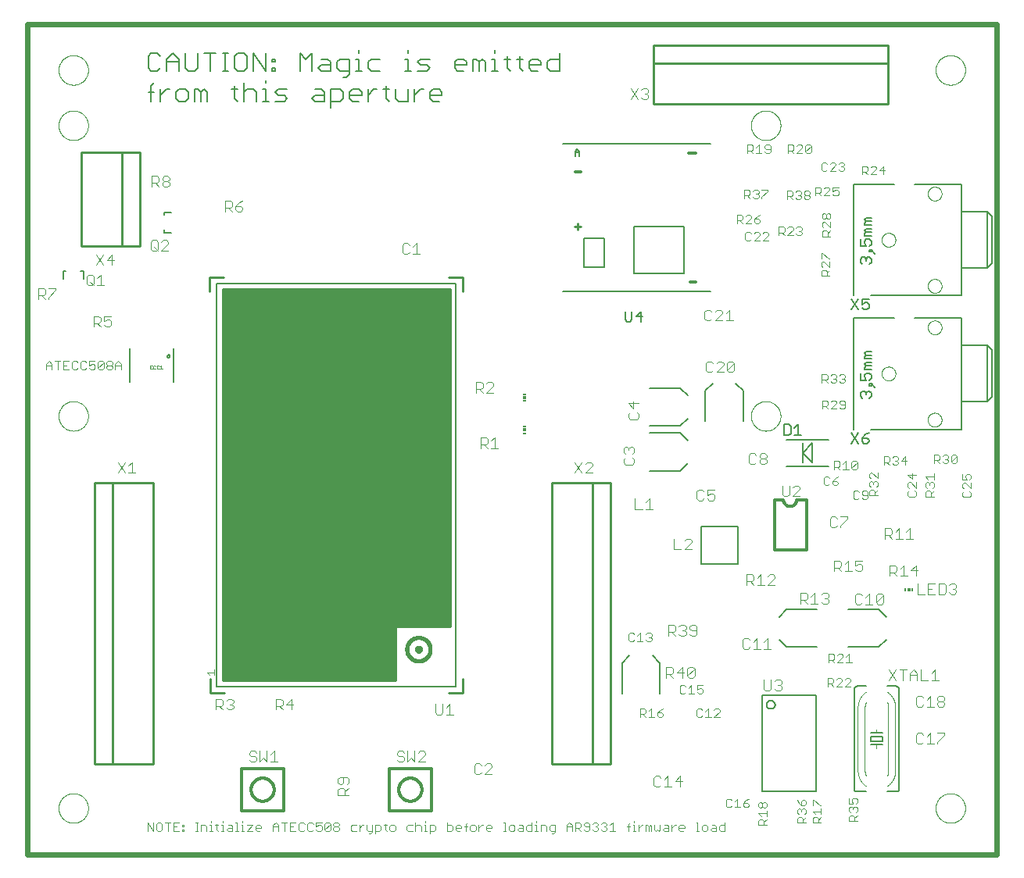
<source format=gto>
G75*
%MOIN*%
%OFA0B0*%
%FSLAX25Y25*%
%IPPOS*%
%LPD*%
%AMOC8*
5,1,8,0,0,1.08239X$1,22.5*
%
%ADD10C,0.01600*%
%ADD11C,0.02400*%
%ADD12C,0.00000*%
%ADD13C,0.00400*%
%ADD14C,0.00800*%
%ADD15C,0.01000*%
%ADD16C,0.00500*%
%ADD17C,0.01500*%
%ADD18C,0.00600*%
%ADD19C,0.00200*%
%ADD20R,0.01181X0.00591*%
%ADD21R,0.01181X0.01181*%
%ADD22C,0.01200*%
%ADD23R,0.00591X0.01181*%
%ADD24C,0.00100*%
%ADD25C,0.00300*%
%ADD26C,0.01100*%
%ADD27C,0.00700*%
%ADD28C,0.01300*%
%ADD29C,0.01400*%
D10*
X0002200Y0020744D02*
X0002200Y0024681D01*
X0168290Y0108224D02*
X0168292Y0108280D01*
X0168298Y0108337D01*
X0168308Y0108392D01*
X0168322Y0108447D01*
X0168339Y0108501D01*
X0168361Y0108553D01*
X0168386Y0108603D01*
X0168414Y0108652D01*
X0168446Y0108699D01*
X0168481Y0108743D01*
X0168519Y0108785D01*
X0168560Y0108824D01*
X0168604Y0108859D01*
X0168650Y0108892D01*
X0168698Y0108921D01*
X0168748Y0108947D01*
X0168800Y0108970D01*
X0168854Y0108988D01*
X0168908Y0109003D01*
X0168963Y0109014D01*
X0169019Y0109021D01*
X0169076Y0109024D01*
X0169132Y0109023D01*
X0169189Y0109018D01*
X0169244Y0109009D01*
X0169299Y0108996D01*
X0169353Y0108979D01*
X0169406Y0108959D01*
X0169457Y0108935D01*
X0169506Y0108907D01*
X0169553Y0108876D01*
X0169598Y0108842D01*
X0169641Y0108804D01*
X0169680Y0108764D01*
X0169717Y0108721D01*
X0169750Y0108676D01*
X0169780Y0108628D01*
X0169807Y0108578D01*
X0169830Y0108527D01*
X0169850Y0108474D01*
X0169866Y0108420D01*
X0169878Y0108364D01*
X0169886Y0108309D01*
X0169890Y0108252D01*
X0169890Y0108196D01*
X0169886Y0108139D01*
X0169878Y0108084D01*
X0169866Y0108028D01*
X0169850Y0107974D01*
X0169830Y0107921D01*
X0169807Y0107870D01*
X0169780Y0107820D01*
X0169750Y0107772D01*
X0169717Y0107727D01*
X0169680Y0107684D01*
X0169641Y0107644D01*
X0169598Y0107606D01*
X0169553Y0107572D01*
X0169506Y0107541D01*
X0169457Y0107513D01*
X0169406Y0107489D01*
X0169353Y0107469D01*
X0169299Y0107452D01*
X0169244Y0107439D01*
X0169189Y0107430D01*
X0169132Y0107425D01*
X0169076Y0107424D01*
X0169019Y0107427D01*
X0168963Y0107434D01*
X0168908Y0107445D01*
X0168854Y0107460D01*
X0168800Y0107478D01*
X0168748Y0107501D01*
X0168698Y0107527D01*
X0168650Y0107556D01*
X0168604Y0107589D01*
X0168560Y0107624D01*
X0168519Y0107663D01*
X0168481Y0107705D01*
X0168446Y0107749D01*
X0168414Y0107796D01*
X0168386Y0107845D01*
X0168361Y0107895D01*
X0168339Y0107947D01*
X0168322Y0108001D01*
X0168308Y0108056D01*
X0168298Y0108111D01*
X0168292Y0108168D01*
X0168290Y0108224D01*
D11*
X0002200Y0020744D02*
X0415586Y0020744D01*
X0415586Y0375075D01*
X0002200Y0375075D01*
X0002200Y0020744D01*
D12*
X0015586Y0040429D02*
X0015588Y0040587D01*
X0015594Y0040745D01*
X0015604Y0040903D01*
X0015618Y0041061D01*
X0015636Y0041218D01*
X0015657Y0041375D01*
X0015683Y0041531D01*
X0015713Y0041687D01*
X0015746Y0041842D01*
X0015784Y0041995D01*
X0015825Y0042148D01*
X0015870Y0042300D01*
X0015919Y0042451D01*
X0015972Y0042600D01*
X0016028Y0042748D01*
X0016088Y0042894D01*
X0016152Y0043039D01*
X0016220Y0043182D01*
X0016291Y0043324D01*
X0016365Y0043464D01*
X0016443Y0043601D01*
X0016525Y0043737D01*
X0016609Y0043871D01*
X0016698Y0044002D01*
X0016789Y0044131D01*
X0016884Y0044258D01*
X0016981Y0044383D01*
X0017082Y0044505D01*
X0017186Y0044624D01*
X0017293Y0044741D01*
X0017403Y0044855D01*
X0017516Y0044966D01*
X0017631Y0045075D01*
X0017749Y0045180D01*
X0017870Y0045282D01*
X0017993Y0045382D01*
X0018119Y0045478D01*
X0018247Y0045571D01*
X0018377Y0045661D01*
X0018510Y0045747D01*
X0018645Y0045831D01*
X0018781Y0045910D01*
X0018920Y0045987D01*
X0019061Y0046059D01*
X0019203Y0046129D01*
X0019347Y0046194D01*
X0019493Y0046256D01*
X0019640Y0046314D01*
X0019789Y0046369D01*
X0019939Y0046420D01*
X0020090Y0046467D01*
X0020242Y0046510D01*
X0020395Y0046549D01*
X0020550Y0046585D01*
X0020705Y0046616D01*
X0020861Y0046644D01*
X0021017Y0046668D01*
X0021174Y0046688D01*
X0021332Y0046704D01*
X0021489Y0046716D01*
X0021648Y0046724D01*
X0021806Y0046728D01*
X0021964Y0046728D01*
X0022122Y0046724D01*
X0022281Y0046716D01*
X0022438Y0046704D01*
X0022596Y0046688D01*
X0022753Y0046668D01*
X0022909Y0046644D01*
X0023065Y0046616D01*
X0023220Y0046585D01*
X0023375Y0046549D01*
X0023528Y0046510D01*
X0023680Y0046467D01*
X0023831Y0046420D01*
X0023981Y0046369D01*
X0024130Y0046314D01*
X0024277Y0046256D01*
X0024423Y0046194D01*
X0024567Y0046129D01*
X0024709Y0046059D01*
X0024850Y0045987D01*
X0024989Y0045910D01*
X0025125Y0045831D01*
X0025260Y0045747D01*
X0025393Y0045661D01*
X0025523Y0045571D01*
X0025651Y0045478D01*
X0025777Y0045382D01*
X0025900Y0045282D01*
X0026021Y0045180D01*
X0026139Y0045075D01*
X0026254Y0044966D01*
X0026367Y0044855D01*
X0026477Y0044741D01*
X0026584Y0044624D01*
X0026688Y0044505D01*
X0026789Y0044383D01*
X0026886Y0044258D01*
X0026981Y0044131D01*
X0027072Y0044002D01*
X0027161Y0043871D01*
X0027245Y0043737D01*
X0027327Y0043601D01*
X0027405Y0043464D01*
X0027479Y0043324D01*
X0027550Y0043182D01*
X0027618Y0043039D01*
X0027682Y0042894D01*
X0027742Y0042748D01*
X0027798Y0042600D01*
X0027851Y0042451D01*
X0027900Y0042300D01*
X0027945Y0042148D01*
X0027986Y0041995D01*
X0028024Y0041842D01*
X0028057Y0041687D01*
X0028087Y0041531D01*
X0028113Y0041375D01*
X0028134Y0041218D01*
X0028152Y0041061D01*
X0028166Y0040903D01*
X0028176Y0040745D01*
X0028182Y0040587D01*
X0028184Y0040429D01*
X0028182Y0040271D01*
X0028176Y0040113D01*
X0028166Y0039955D01*
X0028152Y0039797D01*
X0028134Y0039640D01*
X0028113Y0039483D01*
X0028087Y0039327D01*
X0028057Y0039171D01*
X0028024Y0039016D01*
X0027986Y0038863D01*
X0027945Y0038710D01*
X0027900Y0038558D01*
X0027851Y0038407D01*
X0027798Y0038258D01*
X0027742Y0038110D01*
X0027682Y0037964D01*
X0027618Y0037819D01*
X0027550Y0037676D01*
X0027479Y0037534D01*
X0027405Y0037394D01*
X0027327Y0037257D01*
X0027245Y0037121D01*
X0027161Y0036987D01*
X0027072Y0036856D01*
X0026981Y0036727D01*
X0026886Y0036600D01*
X0026789Y0036475D01*
X0026688Y0036353D01*
X0026584Y0036234D01*
X0026477Y0036117D01*
X0026367Y0036003D01*
X0026254Y0035892D01*
X0026139Y0035783D01*
X0026021Y0035678D01*
X0025900Y0035576D01*
X0025777Y0035476D01*
X0025651Y0035380D01*
X0025523Y0035287D01*
X0025393Y0035197D01*
X0025260Y0035111D01*
X0025125Y0035027D01*
X0024989Y0034948D01*
X0024850Y0034871D01*
X0024709Y0034799D01*
X0024567Y0034729D01*
X0024423Y0034664D01*
X0024277Y0034602D01*
X0024130Y0034544D01*
X0023981Y0034489D01*
X0023831Y0034438D01*
X0023680Y0034391D01*
X0023528Y0034348D01*
X0023375Y0034309D01*
X0023220Y0034273D01*
X0023065Y0034242D01*
X0022909Y0034214D01*
X0022753Y0034190D01*
X0022596Y0034170D01*
X0022438Y0034154D01*
X0022281Y0034142D01*
X0022122Y0034134D01*
X0021964Y0034130D01*
X0021806Y0034130D01*
X0021648Y0034134D01*
X0021489Y0034142D01*
X0021332Y0034154D01*
X0021174Y0034170D01*
X0021017Y0034190D01*
X0020861Y0034214D01*
X0020705Y0034242D01*
X0020550Y0034273D01*
X0020395Y0034309D01*
X0020242Y0034348D01*
X0020090Y0034391D01*
X0019939Y0034438D01*
X0019789Y0034489D01*
X0019640Y0034544D01*
X0019493Y0034602D01*
X0019347Y0034664D01*
X0019203Y0034729D01*
X0019061Y0034799D01*
X0018920Y0034871D01*
X0018781Y0034948D01*
X0018645Y0035027D01*
X0018510Y0035111D01*
X0018377Y0035197D01*
X0018247Y0035287D01*
X0018119Y0035380D01*
X0017993Y0035476D01*
X0017870Y0035576D01*
X0017749Y0035678D01*
X0017631Y0035783D01*
X0017516Y0035892D01*
X0017403Y0036003D01*
X0017293Y0036117D01*
X0017186Y0036234D01*
X0017082Y0036353D01*
X0016981Y0036475D01*
X0016884Y0036600D01*
X0016789Y0036727D01*
X0016698Y0036856D01*
X0016609Y0036987D01*
X0016525Y0037121D01*
X0016443Y0037257D01*
X0016365Y0037394D01*
X0016291Y0037534D01*
X0016220Y0037676D01*
X0016152Y0037819D01*
X0016088Y0037964D01*
X0016028Y0038110D01*
X0015972Y0038258D01*
X0015919Y0038407D01*
X0015870Y0038558D01*
X0015825Y0038710D01*
X0015784Y0038863D01*
X0015746Y0039016D01*
X0015713Y0039171D01*
X0015683Y0039327D01*
X0015657Y0039483D01*
X0015636Y0039640D01*
X0015618Y0039797D01*
X0015604Y0039955D01*
X0015594Y0040113D01*
X0015588Y0040271D01*
X0015586Y0040429D01*
X0015586Y0207752D02*
X0015588Y0207910D01*
X0015594Y0208068D01*
X0015604Y0208226D01*
X0015618Y0208384D01*
X0015636Y0208541D01*
X0015657Y0208698D01*
X0015683Y0208854D01*
X0015713Y0209010D01*
X0015746Y0209165D01*
X0015784Y0209318D01*
X0015825Y0209471D01*
X0015870Y0209623D01*
X0015919Y0209774D01*
X0015972Y0209923D01*
X0016028Y0210071D01*
X0016088Y0210217D01*
X0016152Y0210362D01*
X0016220Y0210505D01*
X0016291Y0210647D01*
X0016365Y0210787D01*
X0016443Y0210924D01*
X0016525Y0211060D01*
X0016609Y0211194D01*
X0016698Y0211325D01*
X0016789Y0211454D01*
X0016884Y0211581D01*
X0016981Y0211706D01*
X0017082Y0211828D01*
X0017186Y0211947D01*
X0017293Y0212064D01*
X0017403Y0212178D01*
X0017516Y0212289D01*
X0017631Y0212398D01*
X0017749Y0212503D01*
X0017870Y0212605D01*
X0017993Y0212705D01*
X0018119Y0212801D01*
X0018247Y0212894D01*
X0018377Y0212984D01*
X0018510Y0213070D01*
X0018645Y0213154D01*
X0018781Y0213233D01*
X0018920Y0213310D01*
X0019061Y0213382D01*
X0019203Y0213452D01*
X0019347Y0213517D01*
X0019493Y0213579D01*
X0019640Y0213637D01*
X0019789Y0213692D01*
X0019939Y0213743D01*
X0020090Y0213790D01*
X0020242Y0213833D01*
X0020395Y0213872D01*
X0020550Y0213908D01*
X0020705Y0213939D01*
X0020861Y0213967D01*
X0021017Y0213991D01*
X0021174Y0214011D01*
X0021332Y0214027D01*
X0021489Y0214039D01*
X0021648Y0214047D01*
X0021806Y0214051D01*
X0021964Y0214051D01*
X0022122Y0214047D01*
X0022281Y0214039D01*
X0022438Y0214027D01*
X0022596Y0214011D01*
X0022753Y0213991D01*
X0022909Y0213967D01*
X0023065Y0213939D01*
X0023220Y0213908D01*
X0023375Y0213872D01*
X0023528Y0213833D01*
X0023680Y0213790D01*
X0023831Y0213743D01*
X0023981Y0213692D01*
X0024130Y0213637D01*
X0024277Y0213579D01*
X0024423Y0213517D01*
X0024567Y0213452D01*
X0024709Y0213382D01*
X0024850Y0213310D01*
X0024989Y0213233D01*
X0025125Y0213154D01*
X0025260Y0213070D01*
X0025393Y0212984D01*
X0025523Y0212894D01*
X0025651Y0212801D01*
X0025777Y0212705D01*
X0025900Y0212605D01*
X0026021Y0212503D01*
X0026139Y0212398D01*
X0026254Y0212289D01*
X0026367Y0212178D01*
X0026477Y0212064D01*
X0026584Y0211947D01*
X0026688Y0211828D01*
X0026789Y0211706D01*
X0026886Y0211581D01*
X0026981Y0211454D01*
X0027072Y0211325D01*
X0027161Y0211194D01*
X0027245Y0211060D01*
X0027327Y0210924D01*
X0027405Y0210787D01*
X0027479Y0210647D01*
X0027550Y0210505D01*
X0027618Y0210362D01*
X0027682Y0210217D01*
X0027742Y0210071D01*
X0027798Y0209923D01*
X0027851Y0209774D01*
X0027900Y0209623D01*
X0027945Y0209471D01*
X0027986Y0209318D01*
X0028024Y0209165D01*
X0028057Y0209010D01*
X0028087Y0208854D01*
X0028113Y0208698D01*
X0028134Y0208541D01*
X0028152Y0208384D01*
X0028166Y0208226D01*
X0028176Y0208068D01*
X0028182Y0207910D01*
X0028184Y0207752D01*
X0028182Y0207594D01*
X0028176Y0207436D01*
X0028166Y0207278D01*
X0028152Y0207120D01*
X0028134Y0206963D01*
X0028113Y0206806D01*
X0028087Y0206650D01*
X0028057Y0206494D01*
X0028024Y0206339D01*
X0027986Y0206186D01*
X0027945Y0206033D01*
X0027900Y0205881D01*
X0027851Y0205730D01*
X0027798Y0205581D01*
X0027742Y0205433D01*
X0027682Y0205287D01*
X0027618Y0205142D01*
X0027550Y0204999D01*
X0027479Y0204857D01*
X0027405Y0204717D01*
X0027327Y0204580D01*
X0027245Y0204444D01*
X0027161Y0204310D01*
X0027072Y0204179D01*
X0026981Y0204050D01*
X0026886Y0203923D01*
X0026789Y0203798D01*
X0026688Y0203676D01*
X0026584Y0203557D01*
X0026477Y0203440D01*
X0026367Y0203326D01*
X0026254Y0203215D01*
X0026139Y0203106D01*
X0026021Y0203001D01*
X0025900Y0202899D01*
X0025777Y0202799D01*
X0025651Y0202703D01*
X0025523Y0202610D01*
X0025393Y0202520D01*
X0025260Y0202434D01*
X0025125Y0202350D01*
X0024989Y0202271D01*
X0024850Y0202194D01*
X0024709Y0202122D01*
X0024567Y0202052D01*
X0024423Y0201987D01*
X0024277Y0201925D01*
X0024130Y0201867D01*
X0023981Y0201812D01*
X0023831Y0201761D01*
X0023680Y0201714D01*
X0023528Y0201671D01*
X0023375Y0201632D01*
X0023220Y0201596D01*
X0023065Y0201565D01*
X0022909Y0201537D01*
X0022753Y0201513D01*
X0022596Y0201493D01*
X0022438Y0201477D01*
X0022281Y0201465D01*
X0022122Y0201457D01*
X0021964Y0201453D01*
X0021806Y0201453D01*
X0021648Y0201457D01*
X0021489Y0201465D01*
X0021332Y0201477D01*
X0021174Y0201493D01*
X0021017Y0201513D01*
X0020861Y0201537D01*
X0020705Y0201565D01*
X0020550Y0201596D01*
X0020395Y0201632D01*
X0020242Y0201671D01*
X0020090Y0201714D01*
X0019939Y0201761D01*
X0019789Y0201812D01*
X0019640Y0201867D01*
X0019493Y0201925D01*
X0019347Y0201987D01*
X0019203Y0202052D01*
X0019061Y0202122D01*
X0018920Y0202194D01*
X0018781Y0202271D01*
X0018645Y0202350D01*
X0018510Y0202434D01*
X0018377Y0202520D01*
X0018247Y0202610D01*
X0018119Y0202703D01*
X0017993Y0202799D01*
X0017870Y0202899D01*
X0017749Y0203001D01*
X0017631Y0203106D01*
X0017516Y0203215D01*
X0017403Y0203326D01*
X0017293Y0203440D01*
X0017186Y0203557D01*
X0017082Y0203676D01*
X0016981Y0203798D01*
X0016884Y0203923D01*
X0016789Y0204050D01*
X0016698Y0204179D01*
X0016609Y0204310D01*
X0016525Y0204444D01*
X0016443Y0204580D01*
X0016365Y0204717D01*
X0016291Y0204857D01*
X0016220Y0204999D01*
X0016152Y0205142D01*
X0016088Y0205287D01*
X0016028Y0205433D01*
X0015972Y0205581D01*
X0015919Y0205730D01*
X0015870Y0205881D01*
X0015825Y0206033D01*
X0015784Y0206186D01*
X0015746Y0206339D01*
X0015713Y0206494D01*
X0015683Y0206650D01*
X0015657Y0206806D01*
X0015636Y0206963D01*
X0015618Y0207120D01*
X0015604Y0207278D01*
X0015594Y0207436D01*
X0015588Y0207594D01*
X0015586Y0207752D01*
X0015586Y0331768D02*
X0015588Y0331926D01*
X0015594Y0332084D01*
X0015604Y0332242D01*
X0015618Y0332400D01*
X0015636Y0332557D01*
X0015657Y0332714D01*
X0015683Y0332870D01*
X0015713Y0333026D01*
X0015746Y0333181D01*
X0015784Y0333334D01*
X0015825Y0333487D01*
X0015870Y0333639D01*
X0015919Y0333790D01*
X0015972Y0333939D01*
X0016028Y0334087D01*
X0016088Y0334233D01*
X0016152Y0334378D01*
X0016220Y0334521D01*
X0016291Y0334663D01*
X0016365Y0334803D01*
X0016443Y0334940D01*
X0016525Y0335076D01*
X0016609Y0335210D01*
X0016698Y0335341D01*
X0016789Y0335470D01*
X0016884Y0335597D01*
X0016981Y0335722D01*
X0017082Y0335844D01*
X0017186Y0335963D01*
X0017293Y0336080D01*
X0017403Y0336194D01*
X0017516Y0336305D01*
X0017631Y0336414D01*
X0017749Y0336519D01*
X0017870Y0336621D01*
X0017993Y0336721D01*
X0018119Y0336817D01*
X0018247Y0336910D01*
X0018377Y0337000D01*
X0018510Y0337086D01*
X0018645Y0337170D01*
X0018781Y0337249D01*
X0018920Y0337326D01*
X0019061Y0337398D01*
X0019203Y0337468D01*
X0019347Y0337533D01*
X0019493Y0337595D01*
X0019640Y0337653D01*
X0019789Y0337708D01*
X0019939Y0337759D01*
X0020090Y0337806D01*
X0020242Y0337849D01*
X0020395Y0337888D01*
X0020550Y0337924D01*
X0020705Y0337955D01*
X0020861Y0337983D01*
X0021017Y0338007D01*
X0021174Y0338027D01*
X0021332Y0338043D01*
X0021489Y0338055D01*
X0021648Y0338063D01*
X0021806Y0338067D01*
X0021964Y0338067D01*
X0022122Y0338063D01*
X0022281Y0338055D01*
X0022438Y0338043D01*
X0022596Y0338027D01*
X0022753Y0338007D01*
X0022909Y0337983D01*
X0023065Y0337955D01*
X0023220Y0337924D01*
X0023375Y0337888D01*
X0023528Y0337849D01*
X0023680Y0337806D01*
X0023831Y0337759D01*
X0023981Y0337708D01*
X0024130Y0337653D01*
X0024277Y0337595D01*
X0024423Y0337533D01*
X0024567Y0337468D01*
X0024709Y0337398D01*
X0024850Y0337326D01*
X0024989Y0337249D01*
X0025125Y0337170D01*
X0025260Y0337086D01*
X0025393Y0337000D01*
X0025523Y0336910D01*
X0025651Y0336817D01*
X0025777Y0336721D01*
X0025900Y0336621D01*
X0026021Y0336519D01*
X0026139Y0336414D01*
X0026254Y0336305D01*
X0026367Y0336194D01*
X0026477Y0336080D01*
X0026584Y0335963D01*
X0026688Y0335844D01*
X0026789Y0335722D01*
X0026886Y0335597D01*
X0026981Y0335470D01*
X0027072Y0335341D01*
X0027161Y0335210D01*
X0027245Y0335076D01*
X0027327Y0334940D01*
X0027405Y0334803D01*
X0027479Y0334663D01*
X0027550Y0334521D01*
X0027618Y0334378D01*
X0027682Y0334233D01*
X0027742Y0334087D01*
X0027798Y0333939D01*
X0027851Y0333790D01*
X0027900Y0333639D01*
X0027945Y0333487D01*
X0027986Y0333334D01*
X0028024Y0333181D01*
X0028057Y0333026D01*
X0028087Y0332870D01*
X0028113Y0332714D01*
X0028134Y0332557D01*
X0028152Y0332400D01*
X0028166Y0332242D01*
X0028176Y0332084D01*
X0028182Y0331926D01*
X0028184Y0331768D01*
X0028182Y0331610D01*
X0028176Y0331452D01*
X0028166Y0331294D01*
X0028152Y0331136D01*
X0028134Y0330979D01*
X0028113Y0330822D01*
X0028087Y0330666D01*
X0028057Y0330510D01*
X0028024Y0330355D01*
X0027986Y0330202D01*
X0027945Y0330049D01*
X0027900Y0329897D01*
X0027851Y0329746D01*
X0027798Y0329597D01*
X0027742Y0329449D01*
X0027682Y0329303D01*
X0027618Y0329158D01*
X0027550Y0329015D01*
X0027479Y0328873D01*
X0027405Y0328733D01*
X0027327Y0328596D01*
X0027245Y0328460D01*
X0027161Y0328326D01*
X0027072Y0328195D01*
X0026981Y0328066D01*
X0026886Y0327939D01*
X0026789Y0327814D01*
X0026688Y0327692D01*
X0026584Y0327573D01*
X0026477Y0327456D01*
X0026367Y0327342D01*
X0026254Y0327231D01*
X0026139Y0327122D01*
X0026021Y0327017D01*
X0025900Y0326915D01*
X0025777Y0326815D01*
X0025651Y0326719D01*
X0025523Y0326626D01*
X0025393Y0326536D01*
X0025260Y0326450D01*
X0025125Y0326366D01*
X0024989Y0326287D01*
X0024850Y0326210D01*
X0024709Y0326138D01*
X0024567Y0326068D01*
X0024423Y0326003D01*
X0024277Y0325941D01*
X0024130Y0325883D01*
X0023981Y0325828D01*
X0023831Y0325777D01*
X0023680Y0325730D01*
X0023528Y0325687D01*
X0023375Y0325648D01*
X0023220Y0325612D01*
X0023065Y0325581D01*
X0022909Y0325553D01*
X0022753Y0325529D01*
X0022596Y0325509D01*
X0022438Y0325493D01*
X0022281Y0325481D01*
X0022122Y0325473D01*
X0021964Y0325469D01*
X0021806Y0325469D01*
X0021648Y0325473D01*
X0021489Y0325481D01*
X0021332Y0325493D01*
X0021174Y0325509D01*
X0021017Y0325529D01*
X0020861Y0325553D01*
X0020705Y0325581D01*
X0020550Y0325612D01*
X0020395Y0325648D01*
X0020242Y0325687D01*
X0020090Y0325730D01*
X0019939Y0325777D01*
X0019789Y0325828D01*
X0019640Y0325883D01*
X0019493Y0325941D01*
X0019347Y0326003D01*
X0019203Y0326068D01*
X0019061Y0326138D01*
X0018920Y0326210D01*
X0018781Y0326287D01*
X0018645Y0326366D01*
X0018510Y0326450D01*
X0018377Y0326536D01*
X0018247Y0326626D01*
X0018119Y0326719D01*
X0017993Y0326815D01*
X0017870Y0326915D01*
X0017749Y0327017D01*
X0017631Y0327122D01*
X0017516Y0327231D01*
X0017403Y0327342D01*
X0017293Y0327456D01*
X0017186Y0327573D01*
X0017082Y0327692D01*
X0016981Y0327814D01*
X0016884Y0327939D01*
X0016789Y0328066D01*
X0016698Y0328195D01*
X0016609Y0328326D01*
X0016525Y0328460D01*
X0016443Y0328596D01*
X0016365Y0328733D01*
X0016291Y0328873D01*
X0016220Y0329015D01*
X0016152Y0329158D01*
X0016088Y0329303D01*
X0016028Y0329449D01*
X0015972Y0329597D01*
X0015919Y0329746D01*
X0015870Y0329897D01*
X0015825Y0330049D01*
X0015784Y0330202D01*
X0015746Y0330355D01*
X0015713Y0330510D01*
X0015683Y0330666D01*
X0015657Y0330822D01*
X0015636Y0330979D01*
X0015618Y0331136D01*
X0015604Y0331294D01*
X0015594Y0331452D01*
X0015588Y0331610D01*
X0015586Y0331768D01*
X0015586Y0355390D02*
X0015588Y0355548D01*
X0015594Y0355706D01*
X0015604Y0355864D01*
X0015618Y0356022D01*
X0015636Y0356179D01*
X0015657Y0356336D01*
X0015683Y0356492D01*
X0015713Y0356648D01*
X0015746Y0356803D01*
X0015784Y0356956D01*
X0015825Y0357109D01*
X0015870Y0357261D01*
X0015919Y0357412D01*
X0015972Y0357561D01*
X0016028Y0357709D01*
X0016088Y0357855D01*
X0016152Y0358000D01*
X0016220Y0358143D01*
X0016291Y0358285D01*
X0016365Y0358425D01*
X0016443Y0358562D01*
X0016525Y0358698D01*
X0016609Y0358832D01*
X0016698Y0358963D01*
X0016789Y0359092D01*
X0016884Y0359219D01*
X0016981Y0359344D01*
X0017082Y0359466D01*
X0017186Y0359585D01*
X0017293Y0359702D01*
X0017403Y0359816D01*
X0017516Y0359927D01*
X0017631Y0360036D01*
X0017749Y0360141D01*
X0017870Y0360243D01*
X0017993Y0360343D01*
X0018119Y0360439D01*
X0018247Y0360532D01*
X0018377Y0360622D01*
X0018510Y0360708D01*
X0018645Y0360792D01*
X0018781Y0360871D01*
X0018920Y0360948D01*
X0019061Y0361020D01*
X0019203Y0361090D01*
X0019347Y0361155D01*
X0019493Y0361217D01*
X0019640Y0361275D01*
X0019789Y0361330D01*
X0019939Y0361381D01*
X0020090Y0361428D01*
X0020242Y0361471D01*
X0020395Y0361510D01*
X0020550Y0361546D01*
X0020705Y0361577D01*
X0020861Y0361605D01*
X0021017Y0361629D01*
X0021174Y0361649D01*
X0021332Y0361665D01*
X0021489Y0361677D01*
X0021648Y0361685D01*
X0021806Y0361689D01*
X0021964Y0361689D01*
X0022122Y0361685D01*
X0022281Y0361677D01*
X0022438Y0361665D01*
X0022596Y0361649D01*
X0022753Y0361629D01*
X0022909Y0361605D01*
X0023065Y0361577D01*
X0023220Y0361546D01*
X0023375Y0361510D01*
X0023528Y0361471D01*
X0023680Y0361428D01*
X0023831Y0361381D01*
X0023981Y0361330D01*
X0024130Y0361275D01*
X0024277Y0361217D01*
X0024423Y0361155D01*
X0024567Y0361090D01*
X0024709Y0361020D01*
X0024850Y0360948D01*
X0024989Y0360871D01*
X0025125Y0360792D01*
X0025260Y0360708D01*
X0025393Y0360622D01*
X0025523Y0360532D01*
X0025651Y0360439D01*
X0025777Y0360343D01*
X0025900Y0360243D01*
X0026021Y0360141D01*
X0026139Y0360036D01*
X0026254Y0359927D01*
X0026367Y0359816D01*
X0026477Y0359702D01*
X0026584Y0359585D01*
X0026688Y0359466D01*
X0026789Y0359344D01*
X0026886Y0359219D01*
X0026981Y0359092D01*
X0027072Y0358963D01*
X0027161Y0358832D01*
X0027245Y0358698D01*
X0027327Y0358562D01*
X0027405Y0358425D01*
X0027479Y0358285D01*
X0027550Y0358143D01*
X0027618Y0358000D01*
X0027682Y0357855D01*
X0027742Y0357709D01*
X0027798Y0357561D01*
X0027851Y0357412D01*
X0027900Y0357261D01*
X0027945Y0357109D01*
X0027986Y0356956D01*
X0028024Y0356803D01*
X0028057Y0356648D01*
X0028087Y0356492D01*
X0028113Y0356336D01*
X0028134Y0356179D01*
X0028152Y0356022D01*
X0028166Y0355864D01*
X0028176Y0355706D01*
X0028182Y0355548D01*
X0028184Y0355390D01*
X0028182Y0355232D01*
X0028176Y0355074D01*
X0028166Y0354916D01*
X0028152Y0354758D01*
X0028134Y0354601D01*
X0028113Y0354444D01*
X0028087Y0354288D01*
X0028057Y0354132D01*
X0028024Y0353977D01*
X0027986Y0353824D01*
X0027945Y0353671D01*
X0027900Y0353519D01*
X0027851Y0353368D01*
X0027798Y0353219D01*
X0027742Y0353071D01*
X0027682Y0352925D01*
X0027618Y0352780D01*
X0027550Y0352637D01*
X0027479Y0352495D01*
X0027405Y0352355D01*
X0027327Y0352218D01*
X0027245Y0352082D01*
X0027161Y0351948D01*
X0027072Y0351817D01*
X0026981Y0351688D01*
X0026886Y0351561D01*
X0026789Y0351436D01*
X0026688Y0351314D01*
X0026584Y0351195D01*
X0026477Y0351078D01*
X0026367Y0350964D01*
X0026254Y0350853D01*
X0026139Y0350744D01*
X0026021Y0350639D01*
X0025900Y0350537D01*
X0025777Y0350437D01*
X0025651Y0350341D01*
X0025523Y0350248D01*
X0025393Y0350158D01*
X0025260Y0350072D01*
X0025125Y0349988D01*
X0024989Y0349909D01*
X0024850Y0349832D01*
X0024709Y0349760D01*
X0024567Y0349690D01*
X0024423Y0349625D01*
X0024277Y0349563D01*
X0024130Y0349505D01*
X0023981Y0349450D01*
X0023831Y0349399D01*
X0023680Y0349352D01*
X0023528Y0349309D01*
X0023375Y0349270D01*
X0023220Y0349234D01*
X0023065Y0349203D01*
X0022909Y0349175D01*
X0022753Y0349151D01*
X0022596Y0349131D01*
X0022438Y0349115D01*
X0022281Y0349103D01*
X0022122Y0349095D01*
X0021964Y0349091D01*
X0021806Y0349091D01*
X0021648Y0349095D01*
X0021489Y0349103D01*
X0021332Y0349115D01*
X0021174Y0349131D01*
X0021017Y0349151D01*
X0020861Y0349175D01*
X0020705Y0349203D01*
X0020550Y0349234D01*
X0020395Y0349270D01*
X0020242Y0349309D01*
X0020090Y0349352D01*
X0019939Y0349399D01*
X0019789Y0349450D01*
X0019640Y0349505D01*
X0019493Y0349563D01*
X0019347Y0349625D01*
X0019203Y0349690D01*
X0019061Y0349760D01*
X0018920Y0349832D01*
X0018781Y0349909D01*
X0018645Y0349988D01*
X0018510Y0350072D01*
X0018377Y0350158D01*
X0018247Y0350248D01*
X0018119Y0350341D01*
X0017993Y0350437D01*
X0017870Y0350537D01*
X0017749Y0350639D01*
X0017631Y0350744D01*
X0017516Y0350853D01*
X0017403Y0350964D01*
X0017293Y0351078D01*
X0017186Y0351195D01*
X0017082Y0351314D01*
X0016981Y0351436D01*
X0016884Y0351561D01*
X0016789Y0351688D01*
X0016698Y0351817D01*
X0016609Y0351948D01*
X0016525Y0352082D01*
X0016443Y0352218D01*
X0016365Y0352355D01*
X0016291Y0352495D01*
X0016220Y0352637D01*
X0016152Y0352780D01*
X0016088Y0352925D01*
X0016028Y0353071D01*
X0015972Y0353219D01*
X0015919Y0353368D01*
X0015870Y0353519D01*
X0015825Y0353671D01*
X0015784Y0353824D01*
X0015746Y0353977D01*
X0015713Y0354132D01*
X0015683Y0354288D01*
X0015657Y0354444D01*
X0015636Y0354601D01*
X0015618Y0354758D01*
X0015604Y0354916D01*
X0015594Y0355074D01*
X0015588Y0355232D01*
X0015586Y0355390D01*
X0310862Y0331768D02*
X0310864Y0331926D01*
X0310870Y0332084D01*
X0310880Y0332242D01*
X0310894Y0332400D01*
X0310912Y0332557D01*
X0310933Y0332714D01*
X0310959Y0332870D01*
X0310989Y0333026D01*
X0311022Y0333181D01*
X0311060Y0333334D01*
X0311101Y0333487D01*
X0311146Y0333639D01*
X0311195Y0333790D01*
X0311248Y0333939D01*
X0311304Y0334087D01*
X0311364Y0334233D01*
X0311428Y0334378D01*
X0311496Y0334521D01*
X0311567Y0334663D01*
X0311641Y0334803D01*
X0311719Y0334940D01*
X0311801Y0335076D01*
X0311885Y0335210D01*
X0311974Y0335341D01*
X0312065Y0335470D01*
X0312160Y0335597D01*
X0312257Y0335722D01*
X0312358Y0335844D01*
X0312462Y0335963D01*
X0312569Y0336080D01*
X0312679Y0336194D01*
X0312792Y0336305D01*
X0312907Y0336414D01*
X0313025Y0336519D01*
X0313146Y0336621D01*
X0313269Y0336721D01*
X0313395Y0336817D01*
X0313523Y0336910D01*
X0313653Y0337000D01*
X0313786Y0337086D01*
X0313921Y0337170D01*
X0314057Y0337249D01*
X0314196Y0337326D01*
X0314337Y0337398D01*
X0314479Y0337468D01*
X0314623Y0337533D01*
X0314769Y0337595D01*
X0314916Y0337653D01*
X0315065Y0337708D01*
X0315215Y0337759D01*
X0315366Y0337806D01*
X0315518Y0337849D01*
X0315671Y0337888D01*
X0315826Y0337924D01*
X0315981Y0337955D01*
X0316137Y0337983D01*
X0316293Y0338007D01*
X0316450Y0338027D01*
X0316608Y0338043D01*
X0316765Y0338055D01*
X0316924Y0338063D01*
X0317082Y0338067D01*
X0317240Y0338067D01*
X0317398Y0338063D01*
X0317557Y0338055D01*
X0317714Y0338043D01*
X0317872Y0338027D01*
X0318029Y0338007D01*
X0318185Y0337983D01*
X0318341Y0337955D01*
X0318496Y0337924D01*
X0318651Y0337888D01*
X0318804Y0337849D01*
X0318956Y0337806D01*
X0319107Y0337759D01*
X0319257Y0337708D01*
X0319406Y0337653D01*
X0319553Y0337595D01*
X0319699Y0337533D01*
X0319843Y0337468D01*
X0319985Y0337398D01*
X0320126Y0337326D01*
X0320265Y0337249D01*
X0320401Y0337170D01*
X0320536Y0337086D01*
X0320669Y0337000D01*
X0320799Y0336910D01*
X0320927Y0336817D01*
X0321053Y0336721D01*
X0321176Y0336621D01*
X0321297Y0336519D01*
X0321415Y0336414D01*
X0321530Y0336305D01*
X0321643Y0336194D01*
X0321753Y0336080D01*
X0321860Y0335963D01*
X0321964Y0335844D01*
X0322065Y0335722D01*
X0322162Y0335597D01*
X0322257Y0335470D01*
X0322348Y0335341D01*
X0322437Y0335210D01*
X0322521Y0335076D01*
X0322603Y0334940D01*
X0322681Y0334803D01*
X0322755Y0334663D01*
X0322826Y0334521D01*
X0322894Y0334378D01*
X0322958Y0334233D01*
X0323018Y0334087D01*
X0323074Y0333939D01*
X0323127Y0333790D01*
X0323176Y0333639D01*
X0323221Y0333487D01*
X0323262Y0333334D01*
X0323300Y0333181D01*
X0323333Y0333026D01*
X0323363Y0332870D01*
X0323389Y0332714D01*
X0323410Y0332557D01*
X0323428Y0332400D01*
X0323442Y0332242D01*
X0323452Y0332084D01*
X0323458Y0331926D01*
X0323460Y0331768D01*
X0323458Y0331610D01*
X0323452Y0331452D01*
X0323442Y0331294D01*
X0323428Y0331136D01*
X0323410Y0330979D01*
X0323389Y0330822D01*
X0323363Y0330666D01*
X0323333Y0330510D01*
X0323300Y0330355D01*
X0323262Y0330202D01*
X0323221Y0330049D01*
X0323176Y0329897D01*
X0323127Y0329746D01*
X0323074Y0329597D01*
X0323018Y0329449D01*
X0322958Y0329303D01*
X0322894Y0329158D01*
X0322826Y0329015D01*
X0322755Y0328873D01*
X0322681Y0328733D01*
X0322603Y0328596D01*
X0322521Y0328460D01*
X0322437Y0328326D01*
X0322348Y0328195D01*
X0322257Y0328066D01*
X0322162Y0327939D01*
X0322065Y0327814D01*
X0321964Y0327692D01*
X0321860Y0327573D01*
X0321753Y0327456D01*
X0321643Y0327342D01*
X0321530Y0327231D01*
X0321415Y0327122D01*
X0321297Y0327017D01*
X0321176Y0326915D01*
X0321053Y0326815D01*
X0320927Y0326719D01*
X0320799Y0326626D01*
X0320669Y0326536D01*
X0320536Y0326450D01*
X0320401Y0326366D01*
X0320265Y0326287D01*
X0320126Y0326210D01*
X0319985Y0326138D01*
X0319843Y0326068D01*
X0319699Y0326003D01*
X0319553Y0325941D01*
X0319406Y0325883D01*
X0319257Y0325828D01*
X0319107Y0325777D01*
X0318956Y0325730D01*
X0318804Y0325687D01*
X0318651Y0325648D01*
X0318496Y0325612D01*
X0318341Y0325581D01*
X0318185Y0325553D01*
X0318029Y0325529D01*
X0317872Y0325509D01*
X0317714Y0325493D01*
X0317557Y0325481D01*
X0317398Y0325473D01*
X0317240Y0325469D01*
X0317082Y0325469D01*
X0316924Y0325473D01*
X0316765Y0325481D01*
X0316608Y0325493D01*
X0316450Y0325509D01*
X0316293Y0325529D01*
X0316137Y0325553D01*
X0315981Y0325581D01*
X0315826Y0325612D01*
X0315671Y0325648D01*
X0315518Y0325687D01*
X0315366Y0325730D01*
X0315215Y0325777D01*
X0315065Y0325828D01*
X0314916Y0325883D01*
X0314769Y0325941D01*
X0314623Y0326003D01*
X0314479Y0326068D01*
X0314337Y0326138D01*
X0314196Y0326210D01*
X0314057Y0326287D01*
X0313921Y0326366D01*
X0313786Y0326450D01*
X0313653Y0326536D01*
X0313523Y0326626D01*
X0313395Y0326719D01*
X0313269Y0326815D01*
X0313146Y0326915D01*
X0313025Y0327017D01*
X0312907Y0327122D01*
X0312792Y0327231D01*
X0312679Y0327342D01*
X0312569Y0327456D01*
X0312462Y0327573D01*
X0312358Y0327692D01*
X0312257Y0327814D01*
X0312160Y0327939D01*
X0312065Y0328066D01*
X0311974Y0328195D01*
X0311885Y0328326D01*
X0311801Y0328460D01*
X0311719Y0328596D01*
X0311641Y0328733D01*
X0311567Y0328873D01*
X0311496Y0329015D01*
X0311428Y0329158D01*
X0311364Y0329303D01*
X0311304Y0329449D01*
X0311248Y0329597D01*
X0311195Y0329746D01*
X0311146Y0329897D01*
X0311101Y0330049D01*
X0311060Y0330202D01*
X0311022Y0330355D01*
X0310989Y0330510D01*
X0310959Y0330666D01*
X0310933Y0330822D01*
X0310912Y0330979D01*
X0310894Y0331136D01*
X0310880Y0331294D01*
X0310870Y0331452D01*
X0310864Y0331610D01*
X0310862Y0331768D01*
X0366570Y0282949D02*
X0366572Y0283057D01*
X0366578Y0283166D01*
X0366588Y0283274D01*
X0366602Y0283381D01*
X0366620Y0283488D01*
X0366641Y0283595D01*
X0366667Y0283700D01*
X0366697Y0283805D01*
X0366730Y0283908D01*
X0366767Y0284010D01*
X0366808Y0284110D01*
X0366852Y0284209D01*
X0366901Y0284307D01*
X0366952Y0284402D01*
X0367007Y0284495D01*
X0367066Y0284587D01*
X0367128Y0284676D01*
X0367193Y0284763D01*
X0367261Y0284847D01*
X0367332Y0284929D01*
X0367406Y0285008D01*
X0367483Y0285084D01*
X0367563Y0285158D01*
X0367646Y0285228D01*
X0367731Y0285296D01*
X0367818Y0285360D01*
X0367908Y0285421D01*
X0368000Y0285479D01*
X0368094Y0285533D01*
X0368190Y0285584D01*
X0368287Y0285631D01*
X0368387Y0285675D01*
X0368488Y0285715D01*
X0368590Y0285751D01*
X0368693Y0285783D01*
X0368798Y0285812D01*
X0368904Y0285836D01*
X0369010Y0285857D01*
X0369117Y0285874D01*
X0369225Y0285887D01*
X0369333Y0285896D01*
X0369442Y0285901D01*
X0369550Y0285902D01*
X0369659Y0285899D01*
X0369767Y0285892D01*
X0369875Y0285881D01*
X0369982Y0285866D01*
X0370089Y0285847D01*
X0370195Y0285824D01*
X0370300Y0285798D01*
X0370405Y0285767D01*
X0370507Y0285733D01*
X0370609Y0285695D01*
X0370709Y0285653D01*
X0370808Y0285608D01*
X0370905Y0285559D01*
X0370999Y0285506D01*
X0371092Y0285450D01*
X0371183Y0285391D01*
X0371272Y0285328D01*
X0371358Y0285263D01*
X0371442Y0285194D01*
X0371523Y0285122D01*
X0371601Y0285047D01*
X0371677Y0284969D01*
X0371750Y0284888D01*
X0371820Y0284805D01*
X0371886Y0284720D01*
X0371950Y0284632D01*
X0372010Y0284541D01*
X0372067Y0284449D01*
X0372120Y0284354D01*
X0372170Y0284258D01*
X0372216Y0284160D01*
X0372259Y0284060D01*
X0372298Y0283959D01*
X0372333Y0283856D01*
X0372365Y0283753D01*
X0372392Y0283648D01*
X0372416Y0283542D01*
X0372436Y0283435D01*
X0372452Y0283328D01*
X0372464Y0283220D01*
X0372472Y0283112D01*
X0372476Y0283003D01*
X0372476Y0282895D01*
X0372472Y0282786D01*
X0372464Y0282678D01*
X0372452Y0282570D01*
X0372436Y0282463D01*
X0372416Y0282356D01*
X0372392Y0282250D01*
X0372365Y0282145D01*
X0372333Y0282042D01*
X0372298Y0281939D01*
X0372259Y0281838D01*
X0372216Y0281738D01*
X0372170Y0281640D01*
X0372120Y0281544D01*
X0372067Y0281449D01*
X0372010Y0281357D01*
X0371950Y0281266D01*
X0371886Y0281178D01*
X0371820Y0281093D01*
X0371750Y0281010D01*
X0371677Y0280929D01*
X0371601Y0280851D01*
X0371523Y0280776D01*
X0371442Y0280704D01*
X0371358Y0280635D01*
X0371272Y0280570D01*
X0371183Y0280507D01*
X0371092Y0280448D01*
X0371000Y0280392D01*
X0370905Y0280339D01*
X0370808Y0280290D01*
X0370709Y0280245D01*
X0370609Y0280203D01*
X0370507Y0280165D01*
X0370405Y0280131D01*
X0370300Y0280100D01*
X0370195Y0280074D01*
X0370089Y0280051D01*
X0369982Y0280032D01*
X0369875Y0280017D01*
X0369767Y0280006D01*
X0369659Y0279999D01*
X0369550Y0279996D01*
X0369442Y0279997D01*
X0369333Y0280002D01*
X0369225Y0280011D01*
X0369117Y0280024D01*
X0369010Y0280041D01*
X0368904Y0280062D01*
X0368798Y0280086D01*
X0368693Y0280115D01*
X0368590Y0280147D01*
X0368488Y0280183D01*
X0368387Y0280223D01*
X0368287Y0280267D01*
X0368190Y0280314D01*
X0368094Y0280365D01*
X0368000Y0280419D01*
X0367908Y0280477D01*
X0367818Y0280538D01*
X0367731Y0280602D01*
X0367646Y0280670D01*
X0367563Y0280740D01*
X0367483Y0280814D01*
X0367406Y0280890D01*
X0367332Y0280969D01*
X0367261Y0281051D01*
X0367193Y0281135D01*
X0367128Y0281222D01*
X0367066Y0281311D01*
X0367007Y0281403D01*
X0366952Y0281496D01*
X0366901Y0281591D01*
X0366852Y0281689D01*
X0366808Y0281788D01*
X0366767Y0281888D01*
X0366730Y0281990D01*
X0366697Y0282093D01*
X0366667Y0282198D01*
X0366641Y0282303D01*
X0366620Y0282410D01*
X0366602Y0282517D01*
X0366588Y0282624D01*
X0366578Y0282732D01*
X0366572Y0282841D01*
X0366570Y0282949D01*
X0386255Y0302634D02*
X0386257Y0302742D01*
X0386263Y0302851D01*
X0386273Y0302959D01*
X0386287Y0303066D01*
X0386305Y0303173D01*
X0386326Y0303280D01*
X0386352Y0303385D01*
X0386382Y0303490D01*
X0386415Y0303593D01*
X0386452Y0303695D01*
X0386493Y0303795D01*
X0386537Y0303894D01*
X0386586Y0303992D01*
X0386637Y0304087D01*
X0386692Y0304180D01*
X0386751Y0304272D01*
X0386813Y0304361D01*
X0386878Y0304448D01*
X0386946Y0304532D01*
X0387017Y0304614D01*
X0387091Y0304693D01*
X0387168Y0304769D01*
X0387248Y0304843D01*
X0387331Y0304913D01*
X0387416Y0304981D01*
X0387503Y0305045D01*
X0387593Y0305106D01*
X0387685Y0305164D01*
X0387779Y0305218D01*
X0387875Y0305269D01*
X0387972Y0305316D01*
X0388072Y0305360D01*
X0388173Y0305400D01*
X0388275Y0305436D01*
X0388378Y0305468D01*
X0388483Y0305497D01*
X0388589Y0305521D01*
X0388695Y0305542D01*
X0388802Y0305559D01*
X0388910Y0305572D01*
X0389018Y0305581D01*
X0389127Y0305586D01*
X0389235Y0305587D01*
X0389344Y0305584D01*
X0389452Y0305577D01*
X0389560Y0305566D01*
X0389667Y0305551D01*
X0389774Y0305532D01*
X0389880Y0305509D01*
X0389985Y0305483D01*
X0390090Y0305452D01*
X0390192Y0305418D01*
X0390294Y0305380D01*
X0390394Y0305338D01*
X0390493Y0305293D01*
X0390590Y0305244D01*
X0390684Y0305191D01*
X0390777Y0305135D01*
X0390868Y0305076D01*
X0390957Y0305013D01*
X0391043Y0304948D01*
X0391127Y0304879D01*
X0391208Y0304807D01*
X0391286Y0304732D01*
X0391362Y0304654D01*
X0391435Y0304573D01*
X0391505Y0304490D01*
X0391571Y0304405D01*
X0391635Y0304317D01*
X0391695Y0304226D01*
X0391752Y0304134D01*
X0391805Y0304039D01*
X0391855Y0303943D01*
X0391901Y0303845D01*
X0391944Y0303745D01*
X0391983Y0303644D01*
X0392018Y0303541D01*
X0392050Y0303438D01*
X0392077Y0303333D01*
X0392101Y0303227D01*
X0392121Y0303120D01*
X0392137Y0303013D01*
X0392149Y0302905D01*
X0392157Y0302797D01*
X0392161Y0302688D01*
X0392161Y0302580D01*
X0392157Y0302471D01*
X0392149Y0302363D01*
X0392137Y0302255D01*
X0392121Y0302148D01*
X0392101Y0302041D01*
X0392077Y0301935D01*
X0392050Y0301830D01*
X0392018Y0301727D01*
X0391983Y0301624D01*
X0391944Y0301523D01*
X0391901Y0301423D01*
X0391855Y0301325D01*
X0391805Y0301229D01*
X0391752Y0301134D01*
X0391695Y0301042D01*
X0391635Y0300951D01*
X0391571Y0300863D01*
X0391505Y0300778D01*
X0391435Y0300695D01*
X0391362Y0300614D01*
X0391286Y0300536D01*
X0391208Y0300461D01*
X0391127Y0300389D01*
X0391043Y0300320D01*
X0390957Y0300255D01*
X0390868Y0300192D01*
X0390777Y0300133D01*
X0390685Y0300077D01*
X0390590Y0300024D01*
X0390493Y0299975D01*
X0390394Y0299930D01*
X0390294Y0299888D01*
X0390192Y0299850D01*
X0390090Y0299816D01*
X0389985Y0299785D01*
X0389880Y0299759D01*
X0389774Y0299736D01*
X0389667Y0299717D01*
X0389560Y0299702D01*
X0389452Y0299691D01*
X0389344Y0299684D01*
X0389235Y0299681D01*
X0389127Y0299682D01*
X0389018Y0299687D01*
X0388910Y0299696D01*
X0388802Y0299709D01*
X0388695Y0299726D01*
X0388589Y0299747D01*
X0388483Y0299771D01*
X0388378Y0299800D01*
X0388275Y0299832D01*
X0388173Y0299868D01*
X0388072Y0299908D01*
X0387972Y0299952D01*
X0387875Y0299999D01*
X0387779Y0300050D01*
X0387685Y0300104D01*
X0387593Y0300162D01*
X0387503Y0300223D01*
X0387416Y0300287D01*
X0387331Y0300355D01*
X0387248Y0300425D01*
X0387168Y0300499D01*
X0387091Y0300575D01*
X0387017Y0300654D01*
X0386946Y0300736D01*
X0386878Y0300820D01*
X0386813Y0300907D01*
X0386751Y0300996D01*
X0386692Y0301088D01*
X0386637Y0301181D01*
X0386586Y0301276D01*
X0386537Y0301374D01*
X0386493Y0301473D01*
X0386452Y0301573D01*
X0386415Y0301675D01*
X0386382Y0301778D01*
X0386352Y0301883D01*
X0386326Y0301988D01*
X0386305Y0302095D01*
X0386287Y0302202D01*
X0386273Y0302309D01*
X0386263Y0302417D01*
X0386257Y0302526D01*
X0386255Y0302634D01*
X0386255Y0263264D02*
X0386257Y0263372D01*
X0386263Y0263481D01*
X0386273Y0263589D01*
X0386287Y0263696D01*
X0386305Y0263803D01*
X0386326Y0263910D01*
X0386352Y0264015D01*
X0386382Y0264120D01*
X0386415Y0264223D01*
X0386452Y0264325D01*
X0386493Y0264425D01*
X0386537Y0264524D01*
X0386586Y0264622D01*
X0386637Y0264717D01*
X0386692Y0264810D01*
X0386751Y0264902D01*
X0386813Y0264991D01*
X0386878Y0265078D01*
X0386946Y0265162D01*
X0387017Y0265244D01*
X0387091Y0265323D01*
X0387168Y0265399D01*
X0387248Y0265473D01*
X0387331Y0265543D01*
X0387416Y0265611D01*
X0387503Y0265675D01*
X0387593Y0265736D01*
X0387685Y0265794D01*
X0387779Y0265848D01*
X0387875Y0265899D01*
X0387972Y0265946D01*
X0388072Y0265990D01*
X0388173Y0266030D01*
X0388275Y0266066D01*
X0388378Y0266098D01*
X0388483Y0266127D01*
X0388589Y0266151D01*
X0388695Y0266172D01*
X0388802Y0266189D01*
X0388910Y0266202D01*
X0389018Y0266211D01*
X0389127Y0266216D01*
X0389235Y0266217D01*
X0389344Y0266214D01*
X0389452Y0266207D01*
X0389560Y0266196D01*
X0389667Y0266181D01*
X0389774Y0266162D01*
X0389880Y0266139D01*
X0389985Y0266113D01*
X0390090Y0266082D01*
X0390192Y0266048D01*
X0390294Y0266010D01*
X0390394Y0265968D01*
X0390493Y0265923D01*
X0390590Y0265874D01*
X0390684Y0265821D01*
X0390777Y0265765D01*
X0390868Y0265706D01*
X0390957Y0265643D01*
X0391043Y0265578D01*
X0391127Y0265509D01*
X0391208Y0265437D01*
X0391286Y0265362D01*
X0391362Y0265284D01*
X0391435Y0265203D01*
X0391505Y0265120D01*
X0391571Y0265035D01*
X0391635Y0264947D01*
X0391695Y0264856D01*
X0391752Y0264764D01*
X0391805Y0264669D01*
X0391855Y0264573D01*
X0391901Y0264475D01*
X0391944Y0264375D01*
X0391983Y0264274D01*
X0392018Y0264171D01*
X0392050Y0264068D01*
X0392077Y0263963D01*
X0392101Y0263857D01*
X0392121Y0263750D01*
X0392137Y0263643D01*
X0392149Y0263535D01*
X0392157Y0263427D01*
X0392161Y0263318D01*
X0392161Y0263210D01*
X0392157Y0263101D01*
X0392149Y0262993D01*
X0392137Y0262885D01*
X0392121Y0262778D01*
X0392101Y0262671D01*
X0392077Y0262565D01*
X0392050Y0262460D01*
X0392018Y0262357D01*
X0391983Y0262254D01*
X0391944Y0262153D01*
X0391901Y0262053D01*
X0391855Y0261955D01*
X0391805Y0261859D01*
X0391752Y0261764D01*
X0391695Y0261672D01*
X0391635Y0261581D01*
X0391571Y0261493D01*
X0391505Y0261408D01*
X0391435Y0261325D01*
X0391362Y0261244D01*
X0391286Y0261166D01*
X0391208Y0261091D01*
X0391127Y0261019D01*
X0391043Y0260950D01*
X0390957Y0260885D01*
X0390868Y0260822D01*
X0390777Y0260763D01*
X0390685Y0260707D01*
X0390590Y0260654D01*
X0390493Y0260605D01*
X0390394Y0260560D01*
X0390294Y0260518D01*
X0390192Y0260480D01*
X0390090Y0260446D01*
X0389985Y0260415D01*
X0389880Y0260389D01*
X0389774Y0260366D01*
X0389667Y0260347D01*
X0389560Y0260332D01*
X0389452Y0260321D01*
X0389344Y0260314D01*
X0389235Y0260311D01*
X0389127Y0260312D01*
X0389018Y0260317D01*
X0388910Y0260326D01*
X0388802Y0260339D01*
X0388695Y0260356D01*
X0388589Y0260377D01*
X0388483Y0260401D01*
X0388378Y0260430D01*
X0388275Y0260462D01*
X0388173Y0260498D01*
X0388072Y0260538D01*
X0387972Y0260582D01*
X0387875Y0260629D01*
X0387779Y0260680D01*
X0387685Y0260734D01*
X0387593Y0260792D01*
X0387503Y0260853D01*
X0387416Y0260917D01*
X0387331Y0260985D01*
X0387248Y0261055D01*
X0387168Y0261129D01*
X0387091Y0261205D01*
X0387017Y0261284D01*
X0386946Y0261366D01*
X0386878Y0261450D01*
X0386813Y0261537D01*
X0386751Y0261626D01*
X0386692Y0261718D01*
X0386637Y0261811D01*
X0386586Y0261906D01*
X0386537Y0262004D01*
X0386493Y0262103D01*
X0386452Y0262203D01*
X0386415Y0262305D01*
X0386382Y0262408D01*
X0386352Y0262513D01*
X0386326Y0262618D01*
X0386305Y0262725D01*
X0386287Y0262832D01*
X0386273Y0262939D01*
X0386263Y0263047D01*
X0386257Y0263156D01*
X0386255Y0263264D01*
X0386255Y0245547D02*
X0386257Y0245655D01*
X0386263Y0245764D01*
X0386273Y0245872D01*
X0386287Y0245979D01*
X0386305Y0246086D01*
X0386326Y0246193D01*
X0386352Y0246298D01*
X0386382Y0246403D01*
X0386415Y0246506D01*
X0386452Y0246608D01*
X0386493Y0246708D01*
X0386537Y0246807D01*
X0386586Y0246905D01*
X0386637Y0247000D01*
X0386692Y0247093D01*
X0386751Y0247185D01*
X0386813Y0247274D01*
X0386878Y0247361D01*
X0386946Y0247445D01*
X0387017Y0247527D01*
X0387091Y0247606D01*
X0387168Y0247682D01*
X0387248Y0247756D01*
X0387331Y0247826D01*
X0387416Y0247894D01*
X0387503Y0247958D01*
X0387593Y0248019D01*
X0387685Y0248077D01*
X0387779Y0248131D01*
X0387875Y0248182D01*
X0387972Y0248229D01*
X0388072Y0248273D01*
X0388173Y0248313D01*
X0388275Y0248349D01*
X0388378Y0248381D01*
X0388483Y0248410D01*
X0388589Y0248434D01*
X0388695Y0248455D01*
X0388802Y0248472D01*
X0388910Y0248485D01*
X0389018Y0248494D01*
X0389127Y0248499D01*
X0389235Y0248500D01*
X0389344Y0248497D01*
X0389452Y0248490D01*
X0389560Y0248479D01*
X0389667Y0248464D01*
X0389774Y0248445D01*
X0389880Y0248422D01*
X0389985Y0248396D01*
X0390090Y0248365D01*
X0390192Y0248331D01*
X0390294Y0248293D01*
X0390394Y0248251D01*
X0390493Y0248206D01*
X0390590Y0248157D01*
X0390684Y0248104D01*
X0390777Y0248048D01*
X0390868Y0247989D01*
X0390957Y0247926D01*
X0391043Y0247861D01*
X0391127Y0247792D01*
X0391208Y0247720D01*
X0391286Y0247645D01*
X0391362Y0247567D01*
X0391435Y0247486D01*
X0391505Y0247403D01*
X0391571Y0247318D01*
X0391635Y0247230D01*
X0391695Y0247139D01*
X0391752Y0247047D01*
X0391805Y0246952D01*
X0391855Y0246856D01*
X0391901Y0246758D01*
X0391944Y0246658D01*
X0391983Y0246557D01*
X0392018Y0246454D01*
X0392050Y0246351D01*
X0392077Y0246246D01*
X0392101Y0246140D01*
X0392121Y0246033D01*
X0392137Y0245926D01*
X0392149Y0245818D01*
X0392157Y0245710D01*
X0392161Y0245601D01*
X0392161Y0245493D01*
X0392157Y0245384D01*
X0392149Y0245276D01*
X0392137Y0245168D01*
X0392121Y0245061D01*
X0392101Y0244954D01*
X0392077Y0244848D01*
X0392050Y0244743D01*
X0392018Y0244640D01*
X0391983Y0244537D01*
X0391944Y0244436D01*
X0391901Y0244336D01*
X0391855Y0244238D01*
X0391805Y0244142D01*
X0391752Y0244047D01*
X0391695Y0243955D01*
X0391635Y0243864D01*
X0391571Y0243776D01*
X0391505Y0243691D01*
X0391435Y0243608D01*
X0391362Y0243527D01*
X0391286Y0243449D01*
X0391208Y0243374D01*
X0391127Y0243302D01*
X0391043Y0243233D01*
X0390957Y0243168D01*
X0390868Y0243105D01*
X0390777Y0243046D01*
X0390685Y0242990D01*
X0390590Y0242937D01*
X0390493Y0242888D01*
X0390394Y0242843D01*
X0390294Y0242801D01*
X0390192Y0242763D01*
X0390090Y0242729D01*
X0389985Y0242698D01*
X0389880Y0242672D01*
X0389774Y0242649D01*
X0389667Y0242630D01*
X0389560Y0242615D01*
X0389452Y0242604D01*
X0389344Y0242597D01*
X0389235Y0242594D01*
X0389127Y0242595D01*
X0389018Y0242600D01*
X0388910Y0242609D01*
X0388802Y0242622D01*
X0388695Y0242639D01*
X0388589Y0242660D01*
X0388483Y0242684D01*
X0388378Y0242713D01*
X0388275Y0242745D01*
X0388173Y0242781D01*
X0388072Y0242821D01*
X0387972Y0242865D01*
X0387875Y0242912D01*
X0387779Y0242963D01*
X0387685Y0243017D01*
X0387593Y0243075D01*
X0387503Y0243136D01*
X0387416Y0243200D01*
X0387331Y0243268D01*
X0387248Y0243338D01*
X0387168Y0243412D01*
X0387091Y0243488D01*
X0387017Y0243567D01*
X0386946Y0243649D01*
X0386878Y0243733D01*
X0386813Y0243820D01*
X0386751Y0243909D01*
X0386692Y0244001D01*
X0386637Y0244094D01*
X0386586Y0244189D01*
X0386537Y0244287D01*
X0386493Y0244386D01*
X0386452Y0244486D01*
X0386415Y0244588D01*
X0386382Y0244691D01*
X0386352Y0244796D01*
X0386326Y0244901D01*
X0386305Y0245008D01*
X0386287Y0245115D01*
X0386273Y0245222D01*
X0386263Y0245330D01*
X0386257Y0245439D01*
X0386255Y0245547D01*
X0366570Y0225862D02*
X0366572Y0225970D01*
X0366578Y0226079D01*
X0366588Y0226187D01*
X0366602Y0226294D01*
X0366620Y0226401D01*
X0366641Y0226508D01*
X0366667Y0226613D01*
X0366697Y0226718D01*
X0366730Y0226821D01*
X0366767Y0226923D01*
X0366808Y0227023D01*
X0366852Y0227122D01*
X0366901Y0227220D01*
X0366952Y0227315D01*
X0367007Y0227408D01*
X0367066Y0227500D01*
X0367128Y0227589D01*
X0367193Y0227676D01*
X0367261Y0227760D01*
X0367332Y0227842D01*
X0367406Y0227921D01*
X0367483Y0227997D01*
X0367563Y0228071D01*
X0367646Y0228141D01*
X0367731Y0228209D01*
X0367818Y0228273D01*
X0367908Y0228334D01*
X0368000Y0228392D01*
X0368094Y0228446D01*
X0368190Y0228497D01*
X0368287Y0228544D01*
X0368387Y0228588D01*
X0368488Y0228628D01*
X0368590Y0228664D01*
X0368693Y0228696D01*
X0368798Y0228725D01*
X0368904Y0228749D01*
X0369010Y0228770D01*
X0369117Y0228787D01*
X0369225Y0228800D01*
X0369333Y0228809D01*
X0369442Y0228814D01*
X0369550Y0228815D01*
X0369659Y0228812D01*
X0369767Y0228805D01*
X0369875Y0228794D01*
X0369982Y0228779D01*
X0370089Y0228760D01*
X0370195Y0228737D01*
X0370300Y0228711D01*
X0370405Y0228680D01*
X0370507Y0228646D01*
X0370609Y0228608D01*
X0370709Y0228566D01*
X0370808Y0228521D01*
X0370905Y0228472D01*
X0370999Y0228419D01*
X0371092Y0228363D01*
X0371183Y0228304D01*
X0371272Y0228241D01*
X0371358Y0228176D01*
X0371442Y0228107D01*
X0371523Y0228035D01*
X0371601Y0227960D01*
X0371677Y0227882D01*
X0371750Y0227801D01*
X0371820Y0227718D01*
X0371886Y0227633D01*
X0371950Y0227545D01*
X0372010Y0227454D01*
X0372067Y0227362D01*
X0372120Y0227267D01*
X0372170Y0227171D01*
X0372216Y0227073D01*
X0372259Y0226973D01*
X0372298Y0226872D01*
X0372333Y0226769D01*
X0372365Y0226666D01*
X0372392Y0226561D01*
X0372416Y0226455D01*
X0372436Y0226348D01*
X0372452Y0226241D01*
X0372464Y0226133D01*
X0372472Y0226025D01*
X0372476Y0225916D01*
X0372476Y0225808D01*
X0372472Y0225699D01*
X0372464Y0225591D01*
X0372452Y0225483D01*
X0372436Y0225376D01*
X0372416Y0225269D01*
X0372392Y0225163D01*
X0372365Y0225058D01*
X0372333Y0224955D01*
X0372298Y0224852D01*
X0372259Y0224751D01*
X0372216Y0224651D01*
X0372170Y0224553D01*
X0372120Y0224457D01*
X0372067Y0224362D01*
X0372010Y0224270D01*
X0371950Y0224179D01*
X0371886Y0224091D01*
X0371820Y0224006D01*
X0371750Y0223923D01*
X0371677Y0223842D01*
X0371601Y0223764D01*
X0371523Y0223689D01*
X0371442Y0223617D01*
X0371358Y0223548D01*
X0371272Y0223483D01*
X0371183Y0223420D01*
X0371092Y0223361D01*
X0371000Y0223305D01*
X0370905Y0223252D01*
X0370808Y0223203D01*
X0370709Y0223158D01*
X0370609Y0223116D01*
X0370507Y0223078D01*
X0370405Y0223044D01*
X0370300Y0223013D01*
X0370195Y0222987D01*
X0370089Y0222964D01*
X0369982Y0222945D01*
X0369875Y0222930D01*
X0369767Y0222919D01*
X0369659Y0222912D01*
X0369550Y0222909D01*
X0369442Y0222910D01*
X0369333Y0222915D01*
X0369225Y0222924D01*
X0369117Y0222937D01*
X0369010Y0222954D01*
X0368904Y0222975D01*
X0368798Y0222999D01*
X0368693Y0223028D01*
X0368590Y0223060D01*
X0368488Y0223096D01*
X0368387Y0223136D01*
X0368287Y0223180D01*
X0368190Y0223227D01*
X0368094Y0223278D01*
X0368000Y0223332D01*
X0367908Y0223390D01*
X0367818Y0223451D01*
X0367731Y0223515D01*
X0367646Y0223583D01*
X0367563Y0223653D01*
X0367483Y0223727D01*
X0367406Y0223803D01*
X0367332Y0223882D01*
X0367261Y0223964D01*
X0367193Y0224048D01*
X0367128Y0224135D01*
X0367066Y0224224D01*
X0367007Y0224316D01*
X0366952Y0224409D01*
X0366901Y0224504D01*
X0366852Y0224602D01*
X0366808Y0224701D01*
X0366767Y0224801D01*
X0366730Y0224903D01*
X0366697Y0225006D01*
X0366667Y0225111D01*
X0366641Y0225216D01*
X0366620Y0225323D01*
X0366602Y0225430D01*
X0366588Y0225537D01*
X0366578Y0225645D01*
X0366572Y0225754D01*
X0366570Y0225862D01*
X0386255Y0206177D02*
X0386257Y0206285D01*
X0386263Y0206394D01*
X0386273Y0206502D01*
X0386287Y0206609D01*
X0386305Y0206716D01*
X0386326Y0206823D01*
X0386352Y0206928D01*
X0386382Y0207033D01*
X0386415Y0207136D01*
X0386452Y0207238D01*
X0386493Y0207338D01*
X0386537Y0207437D01*
X0386586Y0207535D01*
X0386637Y0207630D01*
X0386692Y0207723D01*
X0386751Y0207815D01*
X0386813Y0207904D01*
X0386878Y0207991D01*
X0386946Y0208075D01*
X0387017Y0208157D01*
X0387091Y0208236D01*
X0387168Y0208312D01*
X0387248Y0208386D01*
X0387331Y0208456D01*
X0387416Y0208524D01*
X0387503Y0208588D01*
X0387593Y0208649D01*
X0387685Y0208707D01*
X0387779Y0208761D01*
X0387875Y0208812D01*
X0387972Y0208859D01*
X0388072Y0208903D01*
X0388173Y0208943D01*
X0388275Y0208979D01*
X0388378Y0209011D01*
X0388483Y0209040D01*
X0388589Y0209064D01*
X0388695Y0209085D01*
X0388802Y0209102D01*
X0388910Y0209115D01*
X0389018Y0209124D01*
X0389127Y0209129D01*
X0389235Y0209130D01*
X0389344Y0209127D01*
X0389452Y0209120D01*
X0389560Y0209109D01*
X0389667Y0209094D01*
X0389774Y0209075D01*
X0389880Y0209052D01*
X0389985Y0209026D01*
X0390090Y0208995D01*
X0390192Y0208961D01*
X0390294Y0208923D01*
X0390394Y0208881D01*
X0390493Y0208836D01*
X0390590Y0208787D01*
X0390684Y0208734D01*
X0390777Y0208678D01*
X0390868Y0208619D01*
X0390957Y0208556D01*
X0391043Y0208491D01*
X0391127Y0208422D01*
X0391208Y0208350D01*
X0391286Y0208275D01*
X0391362Y0208197D01*
X0391435Y0208116D01*
X0391505Y0208033D01*
X0391571Y0207948D01*
X0391635Y0207860D01*
X0391695Y0207769D01*
X0391752Y0207677D01*
X0391805Y0207582D01*
X0391855Y0207486D01*
X0391901Y0207388D01*
X0391944Y0207288D01*
X0391983Y0207187D01*
X0392018Y0207084D01*
X0392050Y0206981D01*
X0392077Y0206876D01*
X0392101Y0206770D01*
X0392121Y0206663D01*
X0392137Y0206556D01*
X0392149Y0206448D01*
X0392157Y0206340D01*
X0392161Y0206231D01*
X0392161Y0206123D01*
X0392157Y0206014D01*
X0392149Y0205906D01*
X0392137Y0205798D01*
X0392121Y0205691D01*
X0392101Y0205584D01*
X0392077Y0205478D01*
X0392050Y0205373D01*
X0392018Y0205270D01*
X0391983Y0205167D01*
X0391944Y0205066D01*
X0391901Y0204966D01*
X0391855Y0204868D01*
X0391805Y0204772D01*
X0391752Y0204677D01*
X0391695Y0204585D01*
X0391635Y0204494D01*
X0391571Y0204406D01*
X0391505Y0204321D01*
X0391435Y0204238D01*
X0391362Y0204157D01*
X0391286Y0204079D01*
X0391208Y0204004D01*
X0391127Y0203932D01*
X0391043Y0203863D01*
X0390957Y0203798D01*
X0390868Y0203735D01*
X0390777Y0203676D01*
X0390685Y0203620D01*
X0390590Y0203567D01*
X0390493Y0203518D01*
X0390394Y0203473D01*
X0390294Y0203431D01*
X0390192Y0203393D01*
X0390090Y0203359D01*
X0389985Y0203328D01*
X0389880Y0203302D01*
X0389774Y0203279D01*
X0389667Y0203260D01*
X0389560Y0203245D01*
X0389452Y0203234D01*
X0389344Y0203227D01*
X0389235Y0203224D01*
X0389127Y0203225D01*
X0389018Y0203230D01*
X0388910Y0203239D01*
X0388802Y0203252D01*
X0388695Y0203269D01*
X0388589Y0203290D01*
X0388483Y0203314D01*
X0388378Y0203343D01*
X0388275Y0203375D01*
X0388173Y0203411D01*
X0388072Y0203451D01*
X0387972Y0203495D01*
X0387875Y0203542D01*
X0387779Y0203593D01*
X0387685Y0203647D01*
X0387593Y0203705D01*
X0387503Y0203766D01*
X0387416Y0203830D01*
X0387331Y0203898D01*
X0387248Y0203968D01*
X0387168Y0204042D01*
X0387091Y0204118D01*
X0387017Y0204197D01*
X0386946Y0204279D01*
X0386878Y0204363D01*
X0386813Y0204450D01*
X0386751Y0204539D01*
X0386692Y0204631D01*
X0386637Y0204724D01*
X0386586Y0204819D01*
X0386537Y0204917D01*
X0386493Y0205016D01*
X0386452Y0205116D01*
X0386415Y0205218D01*
X0386382Y0205321D01*
X0386352Y0205426D01*
X0386326Y0205531D01*
X0386305Y0205638D01*
X0386287Y0205745D01*
X0386273Y0205852D01*
X0386263Y0205960D01*
X0386257Y0206069D01*
X0386255Y0206177D01*
X0310862Y0207752D02*
X0310864Y0207910D01*
X0310870Y0208068D01*
X0310880Y0208226D01*
X0310894Y0208384D01*
X0310912Y0208541D01*
X0310933Y0208698D01*
X0310959Y0208854D01*
X0310989Y0209010D01*
X0311022Y0209165D01*
X0311060Y0209318D01*
X0311101Y0209471D01*
X0311146Y0209623D01*
X0311195Y0209774D01*
X0311248Y0209923D01*
X0311304Y0210071D01*
X0311364Y0210217D01*
X0311428Y0210362D01*
X0311496Y0210505D01*
X0311567Y0210647D01*
X0311641Y0210787D01*
X0311719Y0210924D01*
X0311801Y0211060D01*
X0311885Y0211194D01*
X0311974Y0211325D01*
X0312065Y0211454D01*
X0312160Y0211581D01*
X0312257Y0211706D01*
X0312358Y0211828D01*
X0312462Y0211947D01*
X0312569Y0212064D01*
X0312679Y0212178D01*
X0312792Y0212289D01*
X0312907Y0212398D01*
X0313025Y0212503D01*
X0313146Y0212605D01*
X0313269Y0212705D01*
X0313395Y0212801D01*
X0313523Y0212894D01*
X0313653Y0212984D01*
X0313786Y0213070D01*
X0313921Y0213154D01*
X0314057Y0213233D01*
X0314196Y0213310D01*
X0314337Y0213382D01*
X0314479Y0213452D01*
X0314623Y0213517D01*
X0314769Y0213579D01*
X0314916Y0213637D01*
X0315065Y0213692D01*
X0315215Y0213743D01*
X0315366Y0213790D01*
X0315518Y0213833D01*
X0315671Y0213872D01*
X0315826Y0213908D01*
X0315981Y0213939D01*
X0316137Y0213967D01*
X0316293Y0213991D01*
X0316450Y0214011D01*
X0316608Y0214027D01*
X0316765Y0214039D01*
X0316924Y0214047D01*
X0317082Y0214051D01*
X0317240Y0214051D01*
X0317398Y0214047D01*
X0317557Y0214039D01*
X0317714Y0214027D01*
X0317872Y0214011D01*
X0318029Y0213991D01*
X0318185Y0213967D01*
X0318341Y0213939D01*
X0318496Y0213908D01*
X0318651Y0213872D01*
X0318804Y0213833D01*
X0318956Y0213790D01*
X0319107Y0213743D01*
X0319257Y0213692D01*
X0319406Y0213637D01*
X0319553Y0213579D01*
X0319699Y0213517D01*
X0319843Y0213452D01*
X0319985Y0213382D01*
X0320126Y0213310D01*
X0320265Y0213233D01*
X0320401Y0213154D01*
X0320536Y0213070D01*
X0320669Y0212984D01*
X0320799Y0212894D01*
X0320927Y0212801D01*
X0321053Y0212705D01*
X0321176Y0212605D01*
X0321297Y0212503D01*
X0321415Y0212398D01*
X0321530Y0212289D01*
X0321643Y0212178D01*
X0321753Y0212064D01*
X0321860Y0211947D01*
X0321964Y0211828D01*
X0322065Y0211706D01*
X0322162Y0211581D01*
X0322257Y0211454D01*
X0322348Y0211325D01*
X0322437Y0211194D01*
X0322521Y0211060D01*
X0322603Y0210924D01*
X0322681Y0210787D01*
X0322755Y0210647D01*
X0322826Y0210505D01*
X0322894Y0210362D01*
X0322958Y0210217D01*
X0323018Y0210071D01*
X0323074Y0209923D01*
X0323127Y0209774D01*
X0323176Y0209623D01*
X0323221Y0209471D01*
X0323262Y0209318D01*
X0323300Y0209165D01*
X0323333Y0209010D01*
X0323363Y0208854D01*
X0323389Y0208698D01*
X0323410Y0208541D01*
X0323428Y0208384D01*
X0323442Y0208226D01*
X0323452Y0208068D01*
X0323458Y0207910D01*
X0323460Y0207752D01*
X0323458Y0207594D01*
X0323452Y0207436D01*
X0323442Y0207278D01*
X0323428Y0207120D01*
X0323410Y0206963D01*
X0323389Y0206806D01*
X0323363Y0206650D01*
X0323333Y0206494D01*
X0323300Y0206339D01*
X0323262Y0206186D01*
X0323221Y0206033D01*
X0323176Y0205881D01*
X0323127Y0205730D01*
X0323074Y0205581D01*
X0323018Y0205433D01*
X0322958Y0205287D01*
X0322894Y0205142D01*
X0322826Y0204999D01*
X0322755Y0204857D01*
X0322681Y0204717D01*
X0322603Y0204580D01*
X0322521Y0204444D01*
X0322437Y0204310D01*
X0322348Y0204179D01*
X0322257Y0204050D01*
X0322162Y0203923D01*
X0322065Y0203798D01*
X0321964Y0203676D01*
X0321860Y0203557D01*
X0321753Y0203440D01*
X0321643Y0203326D01*
X0321530Y0203215D01*
X0321415Y0203106D01*
X0321297Y0203001D01*
X0321176Y0202899D01*
X0321053Y0202799D01*
X0320927Y0202703D01*
X0320799Y0202610D01*
X0320669Y0202520D01*
X0320536Y0202434D01*
X0320401Y0202350D01*
X0320265Y0202271D01*
X0320126Y0202194D01*
X0319985Y0202122D01*
X0319843Y0202052D01*
X0319699Y0201987D01*
X0319553Y0201925D01*
X0319406Y0201867D01*
X0319257Y0201812D01*
X0319107Y0201761D01*
X0318956Y0201714D01*
X0318804Y0201671D01*
X0318651Y0201632D01*
X0318496Y0201596D01*
X0318341Y0201565D01*
X0318185Y0201537D01*
X0318029Y0201513D01*
X0317872Y0201493D01*
X0317714Y0201477D01*
X0317557Y0201465D01*
X0317398Y0201457D01*
X0317240Y0201453D01*
X0317082Y0201453D01*
X0316924Y0201457D01*
X0316765Y0201465D01*
X0316608Y0201477D01*
X0316450Y0201493D01*
X0316293Y0201513D01*
X0316137Y0201537D01*
X0315981Y0201565D01*
X0315826Y0201596D01*
X0315671Y0201632D01*
X0315518Y0201671D01*
X0315366Y0201714D01*
X0315215Y0201761D01*
X0315065Y0201812D01*
X0314916Y0201867D01*
X0314769Y0201925D01*
X0314623Y0201987D01*
X0314479Y0202052D01*
X0314337Y0202122D01*
X0314196Y0202194D01*
X0314057Y0202271D01*
X0313921Y0202350D01*
X0313786Y0202434D01*
X0313653Y0202520D01*
X0313523Y0202610D01*
X0313395Y0202703D01*
X0313269Y0202799D01*
X0313146Y0202899D01*
X0313025Y0203001D01*
X0312907Y0203106D01*
X0312792Y0203215D01*
X0312679Y0203326D01*
X0312569Y0203440D01*
X0312462Y0203557D01*
X0312358Y0203676D01*
X0312257Y0203798D01*
X0312160Y0203923D01*
X0312065Y0204050D01*
X0311974Y0204179D01*
X0311885Y0204310D01*
X0311801Y0204444D01*
X0311719Y0204580D01*
X0311641Y0204717D01*
X0311567Y0204857D01*
X0311496Y0204999D01*
X0311428Y0205142D01*
X0311364Y0205287D01*
X0311304Y0205433D01*
X0311248Y0205581D01*
X0311195Y0205730D01*
X0311146Y0205881D01*
X0311101Y0206033D01*
X0311060Y0206186D01*
X0311022Y0206339D01*
X0310989Y0206494D01*
X0310959Y0206650D01*
X0310933Y0206806D01*
X0310912Y0206963D01*
X0310894Y0207120D01*
X0310880Y0207278D01*
X0310870Y0207436D01*
X0310864Y0207594D01*
X0310862Y0207752D01*
X0389602Y0355390D02*
X0389604Y0355548D01*
X0389610Y0355706D01*
X0389620Y0355864D01*
X0389634Y0356022D01*
X0389652Y0356179D01*
X0389673Y0356336D01*
X0389699Y0356492D01*
X0389729Y0356648D01*
X0389762Y0356803D01*
X0389800Y0356956D01*
X0389841Y0357109D01*
X0389886Y0357261D01*
X0389935Y0357412D01*
X0389988Y0357561D01*
X0390044Y0357709D01*
X0390104Y0357855D01*
X0390168Y0358000D01*
X0390236Y0358143D01*
X0390307Y0358285D01*
X0390381Y0358425D01*
X0390459Y0358562D01*
X0390541Y0358698D01*
X0390625Y0358832D01*
X0390714Y0358963D01*
X0390805Y0359092D01*
X0390900Y0359219D01*
X0390997Y0359344D01*
X0391098Y0359466D01*
X0391202Y0359585D01*
X0391309Y0359702D01*
X0391419Y0359816D01*
X0391532Y0359927D01*
X0391647Y0360036D01*
X0391765Y0360141D01*
X0391886Y0360243D01*
X0392009Y0360343D01*
X0392135Y0360439D01*
X0392263Y0360532D01*
X0392393Y0360622D01*
X0392526Y0360708D01*
X0392661Y0360792D01*
X0392797Y0360871D01*
X0392936Y0360948D01*
X0393077Y0361020D01*
X0393219Y0361090D01*
X0393363Y0361155D01*
X0393509Y0361217D01*
X0393656Y0361275D01*
X0393805Y0361330D01*
X0393955Y0361381D01*
X0394106Y0361428D01*
X0394258Y0361471D01*
X0394411Y0361510D01*
X0394566Y0361546D01*
X0394721Y0361577D01*
X0394877Y0361605D01*
X0395033Y0361629D01*
X0395190Y0361649D01*
X0395348Y0361665D01*
X0395505Y0361677D01*
X0395664Y0361685D01*
X0395822Y0361689D01*
X0395980Y0361689D01*
X0396138Y0361685D01*
X0396297Y0361677D01*
X0396454Y0361665D01*
X0396612Y0361649D01*
X0396769Y0361629D01*
X0396925Y0361605D01*
X0397081Y0361577D01*
X0397236Y0361546D01*
X0397391Y0361510D01*
X0397544Y0361471D01*
X0397696Y0361428D01*
X0397847Y0361381D01*
X0397997Y0361330D01*
X0398146Y0361275D01*
X0398293Y0361217D01*
X0398439Y0361155D01*
X0398583Y0361090D01*
X0398725Y0361020D01*
X0398866Y0360948D01*
X0399005Y0360871D01*
X0399141Y0360792D01*
X0399276Y0360708D01*
X0399409Y0360622D01*
X0399539Y0360532D01*
X0399667Y0360439D01*
X0399793Y0360343D01*
X0399916Y0360243D01*
X0400037Y0360141D01*
X0400155Y0360036D01*
X0400270Y0359927D01*
X0400383Y0359816D01*
X0400493Y0359702D01*
X0400600Y0359585D01*
X0400704Y0359466D01*
X0400805Y0359344D01*
X0400902Y0359219D01*
X0400997Y0359092D01*
X0401088Y0358963D01*
X0401177Y0358832D01*
X0401261Y0358698D01*
X0401343Y0358562D01*
X0401421Y0358425D01*
X0401495Y0358285D01*
X0401566Y0358143D01*
X0401634Y0358000D01*
X0401698Y0357855D01*
X0401758Y0357709D01*
X0401814Y0357561D01*
X0401867Y0357412D01*
X0401916Y0357261D01*
X0401961Y0357109D01*
X0402002Y0356956D01*
X0402040Y0356803D01*
X0402073Y0356648D01*
X0402103Y0356492D01*
X0402129Y0356336D01*
X0402150Y0356179D01*
X0402168Y0356022D01*
X0402182Y0355864D01*
X0402192Y0355706D01*
X0402198Y0355548D01*
X0402200Y0355390D01*
X0402198Y0355232D01*
X0402192Y0355074D01*
X0402182Y0354916D01*
X0402168Y0354758D01*
X0402150Y0354601D01*
X0402129Y0354444D01*
X0402103Y0354288D01*
X0402073Y0354132D01*
X0402040Y0353977D01*
X0402002Y0353824D01*
X0401961Y0353671D01*
X0401916Y0353519D01*
X0401867Y0353368D01*
X0401814Y0353219D01*
X0401758Y0353071D01*
X0401698Y0352925D01*
X0401634Y0352780D01*
X0401566Y0352637D01*
X0401495Y0352495D01*
X0401421Y0352355D01*
X0401343Y0352218D01*
X0401261Y0352082D01*
X0401177Y0351948D01*
X0401088Y0351817D01*
X0400997Y0351688D01*
X0400902Y0351561D01*
X0400805Y0351436D01*
X0400704Y0351314D01*
X0400600Y0351195D01*
X0400493Y0351078D01*
X0400383Y0350964D01*
X0400270Y0350853D01*
X0400155Y0350744D01*
X0400037Y0350639D01*
X0399916Y0350537D01*
X0399793Y0350437D01*
X0399667Y0350341D01*
X0399539Y0350248D01*
X0399409Y0350158D01*
X0399276Y0350072D01*
X0399141Y0349988D01*
X0399005Y0349909D01*
X0398866Y0349832D01*
X0398725Y0349760D01*
X0398583Y0349690D01*
X0398439Y0349625D01*
X0398293Y0349563D01*
X0398146Y0349505D01*
X0397997Y0349450D01*
X0397847Y0349399D01*
X0397696Y0349352D01*
X0397544Y0349309D01*
X0397391Y0349270D01*
X0397236Y0349234D01*
X0397081Y0349203D01*
X0396925Y0349175D01*
X0396769Y0349151D01*
X0396612Y0349131D01*
X0396454Y0349115D01*
X0396297Y0349103D01*
X0396138Y0349095D01*
X0395980Y0349091D01*
X0395822Y0349091D01*
X0395664Y0349095D01*
X0395505Y0349103D01*
X0395348Y0349115D01*
X0395190Y0349131D01*
X0395033Y0349151D01*
X0394877Y0349175D01*
X0394721Y0349203D01*
X0394566Y0349234D01*
X0394411Y0349270D01*
X0394258Y0349309D01*
X0394106Y0349352D01*
X0393955Y0349399D01*
X0393805Y0349450D01*
X0393656Y0349505D01*
X0393509Y0349563D01*
X0393363Y0349625D01*
X0393219Y0349690D01*
X0393077Y0349760D01*
X0392936Y0349832D01*
X0392797Y0349909D01*
X0392661Y0349988D01*
X0392526Y0350072D01*
X0392393Y0350158D01*
X0392263Y0350248D01*
X0392135Y0350341D01*
X0392009Y0350437D01*
X0391886Y0350537D01*
X0391765Y0350639D01*
X0391647Y0350744D01*
X0391532Y0350853D01*
X0391419Y0350964D01*
X0391309Y0351078D01*
X0391202Y0351195D01*
X0391098Y0351314D01*
X0390997Y0351436D01*
X0390900Y0351561D01*
X0390805Y0351688D01*
X0390714Y0351817D01*
X0390625Y0351948D01*
X0390541Y0352082D01*
X0390459Y0352218D01*
X0390381Y0352355D01*
X0390307Y0352495D01*
X0390236Y0352637D01*
X0390168Y0352780D01*
X0390104Y0352925D01*
X0390044Y0353071D01*
X0389988Y0353219D01*
X0389935Y0353368D01*
X0389886Y0353519D01*
X0389841Y0353671D01*
X0389800Y0353824D01*
X0389762Y0353977D01*
X0389729Y0354132D01*
X0389699Y0354288D01*
X0389673Y0354444D01*
X0389652Y0354601D01*
X0389634Y0354758D01*
X0389620Y0354916D01*
X0389610Y0355074D01*
X0389604Y0355232D01*
X0389602Y0355390D01*
X0389602Y0040429D02*
X0389604Y0040587D01*
X0389610Y0040745D01*
X0389620Y0040903D01*
X0389634Y0041061D01*
X0389652Y0041218D01*
X0389673Y0041375D01*
X0389699Y0041531D01*
X0389729Y0041687D01*
X0389762Y0041842D01*
X0389800Y0041995D01*
X0389841Y0042148D01*
X0389886Y0042300D01*
X0389935Y0042451D01*
X0389988Y0042600D01*
X0390044Y0042748D01*
X0390104Y0042894D01*
X0390168Y0043039D01*
X0390236Y0043182D01*
X0390307Y0043324D01*
X0390381Y0043464D01*
X0390459Y0043601D01*
X0390541Y0043737D01*
X0390625Y0043871D01*
X0390714Y0044002D01*
X0390805Y0044131D01*
X0390900Y0044258D01*
X0390997Y0044383D01*
X0391098Y0044505D01*
X0391202Y0044624D01*
X0391309Y0044741D01*
X0391419Y0044855D01*
X0391532Y0044966D01*
X0391647Y0045075D01*
X0391765Y0045180D01*
X0391886Y0045282D01*
X0392009Y0045382D01*
X0392135Y0045478D01*
X0392263Y0045571D01*
X0392393Y0045661D01*
X0392526Y0045747D01*
X0392661Y0045831D01*
X0392797Y0045910D01*
X0392936Y0045987D01*
X0393077Y0046059D01*
X0393219Y0046129D01*
X0393363Y0046194D01*
X0393509Y0046256D01*
X0393656Y0046314D01*
X0393805Y0046369D01*
X0393955Y0046420D01*
X0394106Y0046467D01*
X0394258Y0046510D01*
X0394411Y0046549D01*
X0394566Y0046585D01*
X0394721Y0046616D01*
X0394877Y0046644D01*
X0395033Y0046668D01*
X0395190Y0046688D01*
X0395348Y0046704D01*
X0395505Y0046716D01*
X0395664Y0046724D01*
X0395822Y0046728D01*
X0395980Y0046728D01*
X0396138Y0046724D01*
X0396297Y0046716D01*
X0396454Y0046704D01*
X0396612Y0046688D01*
X0396769Y0046668D01*
X0396925Y0046644D01*
X0397081Y0046616D01*
X0397236Y0046585D01*
X0397391Y0046549D01*
X0397544Y0046510D01*
X0397696Y0046467D01*
X0397847Y0046420D01*
X0397997Y0046369D01*
X0398146Y0046314D01*
X0398293Y0046256D01*
X0398439Y0046194D01*
X0398583Y0046129D01*
X0398725Y0046059D01*
X0398866Y0045987D01*
X0399005Y0045910D01*
X0399141Y0045831D01*
X0399276Y0045747D01*
X0399409Y0045661D01*
X0399539Y0045571D01*
X0399667Y0045478D01*
X0399793Y0045382D01*
X0399916Y0045282D01*
X0400037Y0045180D01*
X0400155Y0045075D01*
X0400270Y0044966D01*
X0400383Y0044855D01*
X0400493Y0044741D01*
X0400600Y0044624D01*
X0400704Y0044505D01*
X0400805Y0044383D01*
X0400902Y0044258D01*
X0400997Y0044131D01*
X0401088Y0044002D01*
X0401177Y0043871D01*
X0401261Y0043737D01*
X0401343Y0043601D01*
X0401421Y0043464D01*
X0401495Y0043324D01*
X0401566Y0043182D01*
X0401634Y0043039D01*
X0401698Y0042894D01*
X0401758Y0042748D01*
X0401814Y0042600D01*
X0401867Y0042451D01*
X0401916Y0042300D01*
X0401961Y0042148D01*
X0402002Y0041995D01*
X0402040Y0041842D01*
X0402073Y0041687D01*
X0402103Y0041531D01*
X0402129Y0041375D01*
X0402150Y0041218D01*
X0402168Y0041061D01*
X0402182Y0040903D01*
X0402192Y0040745D01*
X0402198Y0040587D01*
X0402200Y0040429D01*
X0402198Y0040271D01*
X0402192Y0040113D01*
X0402182Y0039955D01*
X0402168Y0039797D01*
X0402150Y0039640D01*
X0402129Y0039483D01*
X0402103Y0039327D01*
X0402073Y0039171D01*
X0402040Y0039016D01*
X0402002Y0038863D01*
X0401961Y0038710D01*
X0401916Y0038558D01*
X0401867Y0038407D01*
X0401814Y0038258D01*
X0401758Y0038110D01*
X0401698Y0037964D01*
X0401634Y0037819D01*
X0401566Y0037676D01*
X0401495Y0037534D01*
X0401421Y0037394D01*
X0401343Y0037257D01*
X0401261Y0037121D01*
X0401177Y0036987D01*
X0401088Y0036856D01*
X0400997Y0036727D01*
X0400902Y0036600D01*
X0400805Y0036475D01*
X0400704Y0036353D01*
X0400600Y0036234D01*
X0400493Y0036117D01*
X0400383Y0036003D01*
X0400270Y0035892D01*
X0400155Y0035783D01*
X0400037Y0035678D01*
X0399916Y0035576D01*
X0399793Y0035476D01*
X0399667Y0035380D01*
X0399539Y0035287D01*
X0399409Y0035197D01*
X0399276Y0035111D01*
X0399141Y0035027D01*
X0399005Y0034948D01*
X0398866Y0034871D01*
X0398725Y0034799D01*
X0398583Y0034729D01*
X0398439Y0034664D01*
X0398293Y0034602D01*
X0398146Y0034544D01*
X0397997Y0034489D01*
X0397847Y0034438D01*
X0397696Y0034391D01*
X0397544Y0034348D01*
X0397391Y0034309D01*
X0397236Y0034273D01*
X0397081Y0034242D01*
X0396925Y0034214D01*
X0396769Y0034190D01*
X0396612Y0034170D01*
X0396454Y0034154D01*
X0396297Y0034142D01*
X0396138Y0034134D01*
X0395980Y0034130D01*
X0395822Y0034130D01*
X0395664Y0034134D01*
X0395505Y0034142D01*
X0395348Y0034154D01*
X0395190Y0034170D01*
X0395033Y0034190D01*
X0394877Y0034214D01*
X0394721Y0034242D01*
X0394566Y0034273D01*
X0394411Y0034309D01*
X0394258Y0034348D01*
X0394106Y0034391D01*
X0393955Y0034438D01*
X0393805Y0034489D01*
X0393656Y0034544D01*
X0393509Y0034602D01*
X0393363Y0034664D01*
X0393219Y0034729D01*
X0393077Y0034799D01*
X0392936Y0034871D01*
X0392797Y0034948D01*
X0392661Y0035027D01*
X0392526Y0035111D01*
X0392393Y0035197D01*
X0392263Y0035287D01*
X0392135Y0035380D01*
X0392009Y0035476D01*
X0391886Y0035576D01*
X0391765Y0035678D01*
X0391647Y0035783D01*
X0391532Y0035892D01*
X0391419Y0036003D01*
X0391309Y0036117D01*
X0391202Y0036234D01*
X0391098Y0036353D01*
X0390997Y0036475D01*
X0390900Y0036600D01*
X0390805Y0036727D01*
X0390714Y0036856D01*
X0390625Y0036987D01*
X0390541Y0037121D01*
X0390459Y0037257D01*
X0390381Y0037394D01*
X0390307Y0037534D01*
X0390236Y0037676D01*
X0390168Y0037819D01*
X0390104Y0037964D01*
X0390044Y0038110D01*
X0389988Y0038258D01*
X0389935Y0038407D01*
X0389886Y0038558D01*
X0389841Y0038710D01*
X0389800Y0038863D01*
X0389762Y0039016D01*
X0389729Y0039171D01*
X0389699Y0039327D01*
X0389673Y0039483D01*
X0389652Y0039640D01*
X0389634Y0039797D01*
X0389620Y0039955D01*
X0389610Y0040113D01*
X0389604Y0040271D01*
X0389602Y0040429D01*
D13*
X0390321Y0068001D02*
X0390321Y0068755D01*
X0393338Y0071772D01*
X0393338Y0072526D01*
X0390321Y0072526D01*
X0387298Y0072526D02*
X0387298Y0068001D01*
X0385790Y0068001D02*
X0388806Y0068001D01*
X0385790Y0071018D02*
X0387298Y0072526D01*
X0384275Y0071772D02*
X0383521Y0072526D01*
X0382012Y0072526D01*
X0381258Y0071772D01*
X0381258Y0068755D01*
X0382012Y0068001D01*
X0383521Y0068001D01*
X0384275Y0068755D01*
X0383521Y0083749D02*
X0384275Y0084503D01*
X0383521Y0083749D02*
X0382012Y0083749D01*
X0381258Y0084503D01*
X0381258Y0087520D01*
X0382012Y0088274D01*
X0383521Y0088274D01*
X0384275Y0087520D01*
X0385790Y0086766D02*
X0387298Y0088274D01*
X0387298Y0083749D01*
X0385790Y0083749D02*
X0388806Y0083749D01*
X0390321Y0084503D02*
X0390321Y0085258D01*
X0391075Y0086012D01*
X0392584Y0086012D01*
X0393338Y0085258D01*
X0393338Y0084503D01*
X0392584Y0083749D01*
X0391075Y0083749D01*
X0390321Y0084503D01*
X0391075Y0086012D02*
X0390321Y0086766D01*
X0390321Y0087520D01*
X0391075Y0088274D01*
X0392584Y0088274D01*
X0393338Y0087520D01*
X0393338Y0086766D01*
X0392584Y0086012D01*
X0390806Y0094936D02*
X0387789Y0094936D01*
X0389298Y0094936D02*
X0389298Y0099461D01*
X0387789Y0097953D01*
X0386275Y0094936D02*
X0383258Y0094936D01*
X0383258Y0099461D01*
X0381743Y0097953D02*
X0380235Y0099461D01*
X0378727Y0097953D01*
X0378727Y0094936D01*
X0378727Y0097199D02*
X0381743Y0097199D01*
X0381743Y0097953D02*
X0381743Y0094936D01*
X0377212Y0099461D02*
X0374195Y0099461D01*
X0375704Y0099461D02*
X0375704Y0094936D01*
X0372681Y0094936D02*
X0369664Y0099461D01*
X0372681Y0099461D02*
X0369664Y0094936D01*
X0366462Y0127401D02*
X0364953Y0127401D01*
X0364199Y0128155D01*
X0367216Y0131172D01*
X0367216Y0128155D01*
X0366462Y0127401D01*
X0364199Y0128155D02*
X0364199Y0131172D01*
X0364953Y0131926D01*
X0366462Y0131926D01*
X0367216Y0131172D01*
X0362684Y0127401D02*
X0359668Y0127401D01*
X0361176Y0127401D02*
X0361176Y0131926D01*
X0359668Y0130418D01*
X0358153Y0131172D02*
X0357399Y0131926D01*
X0355890Y0131926D01*
X0355136Y0131172D01*
X0355136Y0128155D01*
X0355890Y0127401D01*
X0357399Y0127401D01*
X0358153Y0128155D01*
X0343936Y0128450D02*
X0343182Y0127696D01*
X0341674Y0127696D01*
X0340920Y0128450D01*
X0339405Y0127696D02*
X0336388Y0127696D01*
X0337897Y0127696D02*
X0337897Y0132221D01*
X0336388Y0130713D01*
X0334874Y0131467D02*
X0334874Y0129959D01*
X0334119Y0129204D01*
X0331857Y0129204D01*
X0331857Y0127696D02*
X0331857Y0132221D01*
X0334119Y0132221D01*
X0334874Y0131467D01*
X0333365Y0129204D02*
X0334874Y0127696D01*
X0340920Y0131467D02*
X0341674Y0132221D01*
X0343182Y0132221D01*
X0343936Y0131467D01*
X0343936Y0130713D01*
X0343182Y0129959D01*
X0343936Y0129204D01*
X0343936Y0128450D01*
X0343182Y0129959D02*
X0342428Y0129959D01*
X0346357Y0141554D02*
X0346357Y0146079D01*
X0348619Y0146079D01*
X0349373Y0145325D01*
X0349373Y0143817D01*
X0348619Y0143063D01*
X0346357Y0143063D01*
X0347865Y0143063D02*
X0349373Y0141554D01*
X0350888Y0141554D02*
X0353905Y0141554D01*
X0352396Y0141554D02*
X0352396Y0146079D01*
X0350888Y0144571D01*
X0355420Y0143817D02*
X0356928Y0144571D01*
X0357682Y0144571D01*
X0358436Y0143817D01*
X0358436Y0142309D01*
X0357682Y0141554D01*
X0356174Y0141554D01*
X0355420Y0142309D01*
X0355420Y0143817D02*
X0355420Y0146079D01*
X0358436Y0146079D01*
X0369979Y0144111D02*
X0369979Y0139586D01*
X0369979Y0141094D02*
X0372241Y0141094D01*
X0372995Y0141848D01*
X0372995Y0143357D01*
X0372241Y0144111D01*
X0369979Y0144111D01*
X0371487Y0141094D02*
X0372995Y0139586D01*
X0374510Y0139586D02*
X0377527Y0139586D01*
X0376019Y0139586D02*
X0376019Y0144111D01*
X0374510Y0142603D01*
X0379042Y0141848D02*
X0382058Y0141848D01*
X0381304Y0139586D02*
X0381304Y0144111D01*
X0379042Y0141848D01*
X0381790Y0136237D02*
X0381790Y0131712D01*
X0384807Y0131712D01*
X0386321Y0131712D02*
X0389338Y0131712D01*
X0390853Y0131712D02*
X0393115Y0131712D01*
X0393869Y0132466D01*
X0393869Y0135483D01*
X0393115Y0136237D01*
X0390853Y0136237D01*
X0390853Y0131712D01*
X0387830Y0133974D02*
X0386321Y0133974D01*
X0386321Y0131712D02*
X0386321Y0136237D01*
X0389338Y0136237D01*
X0395384Y0135483D02*
X0396138Y0136237D01*
X0397647Y0136237D01*
X0398401Y0135483D01*
X0398401Y0134729D01*
X0397647Y0133974D01*
X0398401Y0133220D01*
X0398401Y0132466D01*
X0397647Y0131712D01*
X0396138Y0131712D01*
X0395384Y0132466D01*
X0396892Y0133974D02*
X0397647Y0133974D01*
X0380090Y0155334D02*
X0377073Y0155334D01*
X0378581Y0155334D02*
X0378581Y0159859D01*
X0377073Y0158351D01*
X0375558Y0155334D02*
X0372542Y0155334D01*
X0374050Y0155334D02*
X0374050Y0159859D01*
X0372542Y0158351D01*
X0371027Y0159105D02*
X0371027Y0157596D01*
X0370273Y0156842D01*
X0368010Y0156842D01*
X0368010Y0155334D02*
X0368010Y0159859D01*
X0370273Y0159859D01*
X0371027Y0159105D01*
X0369519Y0156842D02*
X0371027Y0155334D01*
X0378318Y0173424D02*
X0380720Y0173424D01*
X0381321Y0174025D01*
X0381321Y0175226D01*
X0380720Y0175826D01*
X0381321Y0177108D02*
X0378919Y0179510D01*
X0378318Y0179510D01*
X0377718Y0178909D01*
X0377718Y0177708D01*
X0378318Y0177108D01*
X0378318Y0175826D02*
X0377718Y0175226D01*
X0377718Y0174025D01*
X0378318Y0173424D01*
X0381321Y0177108D02*
X0381321Y0179510D01*
X0379519Y0180791D02*
X0379519Y0183193D01*
X0377718Y0182592D02*
X0379519Y0180791D01*
X0377718Y0182592D02*
X0381321Y0182592D01*
X0385212Y0181986D02*
X0386413Y0180785D01*
X0386413Y0179503D02*
X0387013Y0178903D01*
X0387614Y0179503D01*
X0388214Y0179503D01*
X0388815Y0178903D01*
X0388815Y0177702D01*
X0388214Y0177101D01*
X0388815Y0175820D02*
X0387614Y0174619D01*
X0387614Y0175220D02*
X0387614Y0173418D01*
X0388815Y0173418D02*
X0385212Y0173418D01*
X0385212Y0175220D01*
X0385812Y0175820D01*
X0387013Y0175820D01*
X0387614Y0175220D01*
X0385812Y0177101D02*
X0385212Y0177702D01*
X0385212Y0178903D01*
X0385812Y0179503D01*
X0386413Y0179503D01*
X0387013Y0178903D02*
X0387013Y0178302D01*
X0388815Y0180785D02*
X0388815Y0183187D01*
X0388815Y0181986D02*
X0385212Y0181986D01*
X0388876Y0187617D02*
X0388876Y0191220D01*
X0390678Y0191220D01*
X0391278Y0190620D01*
X0391278Y0189419D01*
X0390678Y0188818D01*
X0388876Y0188818D01*
X0390077Y0188818D02*
X0391278Y0187617D01*
X0392560Y0188218D02*
X0393160Y0187617D01*
X0394361Y0187617D01*
X0394962Y0188218D01*
X0394962Y0188818D01*
X0394361Y0189419D01*
X0393761Y0189419D01*
X0394361Y0189419D02*
X0394962Y0190019D01*
X0394962Y0190620D01*
X0394361Y0191220D01*
X0393160Y0191220D01*
X0392560Y0190620D01*
X0396243Y0190620D02*
X0396243Y0188218D01*
X0398645Y0190620D01*
X0398645Y0188218D01*
X0398044Y0187617D01*
X0396843Y0187617D01*
X0396243Y0188218D01*
X0396243Y0190620D02*
X0396843Y0191220D01*
X0398044Y0191220D01*
X0398645Y0190620D01*
X0401029Y0182931D02*
X0401029Y0180529D01*
X0402830Y0180529D01*
X0402230Y0181730D01*
X0402230Y0182330D01*
X0402830Y0182931D01*
X0404031Y0182931D01*
X0404632Y0182330D01*
X0404632Y0181129D01*
X0404031Y0180529D01*
X0404632Y0179248D02*
X0404632Y0176846D01*
X0402230Y0179248D01*
X0401629Y0179248D01*
X0401029Y0178647D01*
X0401029Y0177446D01*
X0401629Y0176846D01*
X0401629Y0175564D02*
X0401029Y0174964D01*
X0401029Y0173763D01*
X0401629Y0173162D01*
X0404031Y0173162D01*
X0404632Y0173763D01*
X0404632Y0174964D01*
X0404031Y0175564D01*
X0376640Y0186885D02*
X0376640Y0190488D01*
X0374839Y0188687D01*
X0377241Y0188687D01*
X0373558Y0189287D02*
X0372957Y0188687D01*
X0373558Y0188086D01*
X0373558Y0187486D01*
X0372957Y0186885D01*
X0371756Y0186885D01*
X0371156Y0187486D01*
X0369875Y0186885D02*
X0368674Y0188086D01*
X0369274Y0188086D02*
X0367473Y0188086D01*
X0367473Y0186885D02*
X0367473Y0190488D01*
X0369274Y0190488D01*
X0369875Y0189888D01*
X0369875Y0188687D01*
X0369274Y0188086D01*
X0371156Y0189888D02*
X0371756Y0190488D01*
X0372957Y0190488D01*
X0373558Y0189888D01*
X0373558Y0189287D01*
X0372957Y0188687D02*
X0372357Y0188687D01*
X0364799Y0183580D02*
X0364799Y0181178D01*
X0362397Y0183580D01*
X0361797Y0183580D01*
X0361196Y0182980D01*
X0361196Y0181779D01*
X0361797Y0181178D01*
X0361797Y0179897D02*
X0362397Y0179897D01*
X0362998Y0179297D01*
X0363598Y0179897D01*
X0364199Y0179897D01*
X0364799Y0179297D01*
X0364799Y0178096D01*
X0364199Y0177495D01*
X0364799Y0176214D02*
X0363598Y0175013D01*
X0363598Y0175614D02*
X0363598Y0173812D01*
X0364799Y0173812D02*
X0361196Y0173812D01*
X0361196Y0175614D01*
X0361797Y0176214D01*
X0362998Y0176214D01*
X0363598Y0175614D01*
X0361797Y0177495D02*
X0361196Y0178096D01*
X0361196Y0179297D01*
X0361797Y0179897D01*
X0362998Y0179297D02*
X0362998Y0178696D01*
X0359924Y0175815D02*
X0358723Y0175815D01*
X0358122Y0175214D01*
X0358122Y0174614D01*
X0358723Y0174013D01*
X0360524Y0174013D01*
X0360524Y0172812D02*
X0360524Y0175214D01*
X0359924Y0175815D01*
X0360524Y0172812D02*
X0359924Y0172212D01*
X0358723Y0172212D01*
X0358122Y0172812D01*
X0356841Y0172812D02*
X0356241Y0172212D01*
X0355040Y0172212D01*
X0354439Y0172812D01*
X0354439Y0175214D01*
X0355040Y0175815D01*
X0356241Y0175815D01*
X0356841Y0175214D01*
X0347973Y0178838D02*
X0347973Y0179438D01*
X0347373Y0180039D01*
X0345571Y0180039D01*
X0345571Y0178838D01*
X0346172Y0178237D01*
X0347373Y0178237D01*
X0347973Y0178838D01*
X0346772Y0181240D02*
X0345571Y0180039D01*
X0346772Y0181240D02*
X0347973Y0181840D01*
X0348759Y0184861D02*
X0347558Y0186062D01*
X0348158Y0186062D02*
X0346357Y0186062D01*
X0346357Y0184861D02*
X0346357Y0188464D01*
X0348158Y0188464D01*
X0348759Y0187864D01*
X0348759Y0186663D01*
X0348158Y0186062D01*
X0350040Y0184861D02*
X0352442Y0184861D01*
X0351241Y0184861D02*
X0351241Y0188464D01*
X0350040Y0187263D01*
X0353723Y0187864D02*
X0354323Y0188464D01*
X0355525Y0188464D01*
X0356125Y0187864D01*
X0353723Y0185462D01*
X0354323Y0184861D01*
X0355525Y0184861D01*
X0356125Y0185462D01*
X0356125Y0187864D01*
X0353723Y0187864D02*
X0353723Y0185462D01*
X0344290Y0181240D02*
X0343690Y0181840D01*
X0342489Y0181840D01*
X0341888Y0181240D01*
X0341888Y0178838D01*
X0342489Y0178237D01*
X0343690Y0178237D01*
X0344290Y0178838D01*
X0331720Y0177353D02*
X0331720Y0176599D01*
X0328703Y0173582D01*
X0331720Y0173582D01*
X0331720Y0177353D02*
X0330966Y0178107D01*
X0329457Y0178107D01*
X0328703Y0177353D01*
X0327188Y0178107D02*
X0327188Y0174336D01*
X0326434Y0173582D01*
X0324926Y0173582D01*
X0324172Y0174336D01*
X0324172Y0178107D01*
X0316718Y0187330D02*
X0315209Y0187330D01*
X0314455Y0188084D01*
X0314455Y0188838D01*
X0315209Y0189592D01*
X0316718Y0189592D01*
X0317472Y0188838D01*
X0317472Y0188084D01*
X0316718Y0187330D01*
X0316718Y0189592D02*
X0317472Y0190347D01*
X0317472Y0191101D01*
X0316718Y0191855D01*
X0315209Y0191855D01*
X0314455Y0191101D01*
X0314455Y0190347D01*
X0315209Y0189592D01*
X0312940Y0188084D02*
X0312186Y0187330D01*
X0310678Y0187330D01*
X0309924Y0188084D01*
X0309924Y0191101D01*
X0310678Y0191855D01*
X0312186Y0191855D01*
X0312940Y0191101D01*
X0295255Y0176247D02*
X0292239Y0176247D01*
X0292239Y0173984D01*
X0293747Y0174738D01*
X0294501Y0174738D01*
X0295255Y0173984D01*
X0295255Y0172476D01*
X0294501Y0171722D01*
X0292993Y0171722D01*
X0292239Y0172476D01*
X0290724Y0172476D02*
X0289970Y0171722D01*
X0288461Y0171722D01*
X0287707Y0172476D01*
X0287707Y0175493D01*
X0288461Y0176247D01*
X0289970Y0176247D01*
X0290724Y0175493D01*
X0284785Y0155390D02*
X0283276Y0155390D01*
X0282522Y0154636D01*
X0284785Y0155390D02*
X0285539Y0154636D01*
X0285539Y0153882D01*
X0282522Y0150865D01*
X0285539Y0150865D01*
X0281007Y0150865D02*
X0277991Y0150865D01*
X0277991Y0155390D01*
X0268976Y0167972D02*
X0265959Y0167972D01*
X0267467Y0167972D02*
X0267467Y0172497D01*
X0265959Y0170988D01*
X0264444Y0167972D02*
X0261428Y0167972D01*
X0261428Y0172497D01*
X0260262Y0187098D02*
X0257245Y0187098D01*
X0256491Y0187852D01*
X0256491Y0189360D01*
X0257245Y0190115D01*
X0257245Y0191629D02*
X0256491Y0192383D01*
X0256491Y0193892D01*
X0257245Y0194646D01*
X0257999Y0194646D01*
X0258753Y0193892D01*
X0259507Y0194646D01*
X0260262Y0194646D01*
X0261016Y0193892D01*
X0261016Y0192383D01*
X0260262Y0191629D01*
X0260262Y0190115D02*
X0261016Y0189360D01*
X0261016Y0187852D01*
X0260262Y0187098D01*
X0258753Y0193138D02*
X0258753Y0193892D01*
X0259213Y0206389D02*
X0258459Y0207143D01*
X0258459Y0208652D01*
X0259213Y0209406D01*
X0260722Y0210921D02*
X0260722Y0213937D01*
X0262984Y0213183D02*
X0258459Y0213183D01*
X0260722Y0210921D01*
X0262230Y0209406D02*
X0262984Y0208652D01*
X0262984Y0207143D01*
X0262230Y0206389D01*
X0259213Y0206389D01*
X0242501Y0188107D02*
X0240993Y0188107D01*
X0240239Y0187353D01*
X0238724Y0188107D02*
X0235707Y0183582D01*
X0238724Y0183582D02*
X0235707Y0188107D01*
X0240239Y0183582D02*
X0243255Y0186599D01*
X0243255Y0187353D01*
X0242501Y0188107D01*
X0243255Y0183582D02*
X0240239Y0183582D01*
X0203070Y0194113D02*
X0200054Y0194113D01*
X0201562Y0194113D02*
X0201562Y0198639D01*
X0200054Y0197130D01*
X0198539Y0196376D02*
X0197785Y0195622D01*
X0195522Y0195622D01*
X0197031Y0195622D02*
X0198539Y0194113D01*
X0198539Y0196376D02*
X0198539Y0197884D01*
X0197785Y0198639D01*
X0195522Y0198639D01*
X0195522Y0194113D01*
X0196492Y0217735D02*
X0194983Y0219244D01*
X0195737Y0219244D02*
X0193475Y0219244D01*
X0193475Y0217735D02*
X0193475Y0222261D01*
X0195737Y0222261D01*
X0196492Y0221506D01*
X0196492Y0219998D01*
X0195737Y0219244D01*
X0198006Y0217735D02*
X0201023Y0220752D01*
X0201023Y0221506D01*
X0200269Y0222261D01*
X0198761Y0222261D01*
X0198006Y0221506D01*
X0198006Y0217735D02*
X0201023Y0217735D01*
X0169673Y0276978D02*
X0166656Y0276978D01*
X0168164Y0276978D02*
X0168164Y0281503D01*
X0166656Y0279994D01*
X0165141Y0280748D02*
X0164387Y0281503D01*
X0162879Y0281503D01*
X0162124Y0280748D01*
X0162124Y0277732D01*
X0162879Y0276978D01*
X0164387Y0276978D01*
X0165141Y0277732D01*
X0094062Y0295852D02*
X0094062Y0296606D01*
X0093308Y0297360D01*
X0091046Y0297360D01*
X0091046Y0295852D01*
X0091800Y0295098D01*
X0093308Y0295098D01*
X0094062Y0295852D01*
X0091046Y0297360D02*
X0092554Y0298869D01*
X0094062Y0299623D01*
X0089531Y0298869D02*
X0089531Y0297360D01*
X0088777Y0296606D01*
X0086514Y0296606D01*
X0086514Y0295098D02*
X0086514Y0299623D01*
X0088777Y0299623D01*
X0089531Y0298869D01*
X0088023Y0296606D02*
X0089531Y0295098D01*
X0062834Y0306403D02*
X0062080Y0305649D01*
X0060572Y0305649D01*
X0059817Y0306403D01*
X0059817Y0307157D01*
X0060572Y0307911D01*
X0062080Y0307911D01*
X0062834Y0307157D01*
X0062834Y0306403D01*
X0062080Y0307911D02*
X0062834Y0308666D01*
X0062834Y0309420D01*
X0062080Y0310174D01*
X0060572Y0310174D01*
X0059817Y0309420D01*
X0059817Y0308666D01*
X0060572Y0307911D01*
X0058303Y0307911D02*
X0058303Y0309420D01*
X0057549Y0310174D01*
X0055286Y0310174D01*
X0055286Y0305649D01*
X0055286Y0307157D02*
X0057549Y0307157D01*
X0058303Y0307911D01*
X0056794Y0307157D02*
X0058303Y0305649D01*
X0057117Y0282839D02*
X0057872Y0282085D01*
X0057872Y0279068D01*
X0057117Y0278314D01*
X0055609Y0278314D01*
X0054855Y0279068D01*
X0054855Y0282085D01*
X0055609Y0282839D01*
X0057117Y0282839D01*
X0059386Y0282085D02*
X0060140Y0282839D01*
X0061649Y0282839D01*
X0062403Y0282085D01*
X0062403Y0281331D01*
X0059386Y0278314D01*
X0062403Y0278314D01*
X0057872Y0278314D02*
X0056363Y0279823D01*
X0039161Y0274427D02*
X0036144Y0274427D01*
X0038407Y0276690D01*
X0038407Y0272165D01*
X0034629Y0272165D02*
X0031613Y0276690D01*
X0034629Y0276690D02*
X0031613Y0272165D01*
X0029773Y0268089D02*
X0028264Y0268089D01*
X0027510Y0267335D01*
X0027510Y0264318D01*
X0028264Y0263564D01*
X0029773Y0263564D01*
X0030527Y0264318D01*
X0030527Y0267335D01*
X0029773Y0268089D01*
X0032042Y0266581D02*
X0033550Y0268089D01*
X0033550Y0263564D01*
X0032042Y0263564D02*
X0035058Y0263564D01*
X0030527Y0263564D02*
X0029019Y0265073D01*
X0014417Y0262221D02*
X0014417Y0261467D01*
X0011400Y0258450D01*
X0011400Y0257696D01*
X0009885Y0257696D02*
X0008377Y0259204D01*
X0009131Y0259204D02*
X0006869Y0259204D01*
X0006869Y0257696D02*
X0006869Y0262221D01*
X0009131Y0262221D01*
X0009885Y0261467D01*
X0009885Y0259959D01*
X0009131Y0259204D01*
X0011400Y0262221D02*
X0014417Y0262221D01*
X0030491Y0250410D02*
X0030491Y0245885D01*
X0030491Y0247393D02*
X0032753Y0247393D01*
X0033507Y0248148D01*
X0033507Y0249656D01*
X0032753Y0250410D01*
X0030491Y0250410D01*
X0031999Y0247393D02*
X0033507Y0245885D01*
X0035022Y0246639D02*
X0035776Y0245885D01*
X0037285Y0245885D01*
X0038039Y0246639D01*
X0038039Y0248148D01*
X0037285Y0248902D01*
X0036530Y0248902D01*
X0035022Y0248148D01*
X0035022Y0250410D01*
X0038039Y0250410D01*
X0037858Y0231240D02*
X0036657Y0231240D01*
X0036056Y0230640D01*
X0036056Y0230039D01*
X0036657Y0229439D01*
X0037858Y0229439D01*
X0038458Y0228838D01*
X0038458Y0228238D01*
X0037858Y0227637D01*
X0036657Y0227637D01*
X0036056Y0228238D01*
X0036056Y0228838D01*
X0036657Y0229439D01*
X0037858Y0229439D02*
X0038458Y0230039D01*
X0038458Y0230640D01*
X0037858Y0231240D01*
X0039739Y0230039D02*
X0040940Y0231240D01*
X0042141Y0230039D01*
X0042141Y0227637D01*
X0042141Y0229439D02*
X0039739Y0229439D01*
X0039739Y0230039D02*
X0039739Y0227637D01*
X0034775Y0228238D02*
X0034775Y0230640D01*
X0032373Y0228238D01*
X0032973Y0227637D01*
X0034174Y0227637D01*
X0034775Y0228238D01*
X0034775Y0230640D02*
X0034174Y0231240D01*
X0032973Y0231240D01*
X0032373Y0230640D01*
X0032373Y0228238D01*
X0031092Y0228238D02*
X0030491Y0227637D01*
X0029290Y0227637D01*
X0028690Y0228238D01*
X0028690Y0229439D02*
X0029891Y0230039D01*
X0030491Y0230039D01*
X0031092Y0229439D01*
X0031092Y0228238D01*
X0028690Y0229439D02*
X0028690Y0231240D01*
X0031092Y0231240D01*
X0027409Y0230640D02*
X0026808Y0231240D01*
X0025607Y0231240D01*
X0025007Y0230640D01*
X0025007Y0228238D01*
X0025607Y0227637D01*
X0026808Y0227637D01*
X0027409Y0228238D01*
X0023725Y0228238D02*
X0023125Y0227637D01*
X0021924Y0227637D01*
X0021323Y0228238D01*
X0021323Y0230640D01*
X0021924Y0231240D01*
X0023125Y0231240D01*
X0023725Y0230640D01*
X0020042Y0231240D02*
X0017640Y0231240D01*
X0017640Y0227637D01*
X0020042Y0227637D01*
X0018841Y0229439D02*
X0017640Y0229439D01*
X0016359Y0231240D02*
X0013957Y0231240D01*
X0015158Y0231240D02*
X0015158Y0227637D01*
X0012676Y0227637D02*
X0012676Y0230039D01*
X0011475Y0231240D01*
X0010274Y0230039D01*
X0010274Y0227637D01*
X0010274Y0229439D02*
X0012676Y0229439D01*
X0040825Y0188107D02*
X0043842Y0183582D01*
X0045357Y0183582D02*
X0048373Y0183582D01*
X0046865Y0183582D02*
X0046865Y0188107D01*
X0045357Y0186599D01*
X0043842Y0188107D02*
X0040825Y0183582D01*
X0078823Y0098431D02*
X0081925Y0098431D01*
X0081925Y0097397D02*
X0081925Y0099465D01*
X0079857Y0097397D02*
X0078823Y0098431D01*
X0082577Y0087024D02*
X0084840Y0087024D01*
X0085594Y0086270D01*
X0085594Y0084762D01*
X0084840Y0084008D01*
X0082577Y0084008D01*
X0084086Y0084008D02*
X0085594Y0082499D01*
X0087109Y0083253D02*
X0087863Y0082499D01*
X0089371Y0082499D01*
X0090125Y0083253D01*
X0090125Y0084008D01*
X0089371Y0084762D01*
X0088617Y0084762D01*
X0089371Y0084762D02*
X0090125Y0085516D01*
X0090125Y0086270D01*
X0089371Y0087024D01*
X0087863Y0087024D01*
X0087109Y0086270D01*
X0082577Y0087024D02*
X0082577Y0082499D01*
X0097642Y0064839D02*
X0096888Y0064085D01*
X0096888Y0063331D01*
X0097642Y0062577D01*
X0099151Y0062577D01*
X0099905Y0061823D01*
X0099905Y0061068D01*
X0099151Y0060314D01*
X0097642Y0060314D01*
X0096888Y0061068D01*
X0097642Y0064839D02*
X0099151Y0064839D01*
X0099905Y0064085D01*
X0101420Y0064839D02*
X0101420Y0060314D01*
X0102928Y0061823D01*
X0104436Y0060314D01*
X0104436Y0064839D01*
X0105951Y0063331D02*
X0107459Y0064839D01*
X0107459Y0060314D01*
X0105951Y0060314D02*
X0108968Y0060314D01*
X0108168Y0082499D02*
X0108168Y0087024D01*
X0110430Y0087024D01*
X0111184Y0086270D01*
X0111184Y0084762D01*
X0110430Y0084008D01*
X0108168Y0084008D01*
X0109676Y0084008D02*
X0111184Y0082499D01*
X0112699Y0084762D02*
X0115716Y0084762D01*
X0114962Y0087024D02*
X0114962Y0082499D01*
X0112699Y0084762D02*
X0114962Y0087024D01*
X0135493Y0053551D02*
X0134739Y0052797D01*
X0134739Y0051289D01*
X0135493Y0050535D01*
X0136247Y0050535D01*
X0137001Y0051289D01*
X0137001Y0053551D01*
X0135493Y0053551D02*
X0138510Y0053551D01*
X0139264Y0052797D01*
X0139264Y0051289D01*
X0138510Y0050535D01*
X0139264Y0049020D02*
X0137755Y0047512D01*
X0137755Y0048266D02*
X0137755Y0046003D01*
X0139264Y0046003D02*
X0134739Y0046003D01*
X0134739Y0048266D01*
X0135493Y0049020D01*
X0137001Y0049020D01*
X0137755Y0048266D01*
X0134570Y0034390D02*
X0133369Y0034390D01*
X0132769Y0033789D01*
X0132769Y0033189D01*
X0133369Y0032588D01*
X0134570Y0032588D01*
X0135171Y0031988D01*
X0135171Y0031387D01*
X0134570Y0030787D01*
X0133369Y0030787D01*
X0132769Y0031387D01*
X0132769Y0031988D01*
X0133369Y0032588D01*
X0134570Y0032588D02*
X0135171Y0033189D01*
X0135171Y0033789D01*
X0134570Y0034390D01*
X0131488Y0033789D02*
X0129086Y0031387D01*
X0129686Y0030787D01*
X0130887Y0030787D01*
X0131488Y0031387D01*
X0131488Y0033789D01*
X0130887Y0034390D01*
X0129686Y0034390D01*
X0129086Y0033789D01*
X0129086Y0031387D01*
X0127804Y0031387D02*
X0127204Y0030787D01*
X0126003Y0030787D01*
X0125402Y0031387D01*
X0125402Y0032588D02*
X0126603Y0033189D01*
X0127204Y0033189D01*
X0127804Y0032588D01*
X0127804Y0031387D01*
X0125402Y0032588D02*
X0125402Y0034390D01*
X0127804Y0034390D01*
X0124121Y0033789D02*
X0123521Y0034390D01*
X0122320Y0034390D01*
X0121719Y0033789D01*
X0121719Y0031387D01*
X0122320Y0030787D01*
X0123521Y0030787D01*
X0124121Y0031387D01*
X0120438Y0031387D02*
X0119838Y0030787D01*
X0118637Y0030787D01*
X0118036Y0031387D01*
X0118036Y0033789D01*
X0118637Y0034390D01*
X0119838Y0034390D01*
X0120438Y0033789D01*
X0116755Y0034390D02*
X0114353Y0034390D01*
X0114353Y0030787D01*
X0116755Y0030787D01*
X0115554Y0032588D02*
X0114353Y0032588D01*
X0113072Y0034390D02*
X0110670Y0034390D01*
X0111871Y0034390D02*
X0111871Y0030787D01*
X0109389Y0030787D02*
X0109389Y0033189D01*
X0108188Y0034390D01*
X0106987Y0033189D01*
X0106987Y0030787D01*
X0106987Y0032588D02*
X0109389Y0032588D01*
X0102022Y0032588D02*
X0102022Y0031988D01*
X0099620Y0031988D01*
X0099620Y0032588D02*
X0100221Y0033189D01*
X0101422Y0033189D01*
X0102022Y0032588D01*
X0101422Y0030787D02*
X0100221Y0030787D01*
X0099620Y0031387D01*
X0099620Y0032588D01*
X0098339Y0033189D02*
X0095937Y0030787D01*
X0098339Y0030787D01*
X0098339Y0033189D02*
X0095937Y0033189D01*
X0094082Y0033189D02*
X0094082Y0030787D01*
X0093482Y0030787D02*
X0094683Y0030787D01*
X0092227Y0030787D02*
X0091026Y0030787D01*
X0091627Y0030787D02*
X0091627Y0034390D01*
X0091026Y0034390D01*
X0089745Y0032588D02*
X0089745Y0030787D01*
X0087944Y0030787D01*
X0087343Y0031387D01*
X0087944Y0031988D01*
X0089745Y0031988D01*
X0089745Y0032588D02*
X0089145Y0033189D01*
X0087944Y0033189D01*
X0085488Y0033189D02*
X0085488Y0030787D01*
X0084888Y0030787D02*
X0086089Y0030787D01*
X0083633Y0030787D02*
X0083033Y0031387D01*
X0083033Y0033789D01*
X0083633Y0033189D02*
X0082432Y0033189D01*
X0080577Y0033189D02*
X0080577Y0030787D01*
X0079977Y0030787D02*
X0081178Y0030787D01*
X0080577Y0033189D02*
X0079977Y0033189D01*
X0080577Y0034390D02*
X0080577Y0034990D01*
X0078696Y0032588D02*
X0078696Y0030787D01*
X0078696Y0032588D02*
X0078095Y0033189D01*
X0076294Y0033189D01*
X0076294Y0030787D01*
X0075039Y0030787D02*
X0073838Y0030787D01*
X0074439Y0030787D02*
X0074439Y0034390D01*
X0075039Y0034390D02*
X0073838Y0034390D01*
X0068914Y0033189D02*
X0068914Y0032588D01*
X0068314Y0032588D01*
X0068314Y0033189D01*
X0068914Y0033189D01*
X0068914Y0031387D02*
X0068914Y0030787D01*
X0068314Y0030787D01*
X0068314Y0031387D01*
X0068914Y0031387D01*
X0067033Y0030787D02*
X0064631Y0030787D01*
X0064631Y0034390D01*
X0067033Y0034390D01*
X0065832Y0032588D02*
X0064631Y0032588D01*
X0063349Y0034390D02*
X0060947Y0034390D01*
X0062148Y0034390D02*
X0062148Y0030787D01*
X0059666Y0031387D02*
X0059666Y0033789D01*
X0059066Y0034390D01*
X0057865Y0034390D01*
X0057264Y0033789D01*
X0057264Y0031387D01*
X0057865Y0030787D01*
X0059066Y0030787D01*
X0059666Y0031387D01*
X0055983Y0030787D02*
X0055983Y0034390D01*
X0053581Y0034390D02*
X0053581Y0030787D01*
X0055983Y0030787D02*
X0053581Y0034390D01*
X0084888Y0033189D02*
X0085488Y0033189D01*
X0085488Y0034390D02*
X0085488Y0034990D01*
X0093482Y0033189D02*
X0094082Y0033189D01*
X0094082Y0034390D02*
X0094082Y0034990D01*
X0140135Y0032588D02*
X0140135Y0031387D01*
X0140735Y0030787D01*
X0142537Y0030787D01*
X0143818Y0030787D02*
X0143818Y0033189D01*
X0145019Y0033189D02*
X0145620Y0033189D01*
X0145019Y0033189D02*
X0143818Y0031988D01*
X0142537Y0033189D02*
X0140735Y0033189D01*
X0140135Y0032588D01*
X0146887Y0033189D02*
X0146887Y0031387D01*
X0147488Y0030787D01*
X0149289Y0030787D01*
X0149289Y0030186D02*
X0148689Y0029586D01*
X0148088Y0029586D01*
X0149289Y0030186D02*
X0149289Y0033189D01*
X0150571Y0033189D02*
X0150571Y0029586D01*
X0150571Y0030787D02*
X0152372Y0030787D01*
X0152973Y0031387D01*
X0152973Y0032588D01*
X0152372Y0033189D01*
X0150571Y0033189D01*
X0154254Y0033189D02*
X0155455Y0033189D01*
X0154854Y0033789D02*
X0154854Y0031387D01*
X0155455Y0030787D01*
X0156709Y0031387D02*
X0157310Y0030787D01*
X0158511Y0030787D01*
X0159111Y0031387D01*
X0159111Y0032588D01*
X0158511Y0033189D01*
X0157310Y0033189D01*
X0156709Y0032588D01*
X0156709Y0031387D01*
X0164075Y0031387D02*
X0164676Y0030787D01*
X0166477Y0030787D01*
X0167759Y0030787D02*
X0167759Y0034390D01*
X0168359Y0033189D02*
X0169560Y0033189D01*
X0170161Y0032588D01*
X0170161Y0030787D01*
X0171442Y0030787D02*
X0172643Y0030787D01*
X0172042Y0030787D02*
X0172042Y0033189D01*
X0171442Y0033189D01*
X0172042Y0034390D02*
X0172042Y0034990D01*
X0173897Y0033189D02*
X0175699Y0033189D01*
X0176299Y0032588D01*
X0176299Y0031387D01*
X0175699Y0030787D01*
X0173897Y0030787D01*
X0173897Y0029586D02*
X0173897Y0033189D01*
X0168359Y0033189D02*
X0167759Y0032588D01*
X0166477Y0033189D02*
X0164676Y0033189D01*
X0164075Y0032588D01*
X0164075Y0031387D01*
X0181263Y0030787D02*
X0183065Y0030787D01*
X0183665Y0031387D01*
X0183665Y0032588D01*
X0183065Y0033189D01*
X0181263Y0033189D01*
X0181263Y0034390D02*
X0181263Y0030787D01*
X0184947Y0031387D02*
X0184947Y0032588D01*
X0185547Y0033189D01*
X0186748Y0033189D01*
X0187349Y0032588D01*
X0187349Y0031988D01*
X0184947Y0031988D01*
X0184947Y0031387D02*
X0185547Y0030787D01*
X0186748Y0030787D01*
X0189230Y0030787D02*
X0189230Y0033789D01*
X0189831Y0034390D01*
X0189831Y0032588D02*
X0188630Y0032588D01*
X0191085Y0032588D02*
X0191085Y0031387D01*
X0191686Y0030787D01*
X0192887Y0030787D01*
X0193487Y0031387D01*
X0193487Y0032588D01*
X0192887Y0033189D01*
X0191686Y0033189D01*
X0191085Y0032588D01*
X0194768Y0031988D02*
X0195969Y0033189D01*
X0196570Y0033189D01*
X0197838Y0032588D02*
X0198438Y0033189D01*
X0199639Y0033189D01*
X0200240Y0032588D01*
X0200240Y0031988D01*
X0197838Y0031988D01*
X0197838Y0032588D02*
X0197838Y0031387D01*
X0198438Y0030787D01*
X0199639Y0030787D01*
X0194768Y0030787D02*
X0194768Y0033189D01*
X0205204Y0034390D02*
X0205804Y0034390D01*
X0205804Y0030787D01*
X0205204Y0030787D02*
X0206405Y0030787D01*
X0207659Y0031387D02*
X0208260Y0030787D01*
X0209461Y0030787D01*
X0210061Y0031387D01*
X0210061Y0032588D01*
X0209461Y0033189D01*
X0208260Y0033189D01*
X0207659Y0032588D01*
X0207659Y0031387D01*
X0211342Y0031387D02*
X0211943Y0031988D01*
X0213744Y0031988D01*
X0213744Y0032588D02*
X0213744Y0030787D01*
X0211943Y0030787D01*
X0211342Y0031387D01*
X0211943Y0033189D02*
X0213144Y0033189D01*
X0213744Y0032588D01*
X0215026Y0032588D02*
X0215626Y0033189D01*
X0217428Y0033189D01*
X0217428Y0034390D02*
X0217428Y0030787D01*
X0215626Y0030787D01*
X0215026Y0031387D01*
X0215026Y0032588D01*
X0218709Y0033189D02*
X0219309Y0033189D01*
X0219309Y0030787D01*
X0218709Y0030787D02*
X0219910Y0030787D01*
X0221164Y0030787D02*
X0221164Y0033189D01*
X0222966Y0033189D01*
X0223566Y0032588D01*
X0223566Y0030787D01*
X0224847Y0031387D02*
X0225448Y0030787D01*
X0227249Y0030787D01*
X0227249Y0030186D02*
X0227249Y0033189D01*
X0225448Y0033189D01*
X0224847Y0032588D01*
X0224847Y0031387D01*
X0226048Y0029586D02*
X0226649Y0029586D01*
X0227249Y0030186D01*
X0232214Y0030787D02*
X0232214Y0033189D01*
X0233415Y0034390D01*
X0234616Y0033189D01*
X0234616Y0030787D01*
X0235897Y0030787D02*
X0235897Y0034390D01*
X0237698Y0034390D01*
X0238299Y0033789D01*
X0238299Y0032588D01*
X0237698Y0031988D01*
X0235897Y0031988D01*
X0237098Y0031988D02*
X0238299Y0030787D01*
X0239580Y0031387D02*
X0240180Y0030787D01*
X0241381Y0030787D01*
X0241982Y0031387D01*
X0241982Y0033789D01*
X0241381Y0034390D01*
X0240180Y0034390D01*
X0239580Y0033789D01*
X0239580Y0033189D01*
X0240180Y0032588D01*
X0241982Y0032588D01*
X0243263Y0031387D02*
X0243863Y0030787D01*
X0245065Y0030787D01*
X0245665Y0031387D01*
X0245665Y0031988D01*
X0245065Y0032588D01*
X0244464Y0032588D01*
X0245065Y0032588D02*
X0245665Y0033189D01*
X0245665Y0033789D01*
X0245065Y0034390D01*
X0243863Y0034390D01*
X0243263Y0033789D01*
X0246946Y0033789D02*
X0247547Y0034390D01*
X0248748Y0034390D01*
X0249348Y0033789D01*
X0249348Y0033189D01*
X0248748Y0032588D01*
X0249348Y0031988D01*
X0249348Y0031387D01*
X0248748Y0030787D01*
X0247547Y0030787D01*
X0246946Y0031387D01*
X0248147Y0032588D02*
X0248748Y0032588D01*
X0250629Y0033189D02*
X0251830Y0034390D01*
X0251830Y0030787D01*
X0250629Y0030787D02*
X0253031Y0030787D01*
X0257996Y0032588D02*
X0259197Y0032588D01*
X0258596Y0033789D02*
X0259197Y0034390D01*
X0258596Y0033789D02*
X0258596Y0030787D01*
X0260451Y0030787D02*
X0261652Y0030787D01*
X0261052Y0030787D02*
X0261052Y0033189D01*
X0260451Y0033189D01*
X0261052Y0034390D02*
X0261052Y0034990D01*
X0262906Y0033189D02*
X0262906Y0030787D01*
X0262906Y0031988D02*
X0264107Y0033189D01*
X0264708Y0033189D01*
X0265976Y0033189D02*
X0266576Y0033189D01*
X0267177Y0032588D01*
X0267777Y0033189D01*
X0268378Y0032588D01*
X0268378Y0030787D01*
X0267177Y0030787D02*
X0267177Y0032588D01*
X0265976Y0033189D02*
X0265976Y0030787D01*
X0269659Y0031387D02*
X0270259Y0030787D01*
X0270860Y0031387D01*
X0271460Y0030787D01*
X0272061Y0031387D01*
X0272061Y0033189D01*
X0273942Y0033189D02*
X0275144Y0033189D01*
X0275744Y0032588D01*
X0275744Y0030787D01*
X0273942Y0030787D01*
X0273342Y0031387D01*
X0273942Y0031988D01*
X0275744Y0031988D01*
X0277025Y0031988D02*
X0278226Y0033189D01*
X0278827Y0033189D01*
X0280094Y0032588D02*
X0280695Y0033189D01*
X0281896Y0033189D01*
X0282496Y0032588D01*
X0282496Y0031988D01*
X0280094Y0031988D01*
X0280094Y0032588D02*
X0280094Y0031387D01*
X0280695Y0030787D01*
X0281896Y0030787D01*
X0277025Y0030787D02*
X0277025Y0033189D01*
X0269659Y0033189D02*
X0269659Y0031387D01*
X0287461Y0030787D02*
X0288662Y0030787D01*
X0288061Y0030787D02*
X0288061Y0034390D01*
X0287461Y0034390D01*
X0289916Y0032588D02*
X0289916Y0031387D01*
X0290517Y0030787D01*
X0291718Y0030787D01*
X0292318Y0031387D01*
X0292318Y0032588D01*
X0291718Y0033189D01*
X0290517Y0033189D01*
X0289916Y0032588D01*
X0293599Y0031387D02*
X0294200Y0031988D01*
X0296001Y0031988D01*
X0296001Y0032588D02*
X0296001Y0030787D01*
X0294200Y0030787D01*
X0293599Y0031387D01*
X0294200Y0033189D02*
X0295401Y0033189D01*
X0296001Y0032588D01*
X0297282Y0032588D02*
X0297883Y0033189D01*
X0299684Y0033189D01*
X0299684Y0034390D02*
X0299684Y0030787D01*
X0297883Y0030787D01*
X0297282Y0031387D01*
X0297282Y0032588D01*
X0300756Y0040836D02*
X0301957Y0040836D01*
X0302558Y0041436D01*
X0303839Y0040836D02*
X0306241Y0040836D01*
X0305040Y0040836D02*
X0305040Y0044439D01*
X0303839Y0043238D01*
X0302558Y0043838D02*
X0301957Y0044439D01*
X0300756Y0044439D01*
X0300156Y0043838D01*
X0300156Y0041436D01*
X0300756Y0040836D01*
X0307522Y0041436D02*
X0308123Y0040836D01*
X0309324Y0040836D01*
X0309924Y0041436D01*
X0309924Y0042037D01*
X0309324Y0042637D01*
X0307522Y0042637D01*
X0307522Y0041436D01*
X0307522Y0042637D02*
X0308723Y0043838D01*
X0309924Y0044439D01*
X0313952Y0042429D02*
X0313952Y0041228D01*
X0314553Y0040627D01*
X0315153Y0040627D01*
X0315754Y0041228D01*
X0315754Y0042429D01*
X0316354Y0043029D01*
X0316955Y0043029D01*
X0317555Y0042429D01*
X0317555Y0041228D01*
X0316955Y0040627D01*
X0316354Y0040627D01*
X0315754Y0041228D01*
X0315754Y0042429D02*
X0315153Y0043029D01*
X0314553Y0043029D01*
X0313952Y0042429D01*
X0313952Y0038145D02*
X0317555Y0038145D01*
X0317555Y0036944D02*
X0317555Y0039346D01*
X0315153Y0036944D02*
X0313952Y0038145D01*
X0314553Y0035663D02*
X0315754Y0035663D01*
X0316354Y0035062D01*
X0316354Y0033261D01*
X0316354Y0034462D02*
X0317555Y0035663D01*
X0317555Y0033261D02*
X0313952Y0033261D01*
X0313952Y0035062D01*
X0314553Y0035663D01*
X0337117Y0035994D02*
X0337718Y0036594D01*
X0338919Y0036594D01*
X0339519Y0035994D01*
X0339519Y0034192D01*
X0339519Y0035393D02*
X0340720Y0036594D01*
X0340720Y0037875D02*
X0340720Y0040277D01*
X0340720Y0039076D02*
X0337117Y0039076D01*
X0338318Y0037875D01*
X0337117Y0035994D02*
X0337117Y0034192D01*
X0340720Y0034192D01*
X0340720Y0041558D02*
X0340120Y0041558D01*
X0337718Y0043960D01*
X0337117Y0043960D01*
X0337117Y0041558D01*
X0297457Y0079336D02*
X0295055Y0079336D01*
X0297457Y0081738D01*
X0297457Y0082338D01*
X0296857Y0082939D01*
X0295656Y0082939D01*
X0295055Y0082338D01*
X0292573Y0082939D02*
X0292573Y0079336D01*
X0291372Y0079336D02*
X0293774Y0079336D01*
X0291372Y0081738D02*
X0292573Y0082939D01*
X0290091Y0082338D02*
X0289491Y0082939D01*
X0288290Y0082939D01*
X0287689Y0082338D01*
X0287689Y0079936D01*
X0288290Y0079336D01*
X0289491Y0079336D01*
X0290091Y0079936D01*
X0289639Y0089261D02*
X0288438Y0089261D01*
X0287837Y0089862D01*
X0287837Y0091063D02*
X0289038Y0091663D01*
X0289639Y0091663D01*
X0290239Y0091063D01*
X0290239Y0089862D01*
X0289639Y0089261D01*
X0287837Y0091063D02*
X0287837Y0092864D01*
X0290239Y0092864D01*
X0285355Y0092864D02*
X0285355Y0089261D01*
X0284154Y0089261D02*
X0286556Y0089261D01*
X0284154Y0091663D02*
X0285355Y0092864D01*
X0282873Y0092264D02*
X0282272Y0092864D01*
X0281071Y0092864D01*
X0280471Y0092264D01*
X0280471Y0089862D01*
X0281071Y0089261D01*
X0282272Y0089261D01*
X0282873Y0089862D01*
X0281459Y0096121D02*
X0281459Y0100725D01*
X0279157Y0098423D01*
X0282226Y0098423D01*
X0283761Y0096889D02*
X0283761Y0099958D01*
X0284528Y0100725D01*
X0286063Y0100725D01*
X0286830Y0099958D01*
X0283761Y0096889D01*
X0284528Y0096121D01*
X0286063Y0096121D01*
X0286830Y0096889D01*
X0286830Y0099958D01*
X0277622Y0099958D02*
X0277622Y0098423D01*
X0276855Y0097656D01*
X0274553Y0097656D01*
X0276087Y0097656D02*
X0277622Y0096121D01*
X0274553Y0096121D02*
X0274553Y0100725D01*
X0276855Y0100725D01*
X0277622Y0099958D01*
X0267847Y0111653D02*
X0266646Y0111653D01*
X0266046Y0112253D01*
X0264765Y0111653D02*
X0262363Y0111653D01*
X0263564Y0111653D02*
X0263564Y0115256D01*
X0262363Y0114055D01*
X0261082Y0114655D02*
X0260481Y0115256D01*
X0259280Y0115256D01*
X0258680Y0114655D01*
X0258680Y0112253D01*
X0259280Y0111653D01*
X0260481Y0111653D01*
X0261082Y0112253D01*
X0266046Y0114655D02*
X0266646Y0115256D01*
X0267847Y0115256D01*
X0268448Y0114655D01*
X0268448Y0114055D01*
X0267847Y0113454D01*
X0268448Y0112854D01*
X0268448Y0112253D01*
X0267847Y0111653D01*
X0267847Y0113454D02*
X0267247Y0113454D01*
X0275491Y0113995D02*
X0275491Y0118599D01*
X0277793Y0118599D01*
X0278560Y0117832D01*
X0278560Y0116297D01*
X0277793Y0115530D01*
X0275491Y0115530D01*
X0277025Y0115530D02*
X0278560Y0113995D01*
X0280094Y0114763D02*
X0280862Y0113995D01*
X0282396Y0113995D01*
X0283164Y0114763D01*
X0283164Y0115530D01*
X0282396Y0116297D01*
X0281629Y0116297D01*
X0282396Y0116297D02*
X0283164Y0117065D01*
X0283164Y0117832D01*
X0282396Y0118599D01*
X0280862Y0118599D01*
X0280094Y0117832D01*
X0284698Y0117832D02*
X0284698Y0117065D01*
X0285466Y0116297D01*
X0287768Y0116297D01*
X0287768Y0114763D02*
X0287768Y0117832D01*
X0287000Y0118599D01*
X0285466Y0118599D01*
X0284698Y0117832D01*
X0284698Y0114763D02*
X0285466Y0113995D01*
X0287000Y0113995D01*
X0287768Y0114763D01*
X0307329Y0112156D02*
X0307329Y0109139D01*
X0308084Y0108385D01*
X0309592Y0108385D01*
X0310346Y0109139D01*
X0311861Y0108385D02*
X0314877Y0108385D01*
X0313369Y0108385D02*
X0313369Y0112910D01*
X0311861Y0111402D01*
X0310346Y0112156D02*
X0309592Y0112910D01*
X0308084Y0112910D01*
X0307329Y0112156D01*
X0316392Y0111402D02*
X0317901Y0112910D01*
X0317901Y0108385D01*
X0319409Y0108385D02*
X0316392Y0108385D01*
X0316337Y0095213D02*
X0316337Y0091442D01*
X0317091Y0090688D01*
X0318600Y0090688D01*
X0319354Y0091442D01*
X0319354Y0095213D01*
X0320868Y0094459D02*
X0321623Y0095213D01*
X0323131Y0095213D01*
X0323885Y0094459D01*
X0323885Y0093705D01*
X0323131Y0092951D01*
X0323885Y0092197D01*
X0323885Y0091442D01*
X0323131Y0090688D01*
X0321623Y0090688D01*
X0320868Y0091442D01*
X0322377Y0092951D02*
X0323131Y0092951D01*
X0280722Y0054200D02*
X0278459Y0051937D01*
X0281476Y0051937D01*
X0280722Y0049674D02*
X0280722Y0054200D01*
X0276944Y0049674D02*
X0273928Y0049674D01*
X0275436Y0049674D02*
X0275436Y0054200D01*
X0273928Y0052691D01*
X0272413Y0053445D02*
X0271659Y0054200D01*
X0270150Y0054200D01*
X0269396Y0053445D01*
X0269396Y0050429D01*
X0270150Y0049674D01*
X0271659Y0049674D01*
X0272413Y0050429D01*
X0272703Y0079405D02*
X0271502Y0079405D01*
X0270902Y0080005D01*
X0270902Y0081206D01*
X0272703Y0081206D01*
X0273304Y0080606D01*
X0273304Y0080005D01*
X0272703Y0079405D01*
X0270902Y0081206D02*
X0272103Y0082407D01*
X0273304Y0083008D01*
X0268420Y0083008D02*
X0268420Y0079405D01*
X0267219Y0079405D02*
X0269621Y0079405D01*
X0267219Y0081807D02*
X0268420Y0083008D01*
X0265938Y0082407D02*
X0265938Y0081206D01*
X0265337Y0080606D01*
X0263536Y0080606D01*
X0264737Y0080606D02*
X0265938Y0079405D01*
X0263536Y0079405D02*
X0263536Y0083008D01*
X0265337Y0083008D01*
X0265938Y0082407D01*
X0219309Y0034990D02*
X0219309Y0034390D01*
X0232214Y0032588D02*
X0234616Y0032588D01*
X0200381Y0054970D02*
X0197364Y0054970D01*
X0200381Y0057986D01*
X0200381Y0058741D01*
X0199627Y0059495D01*
X0198119Y0059495D01*
X0197364Y0058741D01*
X0195850Y0058741D02*
X0195096Y0059495D01*
X0193587Y0059495D01*
X0192833Y0058741D01*
X0192833Y0055724D01*
X0193587Y0054970D01*
X0195096Y0054970D01*
X0195850Y0055724D01*
X0171960Y0060314D02*
X0168943Y0060314D01*
X0171960Y0063331D01*
X0171960Y0064085D01*
X0171206Y0064839D01*
X0169697Y0064839D01*
X0168943Y0064085D01*
X0167428Y0064839D02*
X0167428Y0060314D01*
X0165920Y0061823D01*
X0164412Y0060314D01*
X0164412Y0064839D01*
X0162897Y0064085D02*
X0162143Y0064839D01*
X0160634Y0064839D01*
X0159880Y0064085D01*
X0159880Y0063331D01*
X0160634Y0062577D01*
X0162143Y0062577D01*
X0162897Y0061823D01*
X0162897Y0061068D01*
X0162143Y0060314D01*
X0160634Y0060314D01*
X0159880Y0061068D01*
X0177044Y0080393D02*
X0178552Y0080393D01*
X0179307Y0081147D01*
X0179307Y0084918D01*
X0180821Y0083410D02*
X0182330Y0084918D01*
X0182330Y0080393D01*
X0183838Y0080393D02*
X0180821Y0080393D01*
X0177044Y0080393D02*
X0176290Y0081147D01*
X0176290Y0084918D01*
X0308955Y0135649D02*
X0308955Y0140174D01*
X0311218Y0140174D01*
X0311972Y0139420D01*
X0311972Y0137911D01*
X0311218Y0137157D01*
X0308955Y0137157D01*
X0310463Y0137157D02*
X0311972Y0135649D01*
X0313487Y0135649D02*
X0316503Y0135649D01*
X0314995Y0135649D02*
X0314995Y0140174D01*
X0313487Y0138666D01*
X0318018Y0139420D02*
X0318772Y0140174D01*
X0320281Y0140174D01*
X0321035Y0139420D01*
X0321035Y0138666D01*
X0318018Y0135649D01*
X0321035Y0135649D01*
X0345229Y0160267D02*
X0346737Y0160267D01*
X0347492Y0161021D01*
X0349006Y0161021D02*
X0349006Y0160267D01*
X0349006Y0161021D02*
X0352023Y0164038D01*
X0352023Y0164792D01*
X0349006Y0164792D01*
X0347492Y0164038D02*
X0346737Y0164792D01*
X0345229Y0164792D01*
X0344475Y0164038D01*
X0344475Y0161021D01*
X0345229Y0160267D01*
X0344922Y0210846D02*
X0347324Y0213248D01*
X0347324Y0213848D01*
X0346723Y0214449D01*
X0345522Y0214449D01*
X0344922Y0213848D01*
X0343641Y0213848D02*
X0343641Y0212647D01*
X0343040Y0212047D01*
X0341239Y0212047D01*
X0342440Y0212047D02*
X0343641Y0210846D01*
X0344922Y0210846D02*
X0347324Y0210846D01*
X0348605Y0211446D02*
X0349205Y0210846D01*
X0350406Y0210846D01*
X0351007Y0211446D01*
X0351007Y0213848D01*
X0350406Y0214449D01*
X0349205Y0214449D01*
X0348605Y0213848D01*
X0348605Y0213248D01*
X0349205Y0212647D01*
X0351007Y0212647D01*
X0343641Y0213848D02*
X0343040Y0214449D01*
X0341239Y0214449D01*
X0341239Y0210846D01*
X0341095Y0221924D02*
X0341095Y0225527D01*
X0342896Y0225527D01*
X0343497Y0224927D01*
X0343497Y0223726D01*
X0342896Y0223125D01*
X0341095Y0223125D01*
X0342296Y0223125D02*
X0343497Y0221924D01*
X0344778Y0222525D02*
X0345378Y0221924D01*
X0346579Y0221924D01*
X0347180Y0222525D01*
X0347180Y0223125D01*
X0346579Y0223726D01*
X0345979Y0223726D01*
X0346579Y0223726D02*
X0347180Y0224326D01*
X0347180Y0224927D01*
X0346579Y0225527D01*
X0345378Y0225527D01*
X0344778Y0224927D01*
X0348461Y0224927D02*
X0349061Y0225527D01*
X0350262Y0225527D01*
X0350863Y0224927D01*
X0350863Y0224326D01*
X0350262Y0223726D01*
X0350863Y0223125D01*
X0350863Y0222525D01*
X0350262Y0221924D01*
X0349061Y0221924D01*
X0348461Y0222525D01*
X0349662Y0223726D02*
X0350262Y0223726D01*
X0344382Y0267657D02*
X0340779Y0267657D01*
X0340779Y0269458D01*
X0341379Y0270059D01*
X0342580Y0270059D01*
X0343181Y0269458D01*
X0343181Y0267657D01*
X0343181Y0268858D02*
X0344382Y0270059D01*
X0344382Y0271340D02*
X0341980Y0273742D01*
X0341379Y0273742D01*
X0340779Y0273141D01*
X0340779Y0271940D01*
X0341379Y0271340D01*
X0344382Y0271340D02*
X0344382Y0273742D01*
X0344382Y0275023D02*
X0343781Y0275023D01*
X0341379Y0277425D01*
X0340779Y0277425D01*
X0340779Y0275023D01*
X0341117Y0284442D02*
X0341117Y0286243D01*
X0341718Y0286844D01*
X0342919Y0286844D01*
X0343519Y0286243D01*
X0343519Y0284442D01*
X0343519Y0285643D02*
X0344720Y0286844D01*
X0344720Y0288125D02*
X0342318Y0290527D01*
X0341718Y0290527D01*
X0341117Y0289927D01*
X0341117Y0288726D01*
X0341718Y0288125D01*
X0344720Y0288125D02*
X0344720Y0290527D01*
X0344120Y0291808D02*
X0343519Y0291808D01*
X0342919Y0292409D01*
X0342919Y0293610D01*
X0343519Y0294210D01*
X0344120Y0294210D01*
X0344720Y0293610D01*
X0344720Y0292409D01*
X0344120Y0291808D01*
X0342919Y0292409D02*
X0342318Y0291808D01*
X0341718Y0291808D01*
X0341117Y0292409D01*
X0341117Y0293610D01*
X0341718Y0294210D01*
X0342318Y0294210D01*
X0342919Y0293610D01*
X0344720Y0284442D02*
X0341117Y0284442D01*
X0332503Y0285462D02*
X0331902Y0284861D01*
X0330701Y0284861D01*
X0330101Y0285462D01*
X0328820Y0284861D02*
X0326418Y0284861D01*
X0328820Y0287263D01*
X0328820Y0287864D01*
X0328219Y0288464D01*
X0327018Y0288464D01*
X0326418Y0287864D01*
X0325137Y0287864D02*
X0325137Y0286663D01*
X0324536Y0286062D01*
X0322735Y0286062D01*
X0322735Y0284861D02*
X0322735Y0288464D01*
X0324536Y0288464D01*
X0325137Y0287864D01*
X0323936Y0286062D02*
X0325137Y0284861D01*
X0318192Y0284970D02*
X0318192Y0285571D01*
X0317591Y0286171D01*
X0316390Y0286171D01*
X0315790Y0285571D01*
X0314509Y0285571D02*
X0313908Y0286171D01*
X0312707Y0286171D01*
X0312107Y0285571D01*
X0310826Y0285571D02*
X0310225Y0286171D01*
X0309024Y0286171D01*
X0308424Y0285571D01*
X0308424Y0283169D01*
X0309024Y0282568D01*
X0310225Y0282568D01*
X0310826Y0283169D01*
X0312107Y0282568D02*
X0314509Y0284970D01*
X0314509Y0285571D01*
X0314509Y0282568D02*
X0312107Y0282568D01*
X0315790Y0282568D02*
X0318192Y0284970D01*
X0318192Y0282568D02*
X0315790Y0282568D01*
X0314042Y0290035D02*
X0312841Y0290035D01*
X0312240Y0290635D01*
X0312240Y0291836D01*
X0314042Y0291836D01*
X0314643Y0291236D01*
X0314643Y0290635D01*
X0314042Y0290035D01*
X0312240Y0291836D02*
X0313441Y0293037D01*
X0314643Y0293638D01*
X0310959Y0293037D02*
X0310359Y0293638D01*
X0309158Y0293638D01*
X0308557Y0293037D01*
X0307276Y0293037D02*
X0307276Y0291836D01*
X0306676Y0291236D01*
X0304874Y0291236D01*
X0306075Y0291236D02*
X0307276Y0290035D01*
X0308557Y0290035D02*
X0310959Y0292437D01*
X0310959Y0293037D01*
X0310959Y0290035D02*
X0308557Y0290035D01*
X0307276Y0293037D02*
X0306676Y0293638D01*
X0304874Y0293638D01*
X0304874Y0290035D01*
X0308024Y0300665D02*
X0308024Y0304268D01*
X0309825Y0304268D01*
X0310426Y0303667D01*
X0310426Y0302466D01*
X0309825Y0301866D01*
X0308024Y0301866D01*
X0309225Y0301866D02*
X0310426Y0300665D01*
X0311707Y0301265D02*
X0312307Y0300665D01*
X0313508Y0300665D01*
X0314109Y0301265D01*
X0314109Y0301866D01*
X0313508Y0302466D01*
X0312908Y0302466D01*
X0313508Y0302466D02*
X0314109Y0303067D01*
X0314109Y0303667D01*
X0313508Y0304268D01*
X0312307Y0304268D01*
X0311707Y0303667D01*
X0315390Y0304268D02*
X0317792Y0304268D01*
X0317792Y0303667D01*
X0315390Y0301265D01*
X0315390Y0300665D01*
X0326134Y0300271D02*
X0326134Y0303874D01*
X0327936Y0303874D01*
X0328536Y0303273D01*
X0328536Y0302072D01*
X0327936Y0301472D01*
X0326134Y0301472D01*
X0327335Y0301472D02*
X0328536Y0300271D01*
X0329817Y0300871D02*
X0330418Y0300271D01*
X0331619Y0300271D01*
X0332219Y0300871D01*
X0332219Y0301472D01*
X0331619Y0302072D01*
X0331018Y0302072D01*
X0331619Y0302072D02*
X0332219Y0302673D01*
X0332219Y0303273D01*
X0331619Y0303874D01*
X0330418Y0303874D01*
X0329817Y0303273D01*
X0333500Y0303273D02*
X0333500Y0302673D01*
X0334101Y0302072D01*
X0335302Y0302072D01*
X0335902Y0301472D01*
X0335902Y0300871D01*
X0335302Y0300271D01*
X0334101Y0300271D01*
X0333500Y0300871D01*
X0333500Y0301472D01*
X0334101Y0302072D01*
X0335302Y0302072D02*
X0335902Y0302673D01*
X0335902Y0303273D01*
X0335302Y0303874D01*
X0334101Y0303874D01*
X0333500Y0303273D01*
X0338339Y0303047D02*
X0340140Y0303047D01*
X0340741Y0303647D01*
X0340741Y0304848D01*
X0340140Y0305449D01*
X0338339Y0305449D01*
X0338339Y0301846D01*
X0339540Y0303047D02*
X0340741Y0301846D01*
X0342022Y0301846D02*
X0344424Y0304248D01*
X0344424Y0304848D01*
X0343823Y0305449D01*
X0342622Y0305449D01*
X0342022Y0304848D01*
X0342022Y0301846D02*
X0344424Y0301846D01*
X0345705Y0302446D02*
X0346306Y0301846D01*
X0347507Y0301846D01*
X0348107Y0302446D01*
X0348107Y0303647D01*
X0347507Y0304248D01*
X0346906Y0304248D01*
X0345705Y0303647D01*
X0345705Y0305449D01*
X0348107Y0305449D01*
X0348806Y0312407D02*
X0348205Y0313007D01*
X0348806Y0312407D02*
X0350007Y0312407D01*
X0350607Y0313007D01*
X0350607Y0313608D01*
X0350007Y0314208D01*
X0349406Y0314208D01*
X0350007Y0314208D02*
X0350607Y0314809D01*
X0350607Y0315409D01*
X0350007Y0316010D01*
X0348806Y0316010D01*
X0348205Y0315409D01*
X0346924Y0315409D02*
X0346323Y0316010D01*
X0345122Y0316010D01*
X0344522Y0315409D01*
X0343241Y0315409D02*
X0342640Y0316010D01*
X0341439Y0316010D01*
X0340839Y0315409D01*
X0340839Y0313007D01*
X0341439Y0312407D01*
X0342640Y0312407D01*
X0343241Y0313007D01*
X0344522Y0312407D02*
X0346924Y0314809D01*
X0346924Y0315409D01*
X0346924Y0312407D02*
X0344522Y0312407D01*
X0336440Y0320501D02*
X0335839Y0319901D01*
X0334638Y0319901D01*
X0334038Y0320501D01*
X0336440Y0322903D01*
X0336440Y0320501D01*
X0334038Y0320501D02*
X0334038Y0322903D01*
X0334638Y0323504D01*
X0335839Y0323504D01*
X0336440Y0322903D01*
X0332757Y0322903D02*
X0332156Y0323504D01*
X0330955Y0323504D01*
X0330355Y0322903D01*
X0329074Y0322903D02*
X0329074Y0321702D01*
X0328473Y0321102D01*
X0326672Y0321102D01*
X0327873Y0321102D02*
X0329074Y0319901D01*
X0330355Y0319901D02*
X0332757Y0322303D01*
X0332757Y0322903D01*
X0332757Y0319901D02*
X0330355Y0319901D01*
X0329074Y0322903D02*
X0328473Y0323504D01*
X0326672Y0323504D01*
X0326672Y0319901D01*
X0319117Y0320501D02*
X0319117Y0322903D01*
X0318517Y0323504D01*
X0317316Y0323504D01*
X0316715Y0322903D01*
X0316715Y0322303D01*
X0317316Y0321702D01*
X0319117Y0321702D01*
X0319117Y0320501D02*
X0318517Y0319901D01*
X0317316Y0319901D01*
X0316715Y0320501D01*
X0315434Y0319901D02*
X0313032Y0319901D01*
X0314233Y0319901D02*
X0314233Y0323504D01*
X0313032Y0322303D01*
X0311751Y0322903D02*
X0311751Y0321702D01*
X0311150Y0321102D01*
X0309349Y0321102D01*
X0310550Y0321102D02*
X0311751Y0319901D01*
X0309349Y0319901D02*
X0309349Y0323504D01*
X0311150Y0323504D01*
X0311751Y0322903D01*
X0330701Y0288464D02*
X0331902Y0288464D01*
X0332503Y0287864D01*
X0332503Y0287263D01*
X0331902Y0286663D01*
X0332503Y0286062D01*
X0332503Y0285462D01*
X0331902Y0286663D02*
X0331302Y0286663D01*
X0330101Y0287864D02*
X0330701Y0288464D01*
X0358168Y0310846D02*
X0358168Y0314449D01*
X0359969Y0314449D01*
X0360570Y0313848D01*
X0360570Y0312647D01*
X0359969Y0312047D01*
X0358168Y0312047D01*
X0359369Y0312047D02*
X0360570Y0310846D01*
X0361851Y0310846D02*
X0364253Y0313248D01*
X0364253Y0313848D01*
X0363652Y0314449D01*
X0362451Y0314449D01*
X0361851Y0313848D01*
X0361851Y0310846D02*
X0364253Y0310846D01*
X0365534Y0312647D02*
X0367936Y0312647D01*
X0367336Y0310846D02*
X0367336Y0314449D01*
X0365534Y0312647D01*
X0301621Y0253018D02*
X0301621Y0248493D01*
X0300113Y0248493D02*
X0303129Y0248493D01*
X0300113Y0251510D02*
X0301621Y0253018D01*
X0298598Y0252264D02*
X0297844Y0253018D01*
X0296335Y0253018D01*
X0295581Y0252264D01*
X0294067Y0252264D02*
X0293312Y0253018D01*
X0291804Y0253018D01*
X0291050Y0252264D01*
X0291050Y0249247D01*
X0291804Y0248493D01*
X0293312Y0248493D01*
X0294067Y0249247D01*
X0295581Y0248493D02*
X0298598Y0251510D01*
X0298598Y0252264D01*
X0298598Y0248493D02*
X0295581Y0248493D01*
X0296867Y0231020D02*
X0296113Y0230266D01*
X0296867Y0231020D02*
X0298375Y0231020D01*
X0299129Y0230266D01*
X0299129Y0229512D01*
X0296113Y0226495D01*
X0299129Y0226495D01*
X0300644Y0227249D02*
X0303661Y0230266D01*
X0303661Y0227249D01*
X0302907Y0226495D01*
X0301398Y0226495D01*
X0300644Y0227249D01*
X0300644Y0230266D01*
X0301398Y0231020D01*
X0302907Y0231020D01*
X0303661Y0230266D01*
X0294598Y0230266D02*
X0293844Y0231020D01*
X0292335Y0231020D01*
X0291581Y0230266D01*
X0291581Y0227249D01*
X0292335Y0226495D01*
X0293844Y0226495D01*
X0294598Y0227249D01*
X0266281Y0343031D02*
X0264772Y0343031D01*
X0264018Y0343785D01*
X0262503Y0343031D02*
X0259487Y0347556D01*
X0262503Y0347556D02*
X0259487Y0343031D01*
X0264018Y0346802D02*
X0264772Y0347556D01*
X0266281Y0347556D01*
X0267035Y0346802D01*
X0267035Y0346047D01*
X0266281Y0345293D01*
X0267035Y0344539D01*
X0267035Y0343785D01*
X0266281Y0343031D01*
X0266281Y0345293D02*
X0265526Y0345293D01*
D14*
X0229239Y0354910D02*
X0225336Y0354910D01*
X0224034Y0356211D01*
X0224034Y0358814D01*
X0225336Y0360115D01*
X0229239Y0360115D01*
X0229239Y0362717D02*
X0229239Y0354910D01*
X0221320Y0357512D02*
X0216116Y0357512D01*
X0216116Y0356211D02*
X0216116Y0358814D01*
X0217417Y0360115D01*
X0220019Y0360115D01*
X0221320Y0358814D01*
X0221320Y0357512D01*
X0220019Y0354910D02*
X0217417Y0354910D01*
X0216116Y0356211D01*
X0213439Y0354910D02*
X0212138Y0356211D01*
X0212138Y0361416D01*
X0210837Y0360115D02*
X0213439Y0360115D01*
X0208160Y0360115D02*
X0205557Y0360115D01*
X0206858Y0361416D02*
X0206858Y0356211D01*
X0208160Y0354910D01*
X0202880Y0354910D02*
X0200278Y0354910D01*
X0201579Y0354910D02*
X0201579Y0360115D01*
X0200278Y0360115D01*
X0201579Y0362717D02*
X0201579Y0364018D01*
X0197564Y0358814D02*
X0197564Y0354910D01*
X0194962Y0354910D02*
X0194962Y0358814D01*
X0196263Y0360115D01*
X0197564Y0358814D01*
X0194962Y0358814D02*
X0193661Y0360115D01*
X0192359Y0360115D01*
X0192359Y0354910D01*
X0189645Y0357512D02*
X0189645Y0358814D01*
X0188344Y0360115D01*
X0185742Y0360115D01*
X0184441Y0358814D01*
X0184441Y0356211D01*
X0185742Y0354910D01*
X0188344Y0354910D01*
X0189645Y0357512D02*
X0184441Y0357512D01*
X0177786Y0347215D02*
X0179087Y0345914D01*
X0179087Y0344612D01*
X0173882Y0344612D01*
X0173882Y0343311D02*
X0173882Y0345914D01*
X0175183Y0347215D01*
X0177786Y0347215D01*
X0177786Y0342010D02*
X0175183Y0342010D01*
X0173882Y0343311D01*
X0169886Y0347215D02*
X0167283Y0344612D01*
X0167283Y0342010D02*
X0167283Y0347215D01*
X0169886Y0347215D02*
X0171187Y0347215D01*
X0164569Y0347215D02*
X0164569Y0342010D01*
X0160666Y0342010D01*
X0159365Y0343311D01*
X0159365Y0347215D01*
X0156688Y0347215D02*
X0154085Y0347215D01*
X0155387Y0348516D02*
X0155387Y0343311D01*
X0156688Y0342010D01*
X0151390Y0347215D02*
X0150089Y0347215D01*
X0147486Y0344612D01*
X0147486Y0342010D02*
X0147486Y0347215D01*
X0144772Y0345914D02*
X0144772Y0344612D01*
X0139568Y0344612D01*
X0139568Y0343311D02*
X0139568Y0345914D01*
X0140869Y0347215D01*
X0143471Y0347215D01*
X0144772Y0345914D01*
X0143471Y0342010D02*
X0140869Y0342010D01*
X0139568Y0343311D01*
X0136853Y0343311D02*
X0136853Y0345914D01*
X0135552Y0347215D01*
X0131649Y0347215D01*
X0131649Y0339408D01*
X0131649Y0342010D02*
X0135552Y0342010D01*
X0136853Y0343311D01*
X0128935Y0342010D02*
X0125031Y0342010D01*
X0123730Y0343311D01*
X0125031Y0344612D01*
X0128935Y0344612D01*
X0128935Y0345914D02*
X0128935Y0342010D01*
X0128935Y0345914D02*
X0127633Y0347215D01*
X0125031Y0347215D01*
X0123655Y0354910D02*
X0123655Y0362717D01*
X0121053Y0360115D01*
X0118451Y0362717D01*
X0118451Y0354910D01*
X0126370Y0356211D02*
X0127671Y0357512D01*
X0131574Y0357512D01*
X0131574Y0358814D02*
X0131574Y0354910D01*
X0127671Y0354910D01*
X0126370Y0356211D01*
X0127671Y0360115D02*
X0130273Y0360115D01*
X0131574Y0358814D01*
X0134289Y0358814D02*
X0134289Y0356211D01*
X0135590Y0354910D01*
X0139493Y0354910D01*
X0139493Y0353609D02*
X0139493Y0360115D01*
X0135590Y0360115D01*
X0134289Y0358814D01*
X0136891Y0352308D02*
X0138192Y0352308D01*
X0139493Y0353609D01*
X0142207Y0354910D02*
X0144809Y0354910D01*
X0143508Y0354910D02*
X0143508Y0360115D01*
X0142207Y0360115D01*
X0143508Y0362717D02*
X0143508Y0364018D01*
X0147486Y0358814D02*
X0147486Y0356211D01*
X0148788Y0354910D01*
X0152691Y0354910D01*
X0152691Y0360115D02*
X0148788Y0360115D01*
X0147486Y0358814D01*
X0163324Y0360115D02*
X0164625Y0360115D01*
X0164625Y0354910D01*
X0163324Y0354910D02*
X0165926Y0354910D01*
X0168603Y0354910D02*
X0172506Y0354910D01*
X0173808Y0356211D01*
X0172506Y0357512D01*
X0169904Y0357512D01*
X0168603Y0358814D01*
X0169904Y0360115D01*
X0173808Y0360115D01*
X0164625Y0362717D02*
X0164625Y0364018D01*
X0113097Y0347215D02*
X0109194Y0347215D01*
X0107893Y0345914D01*
X0109194Y0344612D01*
X0111796Y0344612D01*
X0113097Y0343311D01*
X0111796Y0342010D01*
X0107893Y0342010D01*
X0105216Y0342010D02*
X0102613Y0342010D01*
X0103915Y0342010D02*
X0103915Y0347215D01*
X0102613Y0347215D01*
X0103915Y0349817D02*
X0103915Y0351118D01*
X0103859Y0354910D02*
X0103859Y0362717D01*
X0106573Y0360115D02*
X0106573Y0358814D01*
X0107874Y0358814D01*
X0107874Y0360115D01*
X0106573Y0360115D01*
X0106573Y0356211D02*
X0106573Y0354910D01*
X0107874Y0354910D01*
X0107874Y0356211D01*
X0106573Y0356211D01*
X0103859Y0354910D02*
X0098654Y0362717D01*
X0098654Y0354910D01*
X0095940Y0356211D02*
X0095940Y0361416D01*
X0094639Y0362717D01*
X0092036Y0362717D01*
X0090735Y0361416D01*
X0090735Y0356211D01*
X0092036Y0354910D01*
X0094639Y0354910D01*
X0095940Y0356211D01*
X0088058Y0354910D02*
X0085456Y0354910D01*
X0086757Y0354910D02*
X0086757Y0362717D01*
X0085456Y0362717D02*
X0088058Y0362717D01*
X0082742Y0362717D02*
X0077537Y0362717D01*
X0080140Y0362717D02*
X0080140Y0354910D01*
X0074823Y0356211D02*
X0074823Y0362717D01*
X0069619Y0362717D02*
X0069619Y0356211D01*
X0070920Y0354910D01*
X0073522Y0354910D01*
X0074823Y0356211D01*
X0066904Y0354910D02*
X0066904Y0360115D01*
X0064302Y0362717D01*
X0061700Y0360115D01*
X0061700Y0354910D01*
X0058986Y0356211D02*
X0057684Y0354910D01*
X0055082Y0354910D01*
X0053781Y0356211D01*
X0053781Y0361416D01*
X0055082Y0362717D01*
X0057684Y0362717D01*
X0058986Y0361416D01*
X0061700Y0358814D02*
X0066904Y0358814D01*
X0066960Y0347215D02*
X0065659Y0345914D01*
X0065659Y0343311D01*
X0066960Y0342010D01*
X0069563Y0342010D01*
X0070864Y0343311D01*
X0070864Y0345914D01*
X0069563Y0347215D01*
X0066960Y0347215D01*
X0062964Y0347215D02*
X0061662Y0347215D01*
X0059060Y0344612D01*
X0059060Y0342010D02*
X0059060Y0347215D01*
X0056383Y0345914D02*
X0053781Y0345914D01*
X0055082Y0348516D02*
X0055082Y0342010D01*
X0055082Y0348516D02*
X0056383Y0349817D01*
X0073578Y0347215D02*
X0073578Y0342010D01*
X0076180Y0342010D02*
X0076180Y0345914D01*
X0077481Y0347215D01*
X0078782Y0345914D01*
X0078782Y0342010D01*
X0076180Y0345914D02*
X0074879Y0347215D01*
X0073578Y0347215D01*
X0089416Y0347215D02*
X0092018Y0347215D01*
X0090717Y0348516D02*
X0090717Y0343311D01*
X0092018Y0342010D01*
X0094695Y0342010D02*
X0094695Y0349817D01*
X0095996Y0347215D02*
X0098598Y0347215D01*
X0099899Y0345914D01*
X0099899Y0342010D01*
X0094695Y0345914D02*
X0095996Y0347215D01*
X0063617Y0294760D02*
X0060468Y0294760D01*
X0060468Y0293579D01*
X0060468Y0287280D02*
X0060468Y0286098D01*
X0063617Y0286098D01*
X0026216Y0269563D02*
X0026216Y0266413D01*
X0026216Y0269563D02*
X0025035Y0269563D01*
X0018735Y0269563D02*
X0017554Y0269563D01*
X0017554Y0266413D01*
X0061885Y0233306D02*
X0061887Y0233353D01*
X0061893Y0233400D01*
X0061903Y0233447D01*
X0061916Y0233492D01*
X0061934Y0233536D01*
X0061955Y0233578D01*
X0061979Y0233619D01*
X0062007Y0233657D01*
X0062038Y0233693D01*
X0062072Y0233726D01*
X0062108Y0233756D01*
X0062147Y0233783D01*
X0062188Y0233807D01*
X0062231Y0233827D01*
X0062275Y0233843D01*
X0062321Y0233856D01*
X0062367Y0233865D01*
X0062415Y0233870D01*
X0062462Y0233871D01*
X0062509Y0233868D01*
X0062556Y0233861D01*
X0062602Y0233850D01*
X0062647Y0233836D01*
X0062691Y0233817D01*
X0062732Y0233795D01*
X0062772Y0233770D01*
X0062810Y0233741D01*
X0062845Y0233710D01*
X0062878Y0233675D01*
X0062907Y0233638D01*
X0062933Y0233599D01*
X0062956Y0233557D01*
X0062975Y0233514D01*
X0062991Y0233469D01*
X0063003Y0233423D01*
X0063011Y0233377D01*
X0063015Y0233330D01*
X0063015Y0233282D01*
X0063011Y0233235D01*
X0063003Y0233189D01*
X0062991Y0233143D01*
X0062975Y0233098D01*
X0062956Y0233055D01*
X0062933Y0233013D01*
X0062907Y0232974D01*
X0062878Y0232937D01*
X0062845Y0232902D01*
X0062810Y0232871D01*
X0062772Y0232842D01*
X0062733Y0232817D01*
X0062691Y0232795D01*
X0062647Y0232776D01*
X0062602Y0232762D01*
X0062556Y0232751D01*
X0062509Y0232744D01*
X0062462Y0232741D01*
X0062415Y0232742D01*
X0062367Y0232747D01*
X0062321Y0232756D01*
X0062275Y0232769D01*
X0062231Y0232785D01*
X0062188Y0232805D01*
X0062147Y0232829D01*
X0062108Y0232856D01*
X0062072Y0232886D01*
X0062038Y0232919D01*
X0062007Y0232955D01*
X0061979Y0232993D01*
X0061955Y0233034D01*
X0061934Y0233076D01*
X0061916Y0233120D01*
X0061903Y0233165D01*
X0061893Y0233212D01*
X0061887Y0233259D01*
X0061885Y0233306D01*
X0257290Y0248813D02*
X0257990Y0248113D01*
X0259392Y0248113D01*
X0260092Y0248813D01*
X0260092Y0252316D01*
X0261894Y0250214D02*
X0264696Y0250214D01*
X0263995Y0248113D02*
X0263995Y0252316D01*
X0261894Y0250214D01*
X0257290Y0248813D02*
X0257290Y0252316D01*
X0267751Y0219760D02*
X0280743Y0219760D01*
X0283893Y0216610D01*
X0291373Y0218579D02*
X0294523Y0221728D01*
X0291373Y0218579D02*
X0291373Y0205587D01*
X0283893Y0206768D02*
X0280743Y0203618D01*
X0267751Y0203618D01*
X0267751Y0200469D02*
X0280743Y0200469D01*
X0283893Y0197319D01*
X0283893Y0187476D02*
X0280743Y0184327D01*
X0267751Y0184327D01*
X0307515Y0205587D02*
X0307515Y0218579D01*
X0304365Y0221728D01*
X0326019Y0125272D02*
X0339011Y0125272D01*
X0326019Y0125272D02*
X0322869Y0122122D01*
X0322869Y0112280D02*
X0326019Y0109130D01*
X0339011Y0109130D01*
X0352397Y0109130D02*
X0365389Y0109130D01*
X0368539Y0112280D01*
X0368539Y0122122D02*
X0365389Y0125272D01*
X0352397Y0125272D01*
X0272082Y0102437D02*
X0272082Y0089445D01*
X0272082Y0102437D02*
X0268932Y0105587D01*
X0259090Y0105587D02*
X0255940Y0102437D01*
X0255940Y0089445D01*
D15*
X0250920Y0059169D02*
X0243420Y0059169D01*
X0243420Y0179169D01*
X0250920Y0179169D01*
X0250920Y0059169D01*
X0243420Y0059169D02*
X0225920Y0059169D01*
X0225920Y0179169D01*
X0243420Y0179169D01*
X0187840Y0260974D02*
X0187840Y0266974D01*
X0181840Y0266974D01*
X0269129Y0340921D02*
X0269129Y0358421D01*
X0369129Y0358421D01*
X0369129Y0340921D01*
X0269129Y0340921D01*
X0269129Y0358421D02*
X0269129Y0365921D01*
X0369129Y0365921D01*
X0369129Y0358421D01*
X0085840Y0266974D02*
X0079840Y0266974D01*
X0079840Y0260974D01*
X0050133Y0280272D02*
X0042633Y0280272D01*
X0042633Y0320272D01*
X0050133Y0320272D01*
X0050133Y0280272D01*
X0042633Y0280272D02*
X0025133Y0280272D01*
X0025133Y0320272D01*
X0042633Y0320272D01*
X0038539Y0179169D02*
X0031039Y0179169D01*
X0031039Y0059169D01*
X0038539Y0059169D01*
X0038539Y0179169D01*
X0056039Y0179169D01*
X0056039Y0059169D01*
X0038539Y0059169D01*
X0080340Y0089474D02*
X0080340Y0095474D01*
X0080340Y0089474D02*
X0086340Y0089474D01*
X0181840Y0089474D02*
X0187840Y0089474D01*
X0187840Y0095474D01*
D16*
X0185090Y0092224D02*
X0083090Y0092224D01*
X0083090Y0264224D01*
X0185090Y0264224D01*
X0185090Y0092224D01*
X0289602Y0144760D02*
X0289602Y0160508D01*
X0305350Y0160508D01*
X0305350Y0144760D01*
X0289602Y0144760D01*
X0324793Y0199636D02*
X0327044Y0199636D01*
X0327795Y0200386D01*
X0327795Y0203389D01*
X0327044Y0204140D01*
X0324793Y0204140D01*
X0324793Y0199636D01*
X0329396Y0199636D02*
X0332399Y0199636D01*
X0330898Y0199636D02*
X0330898Y0204140D01*
X0329396Y0202638D01*
X0353537Y0200616D02*
X0356540Y0196112D01*
X0358141Y0196863D02*
X0358892Y0196112D01*
X0360393Y0196112D01*
X0361144Y0196863D01*
X0361144Y0197613D01*
X0360393Y0198364D01*
X0358141Y0198364D01*
X0358141Y0196863D01*
X0358141Y0198364D02*
X0359643Y0199865D01*
X0361144Y0200616D01*
X0356540Y0200616D02*
X0353537Y0196112D01*
X0358354Y0215379D02*
X0357604Y0216130D01*
X0357604Y0217631D01*
X0358354Y0218382D01*
X0359105Y0218382D01*
X0359856Y0217631D01*
X0360606Y0218382D01*
X0361357Y0218382D01*
X0362107Y0217631D01*
X0362107Y0216130D01*
X0361357Y0215379D01*
X0359856Y0216880D02*
X0359856Y0217631D01*
X0361357Y0220734D02*
X0362107Y0220734D01*
X0362107Y0221484D01*
X0361357Y0221484D01*
X0361357Y0220734D01*
X0362107Y0221484D02*
X0363609Y0219983D01*
X0361357Y0223052D02*
X0362107Y0223803D01*
X0362107Y0225304D01*
X0361357Y0226055D01*
X0359856Y0226055D01*
X0359105Y0225304D01*
X0359105Y0224554D01*
X0359856Y0223052D01*
X0357604Y0223052D01*
X0357604Y0226055D01*
X0359105Y0227656D02*
X0359105Y0228407D01*
X0359856Y0229158D01*
X0359105Y0229908D01*
X0359856Y0230659D01*
X0362107Y0230659D01*
X0362107Y0229158D02*
X0359856Y0229158D01*
X0359105Y0227656D02*
X0362107Y0227656D01*
X0362107Y0232260D02*
X0359105Y0232260D01*
X0359105Y0233011D01*
X0359856Y0233761D01*
X0359105Y0234512D01*
X0359856Y0235263D01*
X0362107Y0235263D01*
X0362107Y0233761D02*
X0359856Y0233761D01*
X0360393Y0253199D02*
X0358892Y0253199D01*
X0358141Y0253949D01*
X0358141Y0255451D02*
X0359643Y0256201D01*
X0360393Y0256201D01*
X0361144Y0255451D01*
X0361144Y0253949D01*
X0360393Y0253199D01*
X0358141Y0255451D02*
X0358141Y0257703D01*
X0361144Y0257703D01*
X0356540Y0257703D02*
X0353537Y0253199D01*
X0356540Y0253199D02*
X0353537Y0257703D01*
X0358354Y0272466D02*
X0357604Y0273216D01*
X0357604Y0274718D01*
X0358354Y0275468D01*
X0359105Y0275468D01*
X0359856Y0274718D01*
X0360606Y0275468D01*
X0361357Y0275468D01*
X0362107Y0274718D01*
X0362107Y0273216D01*
X0361357Y0272466D01*
X0359856Y0273967D02*
X0359856Y0274718D01*
X0361357Y0277820D02*
X0362107Y0277820D01*
X0362107Y0278571D01*
X0361357Y0278571D01*
X0361357Y0277820D01*
X0362107Y0278571D02*
X0363609Y0277070D01*
X0361357Y0280139D02*
X0362107Y0280890D01*
X0362107Y0282391D01*
X0361357Y0283142D01*
X0359856Y0283142D01*
X0359105Y0282391D01*
X0359105Y0281640D01*
X0359856Y0280139D01*
X0357604Y0280139D01*
X0357604Y0283142D01*
X0359105Y0284743D02*
X0359105Y0285494D01*
X0359856Y0286244D01*
X0359105Y0286995D01*
X0359856Y0287745D01*
X0362107Y0287745D01*
X0362107Y0286244D02*
X0359856Y0286244D01*
X0359105Y0284743D02*
X0362107Y0284743D01*
X0362107Y0289347D02*
X0359105Y0289347D01*
X0359105Y0290097D01*
X0359856Y0290848D01*
X0359105Y0291599D01*
X0359856Y0292349D01*
X0362107Y0292349D01*
X0362107Y0290848D02*
X0359856Y0290848D01*
X0293657Y0260902D02*
X0230635Y0260902D01*
X0239631Y0271148D02*
X0248381Y0271148D01*
X0248381Y0283648D01*
X0239631Y0283648D01*
X0239631Y0271148D01*
X0260881Y0268648D02*
X0260881Y0288648D01*
X0282131Y0288648D01*
X0282131Y0268648D01*
X0260881Y0268648D01*
X0230635Y0323894D02*
X0293657Y0323894D01*
D17*
X0182340Y0261474D02*
X0182340Y0118224D01*
X0159090Y0118224D01*
X0159090Y0095224D01*
X0086090Y0095224D01*
X0086090Y0261474D01*
X0182340Y0261474D01*
X0182340Y0260506D02*
X0086090Y0260506D01*
X0086090Y0259007D02*
X0182340Y0259007D01*
X0182340Y0257509D02*
X0086090Y0257509D01*
X0086090Y0256010D02*
X0182340Y0256010D01*
X0182340Y0254512D02*
X0086090Y0254512D01*
X0086090Y0253013D02*
X0182340Y0253013D01*
X0182340Y0251515D02*
X0086090Y0251515D01*
X0086090Y0250016D02*
X0182340Y0250016D01*
X0182340Y0248518D02*
X0086090Y0248518D01*
X0086090Y0247019D02*
X0182340Y0247019D01*
X0182340Y0245521D02*
X0086090Y0245521D01*
X0086090Y0244022D02*
X0182340Y0244022D01*
X0182340Y0242524D02*
X0086090Y0242524D01*
X0086090Y0241025D02*
X0182340Y0241025D01*
X0182340Y0239527D02*
X0086090Y0239527D01*
X0086090Y0238028D02*
X0182340Y0238028D01*
X0182340Y0236530D02*
X0086090Y0236530D01*
X0086090Y0235031D02*
X0182340Y0235031D01*
X0182340Y0233533D02*
X0086090Y0233533D01*
X0086090Y0232034D02*
X0182340Y0232034D01*
X0182340Y0230536D02*
X0086090Y0230536D01*
X0086090Y0229037D02*
X0182340Y0229037D01*
X0182340Y0227539D02*
X0086090Y0227539D01*
X0086090Y0226040D02*
X0182340Y0226040D01*
X0182340Y0224542D02*
X0086090Y0224542D01*
X0086090Y0223043D02*
X0182340Y0223043D01*
X0182340Y0221545D02*
X0086090Y0221545D01*
X0086090Y0220046D02*
X0182340Y0220046D01*
X0182340Y0218548D02*
X0086090Y0218548D01*
X0086090Y0217049D02*
X0182340Y0217049D01*
X0182340Y0215551D02*
X0086090Y0215551D01*
X0086090Y0214052D02*
X0182340Y0214052D01*
X0182340Y0212554D02*
X0086090Y0212554D01*
X0086090Y0211055D02*
X0182340Y0211055D01*
X0182340Y0209557D02*
X0086090Y0209557D01*
X0086090Y0208058D02*
X0182340Y0208058D01*
X0182340Y0206559D02*
X0086090Y0206559D01*
X0086090Y0205061D02*
X0182340Y0205061D01*
X0182340Y0203562D02*
X0086090Y0203562D01*
X0086090Y0202064D02*
X0182340Y0202064D01*
X0182340Y0200565D02*
X0086090Y0200565D01*
X0086090Y0199067D02*
X0182340Y0199067D01*
X0182340Y0197568D02*
X0086090Y0197568D01*
X0086090Y0196070D02*
X0182340Y0196070D01*
X0182340Y0194571D02*
X0086090Y0194571D01*
X0086090Y0193073D02*
X0182340Y0193073D01*
X0182340Y0191574D02*
X0086090Y0191574D01*
X0086090Y0190076D02*
X0182340Y0190076D01*
X0182340Y0188577D02*
X0086090Y0188577D01*
X0086090Y0187079D02*
X0182340Y0187079D01*
X0182340Y0185580D02*
X0086090Y0185580D01*
X0086090Y0184082D02*
X0182340Y0184082D01*
X0182340Y0182583D02*
X0086090Y0182583D01*
X0086090Y0181085D02*
X0182340Y0181085D01*
X0182340Y0179586D02*
X0086090Y0179586D01*
X0086090Y0178088D02*
X0182340Y0178088D01*
X0182340Y0176589D02*
X0086090Y0176589D01*
X0086090Y0175091D02*
X0182340Y0175091D01*
X0182340Y0173592D02*
X0086090Y0173592D01*
X0086090Y0172094D02*
X0182340Y0172094D01*
X0182340Y0170595D02*
X0086090Y0170595D01*
X0086090Y0169097D02*
X0182340Y0169097D01*
X0182340Y0167598D02*
X0086090Y0167598D01*
X0086090Y0166100D02*
X0182340Y0166100D01*
X0182340Y0164601D02*
X0086090Y0164601D01*
X0086090Y0163103D02*
X0182340Y0163103D01*
X0182340Y0161604D02*
X0086090Y0161604D01*
X0086090Y0160106D02*
X0182340Y0160106D01*
X0182340Y0158607D02*
X0086090Y0158607D01*
X0086090Y0157109D02*
X0182340Y0157109D01*
X0182340Y0155610D02*
X0086090Y0155610D01*
X0086090Y0154112D02*
X0182340Y0154112D01*
X0182340Y0152613D02*
X0086090Y0152613D01*
X0086090Y0151115D02*
X0182340Y0151115D01*
X0182340Y0149616D02*
X0086090Y0149616D01*
X0086090Y0148118D02*
X0182340Y0148118D01*
X0182340Y0146619D02*
X0086090Y0146619D01*
X0086090Y0145121D02*
X0182340Y0145121D01*
X0182340Y0143622D02*
X0086090Y0143622D01*
X0086090Y0142124D02*
X0182340Y0142124D01*
X0182340Y0140625D02*
X0086090Y0140625D01*
X0086090Y0139126D02*
X0182340Y0139126D01*
X0182340Y0137628D02*
X0086090Y0137628D01*
X0086090Y0136129D02*
X0182340Y0136129D01*
X0182340Y0134631D02*
X0086090Y0134631D01*
X0086090Y0133132D02*
X0182340Y0133132D01*
X0182340Y0131634D02*
X0086090Y0131634D01*
X0086090Y0130135D02*
X0182340Y0130135D01*
X0182340Y0128637D02*
X0086090Y0128637D01*
X0086090Y0127138D02*
X0182340Y0127138D01*
X0182340Y0125640D02*
X0086090Y0125640D01*
X0086090Y0124141D02*
X0182340Y0124141D01*
X0182340Y0122643D02*
X0086090Y0122643D01*
X0086090Y0121144D02*
X0182340Y0121144D01*
X0182340Y0119646D02*
X0086090Y0119646D01*
X0086090Y0118147D02*
X0159090Y0118147D01*
X0159090Y0116649D02*
X0086090Y0116649D01*
X0086090Y0115150D02*
X0159090Y0115150D01*
X0159090Y0113652D02*
X0086090Y0113652D01*
X0086090Y0112153D02*
X0159090Y0112153D01*
X0159090Y0110655D02*
X0086090Y0110655D01*
X0086090Y0109156D02*
X0159090Y0109156D01*
X0159090Y0107658D02*
X0086090Y0107658D01*
X0086090Y0106159D02*
X0159090Y0106159D01*
X0159090Y0104661D02*
X0086090Y0104661D01*
X0086090Y0103162D02*
X0159090Y0103162D01*
X0159090Y0101664D02*
X0086090Y0101664D01*
X0086090Y0100165D02*
X0159090Y0100165D01*
X0159090Y0098667D02*
X0086090Y0098667D01*
X0086090Y0097168D02*
X0159090Y0097168D01*
X0159090Y0095670D02*
X0086090Y0095670D01*
X0164090Y0108224D02*
X0164092Y0108365D01*
X0164098Y0108506D01*
X0164108Y0108646D01*
X0164122Y0108786D01*
X0164140Y0108926D01*
X0164161Y0109065D01*
X0164187Y0109204D01*
X0164216Y0109342D01*
X0164250Y0109478D01*
X0164287Y0109614D01*
X0164328Y0109749D01*
X0164373Y0109883D01*
X0164422Y0110015D01*
X0164474Y0110146D01*
X0164530Y0110275D01*
X0164590Y0110402D01*
X0164653Y0110528D01*
X0164719Y0110652D01*
X0164790Y0110775D01*
X0164863Y0110895D01*
X0164940Y0111013D01*
X0165020Y0111129D01*
X0165104Y0111242D01*
X0165190Y0111353D01*
X0165280Y0111462D01*
X0165373Y0111568D01*
X0165468Y0111671D01*
X0165567Y0111772D01*
X0165668Y0111870D01*
X0165772Y0111965D01*
X0165879Y0112057D01*
X0165988Y0112146D01*
X0166100Y0112231D01*
X0166214Y0112314D01*
X0166330Y0112394D01*
X0166449Y0112470D01*
X0166570Y0112542D01*
X0166692Y0112612D01*
X0166817Y0112677D01*
X0166943Y0112740D01*
X0167071Y0112798D01*
X0167201Y0112853D01*
X0167332Y0112905D01*
X0167465Y0112952D01*
X0167599Y0112996D01*
X0167734Y0113037D01*
X0167870Y0113073D01*
X0168007Y0113105D01*
X0168145Y0113134D01*
X0168283Y0113159D01*
X0168423Y0113179D01*
X0168563Y0113196D01*
X0168703Y0113209D01*
X0168844Y0113218D01*
X0168984Y0113223D01*
X0169125Y0113224D01*
X0169266Y0113221D01*
X0169407Y0113214D01*
X0169547Y0113203D01*
X0169687Y0113188D01*
X0169827Y0113169D01*
X0169966Y0113147D01*
X0170104Y0113120D01*
X0170242Y0113090D01*
X0170378Y0113055D01*
X0170514Y0113017D01*
X0170648Y0112975D01*
X0170782Y0112929D01*
X0170914Y0112880D01*
X0171044Y0112826D01*
X0171173Y0112769D01*
X0171300Y0112709D01*
X0171426Y0112645D01*
X0171549Y0112577D01*
X0171671Y0112506D01*
X0171791Y0112432D01*
X0171908Y0112354D01*
X0172023Y0112273D01*
X0172136Y0112189D01*
X0172247Y0112102D01*
X0172355Y0112011D01*
X0172460Y0111918D01*
X0172563Y0111821D01*
X0172663Y0111722D01*
X0172760Y0111620D01*
X0172854Y0111515D01*
X0172945Y0111408D01*
X0173033Y0111298D01*
X0173118Y0111186D01*
X0173200Y0111071D01*
X0173279Y0110954D01*
X0173354Y0110835D01*
X0173426Y0110714D01*
X0173494Y0110591D01*
X0173559Y0110466D01*
X0173621Y0110339D01*
X0173678Y0110210D01*
X0173733Y0110080D01*
X0173783Y0109949D01*
X0173830Y0109816D01*
X0173873Y0109682D01*
X0173912Y0109546D01*
X0173947Y0109410D01*
X0173979Y0109273D01*
X0174006Y0109135D01*
X0174030Y0108996D01*
X0174050Y0108856D01*
X0174066Y0108716D01*
X0174078Y0108576D01*
X0174086Y0108435D01*
X0174090Y0108294D01*
X0174090Y0108154D01*
X0174086Y0108013D01*
X0174078Y0107872D01*
X0174066Y0107732D01*
X0174050Y0107592D01*
X0174030Y0107452D01*
X0174006Y0107313D01*
X0173979Y0107175D01*
X0173947Y0107038D01*
X0173912Y0106902D01*
X0173873Y0106766D01*
X0173830Y0106632D01*
X0173783Y0106499D01*
X0173733Y0106368D01*
X0173678Y0106238D01*
X0173621Y0106109D01*
X0173559Y0105982D01*
X0173494Y0105857D01*
X0173426Y0105734D01*
X0173354Y0105613D01*
X0173279Y0105494D01*
X0173200Y0105377D01*
X0173118Y0105262D01*
X0173033Y0105150D01*
X0172945Y0105040D01*
X0172854Y0104933D01*
X0172760Y0104828D01*
X0172663Y0104726D01*
X0172563Y0104627D01*
X0172460Y0104530D01*
X0172355Y0104437D01*
X0172247Y0104346D01*
X0172136Y0104259D01*
X0172023Y0104175D01*
X0171908Y0104094D01*
X0171791Y0104016D01*
X0171671Y0103942D01*
X0171549Y0103871D01*
X0171426Y0103803D01*
X0171300Y0103739D01*
X0171173Y0103679D01*
X0171044Y0103622D01*
X0170914Y0103568D01*
X0170782Y0103519D01*
X0170648Y0103473D01*
X0170514Y0103431D01*
X0170378Y0103393D01*
X0170242Y0103358D01*
X0170104Y0103328D01*
X0169966Y0103301D01*
X0169827Y0103279D01*
X0169687Y0103260D01*
X0169547Y0103245D01*
X0169407Y0103234D01*
X0169266Y0103227D01*
X0169125Y0103224D01*
X0168984Y0103225D01*
X0168844Y0103230D01*
X0168703Y0103239D01*
X0168563Y0103252D01*
X0168423Y0103269D01*
X0168283Y0103289D01*
X0168145Y0103314D01*
X0168007Y0103343D01*
X0167870Y0103375D01*
X0167734Y0103411D01*
X0167599Y0103452D01*
X0167465Y0103496D01*
X0167332Y0103543D01*
X0167201Y0103595D01*
X0167071Y0103650D01*
X0166943Y0103708D01*
X0166817Y0103771D01*
X0166692Y0103836D01*
X0166570Y0103906D01*
X0166449Y0103978D01*
X0166330Y0104054D01*
X0166214Y0104134D01*
X0166100Y0104217D01*
X0165988Y0104302D01*
X0165879Y0104391D01*
X0165772Y0104483D01*
X0165668Y0104578D01*
X0165567Y0104676D01*
X0165468Y0104777D01*
X0165373Y0104880D01*
X0165280Y0104986D01*
X0165190Y0105095D01*
X0165104Y0105206D01*
X0165020Y0105319D01*
X0164940Y0105435D01*
X0164863Y0105553D01*
X0164790Y0105673D01*
X0164719Y0105796D01*
X0164653Y0105920D01*
X0164590Y0106046D01*
X0164530Y0106173D01*
X0164474Y0106302D01*
X0164422Y0106433D01*
X0164373Y0106565D01*
X0164328Y0106699D01*
X0164287Y0106834D01*
X0164250Y0106970D01*
X0164216Y0107106D01*
X0164187Y0107244D01*
X0164161Y0107383D01*
X0164140Y0107522D01*
X0164122Y0107662D01*
X0164108Y0107802D01*
X0164098Y0107942D01*
X0164092Y0108083D01*
X0164090Y0108224D01*
D18*
X0064649Y0222307D02*
X0064649Y0236504D01*
X0046050Y0236504D02*
X0046050Y0222307D01*
X0315487Y0088461D02*
X0315487Y0047516D01*
X0338519Y0047516D01*
X0338519Y0088461D01*
X0315487Y0088461D01*
X0317517Y0084622D02*
X0317519Y0084707D01*
X0317525Y0084791D01*
X0317535Y0084876D01*
X0317549Y0084959D01*
X0317566Y0085042D01*
X0317588Y0085124D01*
X0317614Y0085205D01*
X0317643Y0085285D01*
X0317676Y0085363D01*
X0317712Y0085439D01*
X0317752Y0085514D01*
X0317796Y0085587D01*
X0317843Y0085658D01*
X0317893Y0085726D01*
X0317946Y0085792D01*
X0318003Y0085855D01*
X0318062Y0085916D01*
X0318124Y0085974D01*
X0318189Y0086029D01*
X0318256Y0086081D01*
X0318325Y0086129D01*
X0318397Y0086174D01*
X0318471Y0086216D01*
X0318547Y0086254D01*
X0318624Y0086289D01*
X0318703Y0086320D01*
X0318783Y0086348D01*
X0318865Y0086371D01*
X0318947Y0086391D01*
X0319030Y0086407D01*
X0319114Y0086419D01*
X0319199Y0086427D01*
X0319284Y0086431D01*
X0319368Y0086431D01*
X0319453Y0086427D01*
X0319538Y0086419D01*
X0319622Y0086407D01*
X0319705Y0086391D01*
X0319787Y0086371D01*
X0319869Y0086348D01*
X0319949Y0086320D01*
X0320028Y0086289D01*
X0320105Y0086254D01*
X0320181Y0086216D01*
X0320255Y0086174D01*
X0320327Y0086129D01*
X0320396Y0086081D01*
X0320463Y0086029D01*
X0320528Y0085974D01*
X0320590Y0085916D01*
X0320649Y0085855D01*
X0320706Y0085792D01*
X0320759Y0085726D01*
X0320809Y0085658D01*
X0320856Y0085587D01*
X0320900Y0085514D01*
X0320940Y0085439D01*
X0320976Y0085363D01*
X0321009Y0085285D01*
X0321038Y0085205D01*
X0321064Y0085124D01*
X0321086Y0085042D01*
X0321103Y0084959D01*
X0321117Y0084876D01*
X0321127Y0084791D01*
X0321133Y0084707D01*
X0321135Y0084622D01*
X0321133Y0084537D01*
X0321127Y0084453D01*
X0321117Y0084368D01*
X0321103Y0084285D01*
X0321086Y0084202D01*
X0321064Y0084120D01*
X0321038Y0084039D01*
X0321009Y0083959D01*
X0320976Y0083881D01*
X0320940Y0083805D01*
X0320900Y0083730D01*
X0320856Y0083657D01*
X0320809Y0083586D01*
X0320759Y0083518D01*
X0320706Y0083452D01*
X0320649Y0083389D01*
X0320590Y0083328D01*
X0320528Y0083270D01*
X0320463Y0083215D01*
X0320396Y0083163D01*
X0320327Y0083115D01*
X0320255Y0083070D01*
X0320181Y0083028D01*
X0320105Y0082990D01*
X0320028Y0082955D01*
X0319949Y0082924D01*
X0319869Y0082896D01*
X0319787Y0082873D01*
X0319705Y0082853D01*
X0319622Y0082837D01*
X0319538Y0082825D01*
X0319453Y0082817D01*
X0319368Y0082813D01*
X0319284Y0082813D01*
X0319199Y0082817D01*
X0319114Y0082825D01*
X0319030Y0082837D01*
X0318947Y0082853D01*
X0318865Y0082873D01*
X0318783Y0082896D01*
X0318703Y0082924D01*
X0318624Y0082955D01*
X0318547Y0082990D01*
X0318471Y0083028D01*
X0318397Y0083070D01*
X0318325Y0083115D01*
X0318256Y0083163D01*
X0318189Y0083215D01*
X0318124Y0083270D01*
X0318062Y0083328D01*
X0318003Y0083389D01*
X0317946Y0083452D01*
X0317893Y0083518D01*
X0317843Y0083586D01*
X0317796Y0083657D01*
X0317752Y0083730D01*
X0317712Y0083805D01*
X0317676Y0083881D01*
X0317643Y0083959D01*
X0317614Y0084039D01*
X0317588Y0084120D01*
X0317566Y0084202D01*
X0317549Y0084285D01*
X0317535Y0084368D01*
X0317525Y0084453D01*
X0317519Y0084537D01*
X0317517Y0084622D01*
X0354905Y0091457D02*
X0354905Y0048457D01*
X0354907Y0048397D01*
X0354912Y0048336D01*
X0354921Y0048277D01*
X0354934Y0048218D01*
X0354950Y0048159D01*
X0354970Y0048102D01*
X0354993Y0048047D01*
X0355020Y0047992D01*
X0355049Y0047940D01*
X0355082Y0047889D01*
X0355118Y0047840D01*
X0355156Y0047794D01*
X0355198Y0047750D01*
X0355242Y0047708D01*
X0355288Y0047670D01*
X0355337Y0047634D01*
X0355388Y0047601D01*
X0355440Y0047572D01*
X0355495Y0047545D01*
X0355550Y0047522D01*
X0355607Y0047502D01*
X0355666Y0047486D01*
X0355725Y0047473D01*
X0355784Y0047464D01*
X0355845Y0047459D01*
X0355905Y0047457D01*
X0359905Y0047457D01*
X0368905Y0047457D02*
X0372905Y0047457D01*
X0372965Y0047459D01*
X0373026Y0047464D01*
X0373085Y0047473D01*
X0373144Y0047486D01*
X0373203Y0047502D01*
X0373260Y0047522D01*
X0373315Y0047545D01*
X0373370Y0047572D01*
X0373422Y0047601D01*
X0373473Y0047634D01*
X0373522Y0047670D01*
X0373568Y0047708D01*
X0373612Y0047750D01*
X0373654Y0047794D01*
X0373692Y0047840D01*
X0373728Y0047889D01*
X0373761Y0047940D01*
X0373790Y0047992D01*
X0373817Y0048047D01*
X0373840Y0048102D01*
X0373860Y0048159D01*
X0373876Y0048218D01*
X0373889Y0048277D01*
X0373898Y0048336D01*
X0373903Y0048397D01*
X0373905Y0048457D01*
X0373905Y0091457D01*
X0373903Y0091517D01*
X0373898Y0091578D01*
X0373889Y0091637D01*
X0373876Y0091696D01*
X0373860Y0091755D01*
X0373840Y0091812D01*
X0373817Y0091867D01*
X0373790Y0091922D01*
X0373761Y0091974D01*
X0373728Y0092025D01*
X0373692Y0092074D01*
X0373654Y0092120D01*
X0373612Y0092164D01*
X0373568Y0092206D01*
X0373522Y0092244D01*
X0373473Y0092280D01*
X0373422Y0092313D01*
X0373370Y0092342D01*
X0373315Y0092369D01*
X0373260Y0092392D01*
X0373203Y0092412D01*
X0373144Y0092428D01*
X0373085Y0092441D01*
X0373026Y0092450D01*
X0372965Y0092455D01*
X0372905Y0092457D01*
X0368905Y0092457D01*
X0359905Y0092457D02*
X0355905Y0092457D01*
X0355845Y0092455D01*
X0355784Y0092450D01*
X0355725Y0092441D01*
X0355666Y0092428D01*
X0355607Y0092412D01*
X0355550Y0092392D01*
X0355495Y0092369D01*
X0355440Y0092342D01*
X0355388Y0092313D01*
X0355337Y0092280D01*
X0355288Y0092244D01*
X0355242Y0092206D01*
X0355198Y0092164D01*
X0355156Y0092120D01*
X0355118Y0092074D01*
X0355082Y0092025D01*
X0355049Y0091974D01*
X0355020Y0091922D01*
X0354993Y0091867D01*
X0354970Y0091812D01*
X0354950Y0091755D01*
X0354934Y0091696D01*
X0354921Y0091637D01*
X0354912Y0091578D01*
X0354907Y0091517D01*
X0354905Y0091457D01*
X0361905Y0072457D02*
X0364405Y0072457D01*
X0366905Y0072457D01*
X0366905Y0070957D02*
X0361905Y0070957D01*
X0361905Y0068957D01*
X0366905Y0068957D01*
X0366905Y0070957D01*
X0366905Y0067457D02*
X0364405Y0067457D01*
X0361905Y0067457D01*
X0343873Y0186256D02*
X0325881Y0186256D01*
X0332909Y0187828D02*
X0332909Y0192004D01*
X0337085Y0196180D01*
X0337085Y0187828D01*
X0332909Y0192004D01*
X0332909Y0196180D01*
X0325881Y0197752D02*
X0343873Y0197752D01*
X0354515Y0202075D02*
X0354523Y0202075D01*
X0354515Y0202075D02*
X0354515Y0249650D01*
X0372023Y0249650D01*
X0380523Y0249650D02*
X0400672Y0249650D01*
X0400672Y0237862D01*
X0400672Y0213862D01*
X0400672Y0202075D01*
X0362023Y0202075D01*
X0400672Y0213862D02*
X0411491Y0213862D01*
X0411491Y0237862D01*
X0413491Y0235862D01*
X0413491Y0215862D01*
X0411491Y0213862D01*
X0411491Y0237862D02*
X0400672Y0237862D01*
X0400672Y0259161D02*
X0362023Y0259161D01*
X0354523Y0259161D02*
X0354515Y0259161D01*
X0354515Y0306736D01*
X0372023Y0306736D01*
X0380523Y0306736D02*
X0400672Y0306736D01*
X0400672Y0294949D01*
X0400672Y0270949D01*
X0400672Y0259161D01*
X0400672Y0270949D02*
X0411491Y0270949D01*
X0411491Y0294949D01*
X0413491Y0292949D01*
X0413491Y0272949D01*
X0411491Y0270949D01*
X0411491Y0294949D02*
X0400672Y0294949D01*
D19*
X0372405Y0083457D02*
X0372405Y0056457D01*
X0369405Y0056457D02*
X0369405Y0083457D01*
X0369403Y0083590D01*
X0369398Y0083722D01*
X0369389Y0083854D01*
X0369377Y0083987D01*
X0369361Y0084118D01*
X0369342Y0084250D01*
X0369319Y0084380D01*
X0369293Y0084510D01*
X0369263Y0084640D01*
X0369230Y0084768D01*
X0369194Y0084896D01*
X0369154Y0085022D01*
X0369111Y0085148D01*
X0369064Y0085272D01*
X0369014Y0085395D01*
X0368961Y0085516D01*
X0368905Y0085636D01*
X0359905Y0090071D02*
X0359745Y0089960D01*
X0359589Y0089845D01*
X0359435Y0089726D01*
X0359283Y0089603D01*
X0359135Y0089476D01*
X0358991Y0089346D01*
X0358849Y0089213D01*
X0358710Y0089076D01*
X0358575Y0088936D01*
X0358444Y0088792D01*
X0358316Y0088646D01*
X0358191Y0088496D01*
X0358071Y0088343D01*
X0357954Y0088188D01*
X0357840Y0088029D01*
X0357731Y0087868D01*
X0357626Y0087704D01*
X0357524Y0087538D01*
X0357427Y0087370D01*
X0357334Y0087199D01*
X0357245Y0087025D01*
X0357160Y0086850D01*
X0357080Y0086673D01*
X0357004Y0086494D01*
X0356932Y0086313D01*
X0356865Y0086130D01*
X0356802Y0085946D01*
X0356744Y0085760D01*
X0356690Y0085573D01*
X0356641Y0085384D01*
X0356596Y0085195D01*
X0356556Y0085004D01*
X0356521Y0084813D01*
X0356490Y0084621D01*
X0356464Y0084428D01*
X0356443Y0084234D01*
X0356426Y0084040D01*
X0356414Y0083846D01*
X0356407Y0083651D01*
X0356405Y0083457D01*
X0356405Y0056457D01*
X0359405Y0056457D02*
X0359405Y0083457D01*
X0359407Y0083590D01*
X0359412Y0083722D01*
X0359421Y0083854D01*
X0359433Y0083987D01*
X0359449Y0084118D01*
X0359468Y0084250D01*
X0359491Y0084380D01*
X0359517Y0084510D01*
X0359547Y0084640D01*
X0359580Y0084768D01*
X0359616Y0084896D01*
X0359656Y0085022D01*
X0359699Y0085148D01*
X0359746Y0085272D01*
X0359796Y0085395D01*
X0359849Y0085516D01*
X0359905Y0085636D01*
X0368905Y0090071D02*
X0369064Y0089959D01*
X0369221Y0089844D01*
X0369375Y0089725D01*
X0369526Y0089602D01*
X0369674Y0089475D01*
X0369819Y0089345D01*
X0369961Y0089212D01*
X0370099Y0089075D01*
X0370234Y0088935D01*
X0370366Y0088791D01*
X0370494Y0088645D01*
X0370618Y0088495D01*
X0370739Y0088342D01*
X0370856Y0088187D01*
X0370969Y0088028D01*
X0371079Y0087867D01*
X0371184Y0087704D01*
X0371286Y0087537D01*
X0371383Y0087369D01*
X0371476Y0087198D01*
X0371565Y0087025D01*
X0371650Y0086849D01*
X0371730Y0086672D01*
X0371806Y0086493D01*
X0371878Y0086312D01*
X0371945Y0086129D01*
X0372008Y0085945D01*
X0372066Y0085759D01*
X0372120Y0085572D01*
X0372169Y0085384D01*
X0372214Y0085194D01*
X0372254Y0085004D01*
X0372289Y0084812D01*
X0372320Y0084620D01*
X0372346Y0084427D01*
X0372367Y0084234D01*
X0372384Y0084040D01*
X0372396Y0083845D01*
X0372403Y0083651D01*
X0372405Y0083456D01*
X0364405Y0073957D02*
X0364405Y0072457D01*
X0364405Y0067457D02*
X0364405Y0065957D01*
X0356405Y0056457D02*
X0356407Y0056262D01*
X0356414Y0056067D01*
X0356426Y0055873D01*
X0356443Y0055679D01*
X0356464Y0055486D01*
X0356490Y0055293D01*
X0356521Y0055100D01*
X0356556Y0054909D01*
X0356596Y0054718D01*
X0356641Y0054529D01*
X0356690Y0054341D01*
X0356744Y0054153D01*
X0356802Y0053968D01*
X0356865Y0053783D01*
X0356932Y0053601D01*
X0357004Y0053420D01*
X0357080Y0053241D01*
X0357160Y0053063D01*
X0357245Y0052888D01*
X0357334Y0052715D01*
X0357427Y0052544D01*
X0357525Y0052375D01*
X0357626Y0052209D01*
X0357731Y0052045D01*
X0357841Y0051884D01*
X0357954Y0051726D01*
X0358071Y0051570D01*
X0358192Y0051418D01*
X0358316Y0051268D01*
X0358444Y0051121D01*
X0358576Y0050978D01*
X0358711Y0050838D01*
X0358849Y0050701D01*
X0358991Y0050567D01*
X0359136Y0050437D01*
X0359284Y0050311D01*
X0359435Y0050188D01*
X0359589Y0050069D01*
X0359746Y0049954D01*
X0359905Y0049842D01*
X0368905Y0049842D02*
X0369065Y0049953D01*
X0369221Y0050068D01*
X0369375Y0050187D01*
X0369527Y0050310D01*
X0369675Y0050437D01*
X0369819Y0050567D01*
X0369961Y0050700D01*
X0370100Y0050837D01*
X0370235Y0050977D01*
X0370366Y0051121D01*
X0370494Y0051267D01*
X0370619Y0051417D01*
X0370739Y0051570D01*
X0370856Y0051725D01*
X0370970Y0051884D01*
X0371079Y0052045D01*
X0371184Y0052209D01*
X0371286Y0052375D01*
X0371383Y0052543D01*
X0371476Y0052714D01*
X0371565Y0052888D01*
X0371650Y0053063D01*
X0371730Y0053240D01*
X0371806Y0053419D01*
X0371878Y0053600D01*
X0371945Y0053783D01*
X0372008Y0053967D01*
X0372066Y0054153D01*
X0372120Y0054340D01*
X0372169Y0054529D01*
X0372214Y0054718D01*
X0372254Y0054909D01*
X0372289Y0055100D01*
X0372320Y0055292D01*
X0372346Y0055485D01*
X0372367Y0055679D01*
X0372384Y0055873D01*
X0372396Y0056067D01*
X0372403Y0056262D01*
X0372405Y0056456D01*
X0369405Y0056457D02*
X0369403Y0056324D01*
X0369398Y0056192D01*
X0369389Y0056060D01*
X0369377Y0055927D01*
X0369361Y0055796D01*
X0369342Y0055664D01*
X0369319Y0055534D01*
X0369293Y0055404D01*
X0369263Y0055274D01*
X0369230Y0055146D01*
X0369194Y0055018D01*
X0369154Y0054892D01*
X0369111Y0054766D01*
X0369064Y0054642D01*
X0369014Y0054519D01*
X0368961Y0054398D01*
X0368905Y0054278D01*
X0359905Y0054278D02*
X0359849Y0054398D01*
X0359796Y0054519D01*
X0359746Y0054642D01*
X0359699Y0054766D01*
X0359656Y0054892D01*
X0359616Y0055018D01*
X0359580Y0055146D01*
X0359547Y0055274D01*
X0359517Y0055404D01*
X0359491Y0055534D01*
X0359468Y0055664D01*
X0359449Y0055796D01*
X0359433Y0055927D01*
X0359421Y0056060D01*
X0359412Y0056192D01*
X0359407Y0056324D01*
X0359405Y0056457D01*
D20*
X0214208Y0200370D03*
X0214208Y0203323D03*
X0214208Y0214150D03*
X0214208Y0217102D03*
D21*
X0214208Y0215626D03*
X0214208Y0201846D03*
X0378184Y0133539D03*
D22*
X0334498Y0150482D02*
X0334498Y0171982D01*
X0330498Y0171982D01*
X0330298Y0172082D02*
X0330300Y0171977D01*
X0330298Y0171872D01*
X0330292Y0171768D01*
X0330282Y0171664D01*
X0330268Y0171560D01*
X0330250Y0171456D01*
X0330229Y0171354D01*
X0330203Y0171252D01*
X0330174Y0171152D01*
X0330141Y0171052D01*
X0330105Y0170954D01*
X0330064Y0170857D01*
X0330020Y0170762D01*
X0329973Y0170669D01*
X0329922Y0170577D01*
X0329868Y0170487D01*
X0329810Y0170400D01*
X0329750Y0170314D01*
X0329686Y0170231D01*
X0329619Y0170151D01*
X0329549Y0170073D01*
X0329476Y0169997D01*
X0329400Y0169925D01*
X0329322Y0169855D01*
X0329241Y0169788D01*
X0329158Y0169725D01*
X0329072Y0169664D01*
X0328985Y0169607D01*
X0328895Y0169553D01*
X0328803Y0169502D01*
X0328709Y0169455D01*
X0328614Y0169412D01*
X0328517Y0169372D01*
X0328419Y0169336D01*
X0328319Y0169303D01*
X0328219Y0169274D01*
X0328117Y0169249D01*
X0328014Y0169228D01*
X0327911Y0169211D01*
X0327807Y0169197D01*
X0327703Y0169187D01*
X0327598Y0169182D01*
X0327493Y0169180D01*
X0327388Y0169182D01*
X0327284Y0169188D01*
X0327180Y0169198D01*
X0327076Y0169212D01*
X0326972Y0169230D01*
X0326870Y0169251D01*
X0326768Y0169277D01*
X0326668Y0169306D01*
X0326568Y0169339D01*
X0326470Y0169375D01*
X0326373Y0169416D01*
X0326278Y0169460D01*
X0326185Y0169507D01*
X0326093Y0169558D01*
X0326003Y0169612D01*
X0325916Y0169670D01*
X0325830Y0169730D01*
X0325747Y0169794D01*
X0325667Y0169861D01*
X0325589Y0169931D01*
X0325513Y0170004D01*
X0325441Y0170080D01*
X0325371Y0170158D01*
X0325304Y0170239D01*
X0325241Y0170322D01*
X0325180Y0170408D01*
X0325123Y0170495D01*
X0325069Y0170585D01*
X0325018Y0170677D01*
X0324971Y0170771D01*
X0324928Y0170866D01*
X0324888Y0170963D01*
X0324852Y0171061D01*
X0324819Y0171161D01*
X0324790Y0171261D01*
X0324765Y0171363D01*
X0324744Y0171466D01*
X0324727Y0171569D01*
X0324713Y0171673D01*
X0324703Y0171777D01*
X0324698Y0171882D01*
X0324698Y0171982D02*
X0320798Y0171982D01*
X0320798Y0150482D01*
X0334498Y0150482D01*
X0174444Y0057161D02*
X0174444Y0039445D01*
X0156728Y0039445D01*
X0156728Y0057161D01*
X0174444Y0057161D01*
X0160665Y0048303D02*
X0160667Y0048443D01*
X0160673Y0048583D01*
X0160683Y0048722D01*
X0160697Y0048861D01*
X0160715Y0049000D01*
X0160736Y0049138D01*
X0160762Y0049276D01*
X0160792Y0049413D01*
X0160825Y0049548D01*
X0160863Y0049683D01*
X0160904Y0049817D01*
X0160949Y0049950D01*
X0160997Y0050081D01*
X0161050Y0050210D01*
X0161106Y0050339D01*
X0161165Y0050465D01*
X0161229Y0050590D01*
X0161295Y0050713D01*
X0161366Y0050834D01*
X0161439Y0050953D01*
X0161516Y0051070D01*
X0161597Y0051184D01*
X0161680Y0051296D01*
X0161767Y0051406D01*
X0161857Y0051514D01*
X0161949Y0051618D01*
X0162045Y0051720D01*
X0162144Y0051820D01*
X0162245Y0051916D01*
X0162349Y0052010D01*
X0162456Y0052100D01*
X0162565Y0052187D01*
X0162677Y0052272D01*
X0162791Y0052353D01*
X0162907Y0052431D01*
X0163025Y0052505D01*
X0163146Y0052576D01*
X0163268Y0052644D01*
X0163393Y0052708D01*
X0163519Y0052769D01*
X0163646Y0052826D01*
X0163776Y0052879D01*
X0163907Y0052929D01*
X0164039Y0052974D01*
X0164172Y0053017D01*
X0164307Y0053055D01*
X0164442Y0053089D01*
X0164579Y0053120D01*
X0164716Y0053147D01*
X0164854Y0053169D01*
X0164993Y0053188D01*
X0165132Y0053203D01*
X0165271Y0053214D01*
X0165411Y0053221D01*
X0165551Y0053224D01*
X0165691Y0053223D01*
X0165831Y0053218D01*
X0165970Y0053209D01*
X0166110Y0053196D01*
X0166249Y0053179D01*
X0166387Y0053158D01*
X0166525Y0053134D01*
X0166662Y0053105D01*
X0166798Y0053073D01*
X0166933Y0053036D01*
X0167067Y0052996D01*
X0167200Y0052952D01*
X0167331Y0052904D01*
X0167461Y0052853D01*
X0167590Y0052798D01*
X0167717Y0052739D01*
X0167842Y0052676D01*
X0167965Y0052611D01*
X0168087Y0052541D01*
X0168206Y0052468D01*
X0168324Y0052392D01*
X0168439Y0052313D01*
X0168552Y0052230D01*
X0168662Y0052144D01*
X0168770Y0052055D01*
X0168875Y0051963D01*
X0168978Y0051868D01*
X0169078Y0051770D01*
X0169175Y0051670D01*
X0169269Y0051566D01*
X0169361Y0051460D01*
X0169449Y0051352D01*
X0169534Y0051241D01*
X0169616Y0051127D01*
X0169695Y0051011D01*
X0169770Y0050894D01*
X0169842Y0050774D01*
X0169910Y0050652D01*
X0169975Y0050528D01*
X0170037Y0050402D01*
X0170095Y0050275D01*
X0170149Y0050146D01*
X0170200Y0050015D01*
X0170246Y0049883D01*
X0170289Y0049750D01*
X0170329Y0049616D01*
X0170364Y0049481D01*
X0170396Y0049344D01*
X0170423Y0049207D01*
X0170447Y0049069D01*
X0170467Y0048931D01*
X0170483Y0048792D01*
X0170495Y0048652D01*
X0170503Y0048513D01*
X0170507Y0048373D01*
X0170507Y0048233D01*
X0170503Y0048093D01*
X0170495Y0047954D01*
X0170483Y0047814D01*
X0170467Y0047675D01*
X0170447Y0047537D01*
X0170423Y0047399D01*
X0170396Y0047262D01*
X0170364Y0047125D01*
X0170329Y0046990D01*
X0170289Y0046856D01*
X0170246Y0046723D01*
X0170200Y0046591D01*
X0170149Y0046460D01*
X0170095Y0046331D01*
X0170037Y0046204D01*
X0169975Y0046078D01*
X0169910Y0045954D01*
X0169842Y0045832D01*
X0169770Y0045712D01*
X0169695Y0045595D01*
X0169616Y0045479D01*
X0169534Y0045365D01*
X0169449Y0045254D01*
X0169361Y0045146D01*
X0169269Y0045040D01*
X0169175Y0044936D01*
X0169078Y0044836D01*
X0168978Y0044738D01*
X0168875Y0044643D01*
X0168770Y0044551D01*
X0168662Y0044462D01*
X0168552Y0044376D01*
X0168439Y0044293D01*
X0168324Y0044214D01*
X0168206Y0044138D01*
X0168087Y0044065D01*
X0167965Y0043995D01*
X0167842Y0043930D01*
X0167717Y0043867D01*
X0167590Y0043808D01*
X0167461Y0043753D01*
X0167331Y0043702D01*
X0167200Y0043654D01*
X0167067Y0043610D01*
X0166933Y0043570D01*
X0166798Y0043533D01*
X0166662Y0043501D01*
X0166525Y0043472D01*
X0166387Y0043448D01*
X0166249Y0043427D01*
X0166110Y0043410D01*
X0165970Y0043397D01*
X0165831Y0043388D01*
X0165691Y0043383D01*
X0165551Y0043382D01*
X0165411Y0043385D01*
X0165271Y0043392D01*
X0165132Y0043403D01*
X0164993Y0043418D01*
X0164854Y0043437D01*
X0164716Y0043459D01*
X0164579Y0043486D01*
X0164442Y0043517D01*
X0164307Y0043551D01*
X0164172Y0043589D01*
X0164039Y0043632D01*
X0163907Y0043677D01*
X0163776Y0043727D01*
X0163646Y0043780D01*
X0163519Y0043837D01*
X0163393Y0043898D01*
X0163268Y0043962D01*
X0163146Y0044030D01*
X0163025Y0044101D01*
X0162907Y0044175D01*
X0162791Y0044253D01*
X0162677Y0044334D01*
X0162565Y0044419D01*
X0162456Y0044506D01*
X0162349Y0044596D01*
X0162245Y0044690D01*
X0162144Y0044786D01*
X0162045Y0044886D01*
X0161949Y0044988D01*
X0161857Y0045092D01*
X0161767Y0045200D01*
X0161680Y0045310D01*
X0161597Y0045422D01*
X0161516Y0045536D01*
X0161439Y0045653D01*
X0161366Y0045772D01*
X0161295Y0045893D01*
X0161229Y0046016D01*
X0161165Y0046141D01*
X0161106Y0046267D01*
X0161050Y0046396D01*
X0160997Y0046525D01*
X0160949Y0046656D01*
X0160904Y0046789D01*
X0160863Y0046923D01*
X0160825Y0047058D01*
X0160792Y0047193D01*
X0160762Y0047330D01*
X0160736Y0047468D01*
X0160715Y0047606D01*
X0160697Y0047745D01*
X0160683Y0047884D01*
X0160673Y0048023D01*
X0160667Y0048163D01*
X0160665Y0048303D01*
X0111452Y0039445D02*
X0093735Y0039445D01*
X0093735Y0057161D01*
X0111452Y0057161D01*
X0111452Y0039445D01*
X0097673Y0048303D02*
X0097675Y0048443D01*
X0097681Y0048583D01*
X0097691Y0048722D01*
X0097705Y0048861D01*
X0097723Y0049000D01*
X0097744Y0049138D01*
X0097770Y0049276D01*
X0097800Y0049413D01*
X0097833Y0049548D01*
X0097871Y0049683D01*
X0097912Y0049817D01*
X0097957Y0049950D01*
X0098005Y0050081D01*
X0098058Y0050210D01*
X0098114Y0050339D01*
X0098173Y0050465D01*
X0098237Y0050590D01*
X0098303Y0050713D01*
X0098374Y0050834D01*
X0098447Y0050953D01*
X0098524Y0051070D01*
X0098605Y0051184D01*
X0098688Y0051296D01*
X0098775Y0051406D01*
X0098865Y0051514D01*
X0098957Y0051618D01*
X0099053Y0051720D01*
X0099152Y0051820D01*
X0099253Y0051916D01*
X0099357Y0052010D01*
X0099464Y0052100D01*
X0099573Y0052187D01*
X0099685Y0052272D01*
X0099799Y0052353D01*
X0099915Y0052431D01*
X0100033Y0052505D01*
X0100154Y0052576D01*
X0100276Y0052644D01*
X0100401Y0052708D01*
X0100527Y0052769D01*
X0100654Y0052826D01*
X0100784Y0052879D01*
X0100915Y0052929D01*
X0101047Y0052974D01*
X0101180Y0053017D01*
X0101315Y0053055D01*
X0101450Y0053089D01*
X0101587Y0053120D01*
X0101724Y0053147D01*
X0101862Y0053169D01*
X0102001Y0053188D01*
X0102140Y0053203D01*
X0102279Y0053214D01*
X0102419Y0053221D01*
X0102559Y0053224D01*
X0102699Y0053223D01*
X0102839Y0053218D01*
X0102978Y0053209D01*
X0103118Y0053196D01*
X0103257Y0053179D01*
X0103395Y0053158D01*
X0103533Y0053134D01*
X0103670Y0053105D01*
X0103806Y0053073D01*
X0103941Y0053036D01*
X0104075Y0052996D01*
X0104208Y0052952D01*
X0104339Y0052904D01*
X0104469Y0052853D01*
X0104598Y0052798D01*
X0104725Y0052739D01*
X0104850Y0052676D01*
X0104973Y0052611D01*
X0105095Y0052541D01*
X0105214Y0052468D01*
X0105332Y0052392D01*
X0105447Y0052313D01*
X0105560Y0052230D01*
X0105670Y0052144D01*
X0105778Y0052055D01*
X0105883Y0051963D01*
X0105986Y0051868D01*
X0106086Y0051770D01*
X0106183Y0051670D01*
X0106277Y0051566D01*
X0106369Y0051460D01*
X0106457Y0051352D01*
X0106542Y0051241D01*
X0106624Y0051127D01*
X0106703Y0051011D01*
X0106778Y0050894D01*
X0106850Y0050774D01*
X0106918Y0050652D01*
X0106983Y0050528D01*
X0107045Y0050402D01*
X0107103Y0050275D01*
X0107157Y0050146D01*
X0107208Y0050015D01*
X0107254Y0049883D01*
X0107297Y0049750D01*
X0107337Y0049616D01*
X0107372Y0049481D01*
X0107404Y0049344D01*
X0107431Y0049207D01*
X0107455Y0049069D01*
X0107475Y0048931D01*
X0107491Y0048792D01*
X0107503Y0048652D01*
X0107511Y0048513D01*
X0107515Y0048373D01*
X0107515Y0048233D01*
X0107511Y0048093D01*
X0107503Y0047954D01*
X0107491Y0047814D01*
X0107475Y0047675D01*
X0107455Y0047537D01*
X0107431Y0047399D01*
X0107404Y0047262D01*
X0107372Y0047125D01*
X0107337Y0046990D01*
X0107297Y0046856D01*
X0107254Y0046723D01*
X0107208Y0046591D01*
X0107157Y0046460D01*
X0107103Y0046331D01*
X0107045Y0046204D01*
X0106983Y0046078D01*
X0106918Y0045954D01*
X0106850Y0045832D01*
X0106778Y0045712D01*
X0106703Y0045595D01*
X0106624Y0045479D01*
X0106542Y0045365D01*
X0106457Y0045254D01*
X0106369Y0045146D01*
X0106277Y0045040D01*
X0106183Y0044936D01*
X0106086Y0044836D01*
X0105986Y0044738D01*
X0105883Y0044643D01*
X0105778Y0044551D01*
X0105670Y0044462D01*
X0105560Y0044376D01*
X0105447Y0044293D01*
X0105332Y0044214D01*
X0105214Y0044138D01*
X0105095Y0044065D01*
X0104973Y0043995D01*
X0104850Y0043930D01*
X0104725Y0043867D01*
X0104598Y0043808D01*
X0104469Y0043753D01*
X0104339Y0043702D01*
X0104208Y0043654D01*
X0104075Y0043610D01*
X0103941Y0043570D01*
X0103806Y0043533D01*
X0103670Y0043501D01*
X0103533Y0043472D01*
X0103395Y0043448D01*
X0103257Y0043427D01*
X0103118Y0043410D01*
X0102978Y0043397D01*
X0102839Y0043388D01*
X0102699Y0043383D01*
X0102559Y0043382D01*
X0102419Y0043385D01*
X0102279Y0043392D01*
X0102140Y0043403D01*
X0102001Y0043418D01*
X0101862Y0043437D01*
X0101724Y0043459D01*
X0101587Y0043486D01*
X0101450Y0043517D01*
X0101315Y0043551D01*
X0101180Y0043589D01*
X0101047Y0043632D01*
X0100915Y0043677D01*
X0100784Y0043727D01*
X0100654Y0043780D01*
X0100527Y0043837D01*
X0100401Y0043898D01*
X0100276Y0043962D01*
X0100154Y0044030D01*
X0100033Y0044101D01*
X0099915Y0044175D01*
X0099799Y0044253D01*
X0099685Y0044334D01*
X0099573Y0044419D01*
X0099464Y0044506D01*
X0099357Y0044596D01*
X0099253Y0044690D01*
X0099152Y0044786D01*
X0099053Y0044886D01*
X0098957Y0044988D01*
X0098865Y0045092D01*
X0098775Y0045200D01*
X0098688Y0045310D01*
X0098605Y0045422D01*
X0098524Y0045536D01*
X0098447Y0045653D01*
X0098374Y0045772D01*
X0098303Y0045893D01*
X0098237Y0046016D01*
X0098173Y0046141D01*
X0098114Y0046267D01*
X0098058Y0046396D01*
X0098005Y0046525D01*
X0097957Y0046656D01*
X0097912Y0046789D01*
X0097871Y0046923D01*
X0097833Y0047058D01*
X0097800Y0047193D01*
X0097770Y0047330D01*
X0097744Y0047468D01*
X0097723Y0047606D01*
X0097705Y0047745D01*
X0097691Y0047884D01*
X0097681Y0048023D01*
X0097675Y0048163D01*
X0097673Y0048303D01*
D23*
X0376708Y0133539D03*
X0379661Y0133539D03*
D24*
X0059927Y0227856D02*
X0058926Y0227856D01*
X0059427Y0227856D02*
X0059427Y0229357D01*
X0058926Y0228856D01*
X0058454Y0229107D02*
X0058204Y0229357D01*
X0057703Y0229357D01*
X0057453Y0229107D01*
X0057453Y0228106D01*
X0057703Y0227856D01*
X0058204Y0227856D01*
X0058454Y0228106D01*
X0056981Y0228106D02*
X0056730Y0227856D01*
X0056230Y0227856D01*
X0055980Y0228106D01*
X0055980Y0229107D01*
X0056230Y0229357D01*
X0056730Y0229357D01*
X0056981Y0229107D01*
X0055507Y0229357D02*
X0054507Y0229357D01*
X0054507Y0227856D01*
X0055507Y0227856D01*
X0055007Y0228606D02*
X0054507Y0228606D01*
D25*
X0330493Y0043977D02*
X0331110Y0042743D01*
X0332344Y0041508D01*
X0332344Y0043360D01*
X0332961Y0043977D01*
X0333578Y0043977D01*
X0334196Y0043360D01*
X0334196Y0042126D01*
X0333578Y0041508D01*
X0332344Y0041508D01*
X0331727Y0040294D02*
X0332344Y0039677D01*
X0332961Y0040294D01*
X0333578Y0040294D01*
X0334196Y0039677D01*
X0334196Y0038442D01*
X0333578Y0037825D01*
X0334196Y0036611D02*
X0332961Y0035377D01*
X0332961Y0035994D02*
X0332961Y0034142D01*
X0334196Y0034142D02*
X0330493Y0034142D01*
X0330493Y0035994D01*
X0331110Y0036611D01*
X0332344Y0036611D01*
X0332961Y0035994D01*
X0331110Y0037825D02*
X0330493Y0038442D01*
X0330493Y0039677D01*
X0331110Y0040294D01*
X0331727Y0040294D01*
X0332344Y0039677D02*
X0332344Y0039060D01*
X0352540Y0039230D02*
X0352540Y0040464D01*
X0353157Y0041081D01*
X0353774Y0041081D01*
X0354391Y0040464D01*
X0355009Y0041081D01*
X0355626Y0041081D01*
X0356243Y0040464D01*
X0356243Y0039230D01*
X0355626Y0038613D01*
X0356243Y0037398D02*
X0355009Y0036164D01*
X0355009Y0036781D02*
X0355009Y0034930D01*
X0356243Y0034930D02*
X0352540Y0034930D01*
X0352540Y0036781D01*
X0353157Y0037398D01*
X0354391Y0037398D01*
X0355009Y0036781D01*
X0353157Y0038613D02*
X0352540Y0039230D01*
X0354391Y0039847D02*
X0354391Y0040464D01*
X0354391Y0042296D02*
X0353774Y0043530D01*
X0353774Y0044147D01*
X0354391Y0044765D01*
X0355626Y0044765D01*
X0356243Y0044147D01*
X0356243Y0042913D01*
X0355626Y0042296D01*
X0354391Y0042296D02*
X0352540Y0042296D01*
X0352540Y0044765D01*
X0353386Y0092292D02*
X0350917Y0092292D01*
X0353386Y0094761D01*
X0353386Y0095378D01*
X0352769Y0095995D01*
X0351534Y0095995D01*
X0350917Y0095378D01*
X0349703Y0095378D02*
X0349086Y0095995D01*
X0347851Y0095995D01*
X0347234Y0095378D01*
X0346020Y0095378D02*
X0346020Y0094143D01*
X0345402Y0093526D01*
X0343551Y0093526D01*
X0344785Y0093526D02*
X0346020Y0092292D01*
X0347234Y0092292D02*
X0349703Y0094761D01*
X0349703Y0095378D01*
X0349703Y0092292D02*
X0347234Y0092292D01*
X0346020Y0095378D02*
X0345402Y0095995D01*
X0343551Y0095995D01*
X0343551Y0092292D01*
X0343944Y0102528D02*
X0343944Y0106231D01*
X0345796Y0106231D01*
X0346413Y0105614D01*
X0346413Y0104380D01*
X0345796Y0103762D01*
X0343944Y0103762D01*
X0345179Y0103762D02*
X0346413Y0102528D01*
X0347628Y0102528D02*
X0350096Y0104997D01*
X0350096Y0105614D01*
X0349479Y0106231D01*
X0348245Y0106231D01*
X0347628Y0105614D01*
X0347628Y0102528D02*
X0350096Y0102528D01*
X0351311Y0102528D02*
X0353780Y0102528D01*
X0352545Y0102528D02*
X0352545Y0106231D01*
X0351311Y0104997D01*
D26*
X0236943Y0287132D02*
X0236943Y0290068D01*
X0235475Y0288600D02*
X0238411Y0288600D01*
D27*
X0237686Y0318787D02*
X0237686Y0320655D01*
X0236752Y0321589D01*
X0235817Y0320655D01*
X0235817Y0318787D01*
X0235817Y0320188D02*
X0237686Y0320188D01*
D28*
X0238254Y0312100D02*
X0235785Y0312100D01*
X0284785Y0265100D02*
X0287254Y0265100D01*
D29*
X0287111Y0319850D02*
X0284375Y0319850D01*
M02*

</source>
